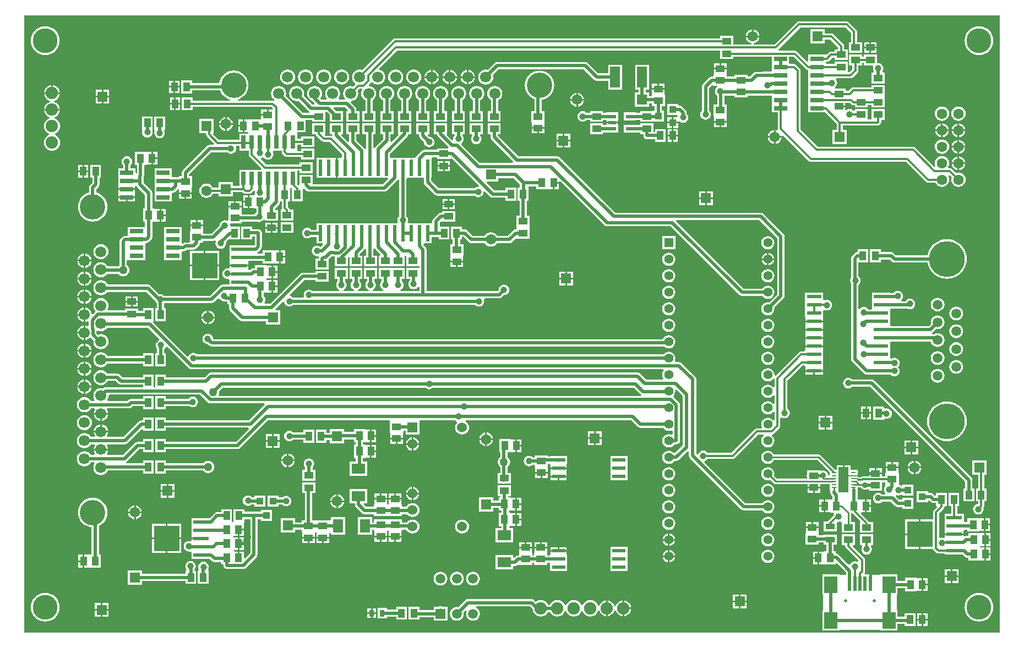
<source format=gtl>
G04*
G04 #@! TF.GenerationSoftware,Altium Limited,Altium Designer,18.0.12 (696)*
G04*
G04 Layer_Physical_Order=1*
G04 Layer_Color=794757*
%FSLAX44Y44*%
%MOMM*%
G71*
G01*
G75*
%ADD12C,0.5000*%
%ADD13C,0.2000*%
%ADD15C,0.3000*%
%ADD33R,2.3622X0.6096*%
%ADD62R,1.0500X1.4000*%
%ADD63R,2.0320X0.6604*%
%ADD64R,1.4500X1.1000*%
%ADD65R,1.1000X1.4500*%
%ADD66R,1.4000X1.0500*%
%ADD67R,0.6604X2.0320*%
%ADD68R,2.2000X0.6000*%
%ADD69R,1.1176X1.1176*%
%ADD70R,2.0000X0.6000*%
%ADD71R,0.8000X1.0000*%
%ADD72R,1.1176X1.1176*%
%ADD73R,4.0000X4.0000*%
%ADD74R,0.6000X2.5000*%
%ADD75R,1.2500X0.6000*%
%ADD76R,0.8000X0.2500*%
%ADD77R,1.6000X4.0000*%
%ADD78R,1.5000X3.2004*%
%ADD79R,2.0000X2.5000*%
%ADD80R,0.5000X2.3000*%
%ADD81R,2.1000X1.6000*%
%ADD82R,1.6000X2.1000*%
%ADD83R,1.4500X0.9500*%
%ADD84C,0.2540*%
%ADD85C,0.5080*%
%ADD86C,0.3048*%
%ADD87C,0.4238*%
%ADD88R,1.6000X1.6000*%
%ADD89C,1.9000*%
%ADD90C,1.5000*%
%ADD91R,1.5000X1.5000*%
%ADD92C,5.5000*%
%ADD93R,1.5240X1.5240*%
%ADD94C,1.5240*%
%ADD95C,3.9000*%
%ADD96C,1.7000*%
%ADD97C,1.6000*%
%ADD98C,0.5000*%
%ADD99R,1.6000X1.6000*%
%ADD100C,1.4000*%
%ADD101R,1.4000X1.4000*%
%ADD102C,3.8000*%
%ADD103C,0.9000*%
%ADD104C,1.0000*%
%ADD105C,1.2700*%
G36*
X1710000Y210000D02*
X210000D01*
Y1160000D01*
X1710000D01*
Y210000D01*
D02*
G37*
%LPC*%
G36*
X1331270Y1137964D02*
Y1128770D01*
X1340464D01*
X1340269Y1130251D01*
X1339207Y1132815D01*
X1337517Y1135017D01*
X1335316Y1136707D01*
X1332751Y1137769D01*
X1331270Y1137964D01*
D02*
G37*
G36*
X1328730Y1137964D02*
X1327249Y1137769D01*
X1324684Y1136707D01*
X1322483Y1135017D01*
X1320793Y1132815D01*
X1319731Y1130251D01*
X1319536Y1128770D01*
X1328730D01*
Y1137964D01*
D02*
G37*
G36*
X1520540Y1118290D02*
X1512270D01*
Y1111770D01*
X1520540D01*
Y1118290D01*
D02*
G37*
G36*
X1509730D02*
X1501460D01*
Y1111770D01*
X1509730D01*
Y1118290D01*
D02*
G37*
G36*
X1520540Y1109230D02*
X1512270D01*
Y1102710D01*
X1520540D01*
Y1109230D01*
D02*
G37*
G36*
X1509730D02*
X1501460D01*
Y1102710D01*
X1509730D01*
Y1109230D01*
D02*
G37*
G36*
X1475000Y1150588D02*
X1401270D01*
X1399514Y1150239D01*
X1398026Y1149244D01*
X1363869Y1115088D01*
X1331795D01*
X1331664Y1117088D01*
X1332751Y1117231D01*
X1335316Y1118293D01*
X1337517Y1119983D01*
X1339207Y1122185D01*
X1340269Y1124749D01*
X1340464Y1126230D01*
X1330000D01*
X1319536D01*
X1319731Y1124749D01*
X1320793Y1122185D01*
X1322483Y1119983D01*
X1324684Y1118293D01*
X1327249Y1117231D01*
X1328336Y1117088D01*
X1328205Y1115088D01*
X1300000D01*
Y1128250D01*
X1280000D01*
Y1124588D01*
X780600D01*
X778844Y1124239D01*
X777356Y1123244D01*
X729814Y1075702D01*
X728602Y1076204D01*
X725600Y1076599D01*
X722598Y1076204D01*
X719800Y1075045D01*
X717398Y1073202D01*
X715555Y1070800D01*
X714396Y1068002D01*
X714001Y1065000D01*
X714396Y1061998D01*
X715555Y1059200D01*
X717398Y1056798D01*
X718548Y1055916D01*
X718777Y1053316D01*
X715822Y1050361D01*
X714752Y1050804D01*
X711750Y1051199D01*
X708748Y1050804D01*
X705950Y1049645D01*
X703548Y1047802D01*
X701705Y1045400D01*
X700546Y1042602D01*
X700151Y1039600D01*
X700546Y1036598D01*
X701705Y1033800D01*
X703016Y1032092D01*
X702115Y1030092D01*
X693685D01*
X692784Y1032092D01*
X694095Y1033800D01*
X695254Y1036598D01*
X695649Y1039600D01*
X695254Y1042602D01*
X694095Y1045400D01*
X692252Y1047802D01*
X689850Y1049645D01*
X687052Y1050804D01*
X684050Y1051199D01*
X681048Y1050804D01*
X678250Y1049645D01*
X675848Y1047802D01*
X674005Y1045400D01*
X672846Y1042602D01*
X672451Y1039600D01*
X672846Y1036598D01*
X674005Y1033800D01*
X675316Y1032092D01*
X674415Y1030092D01*
X666635D01*
X664889Y1031837D01*
X666395Y1033800D01*
X667554Y1036598D01*
X667949Y1039600D01*
X667554Y1042602D01*
X666395Y1045400D01*
X664552Y1047802D01*
X662150Y1049645D01*
X659352Y1050804D01*
X656350Y1051199D01*
X653348Y1050804D01*
X650550Y1049645D01*
X648148Y1047802D01*
X646305Y1045400D01*
X645146Y1042602D01*
X644751Y1039600D01*
X645146Y1036598D01*
X646305Y1033800D01*
X648148Y1031398D01*
X650550Y1029555D01*
X652003Y1028953D01*
X652185Y1028681D01*
X656292Y1024574D01*
X655527Y1022726D01*
X653255D01*
X639716Y1036265D01*
X639854Y1036598D01*
X640249Y1039600D01*
X639854Y1042602D01*
X638695Y1045400D01*
X636852Y1047802D01*
X634450Y1049645D01*
X631652Y1050804D01*
X628650Y1051199D01*
X625648Y1050804D01*
X622850Y1049645D01*
X620448Y1047802D01*
X618605Y1045400D01*
X617446Y1042602D01*
X617051Y1039600D01*
X617446Y1036598D01*
X618605Y1033800D01*
X620448Y1031398D01*
X622850Y1029555D01*
X625648Y1028396D01*
X628650Y1028001D01*
X631652Y1028396D01*
X631702Y1028417D01*
X646967Y1013153D01*
X648531Y1012108D01*
X648521Y1011114D01*
X648198Y1010108D01*
X638373D01*
X612075Y1036406D01*
X612154Y1036598D01*
X612549Y1039600D01*
X612154Y1042602D01*
X610995Y1045400D01*
X609152Y1047802D01*
X606750Y1049645D01*
X603952Y1050804D01*
X600950Y1051199D01*
X597948Y1050804D01*
X595150Y1049645D01*
X592748Y1047802D01*
X590905Y1045400D01*
X589746Y1042602D01*
X589351Y1039600D01*
X589746Y1036598D01*
X590905Y1033800D01*
X592748Y1031398D01*
X594128Y1030339D01*
X594639Y1029947D01*
X593756Y1028239D01*
X593110Y1028367D01*
X592000Y1028588D01*
X538182D01*
X537886Y1030588D01*
X540602Y1031412D01*
X544511Y1033501D01*
X547937Y1036313D01*
X550749Y1039739D01*
X552838Y1043648D01*
X554124Y1047889D01*
X554559Y1052300D01*
X554124Y1056711D01*
X552838Y1060952D01*
X550749Y1064861D01*
X547937Y1068287D01*
X544511Y1071099D01*
X540602Y1073188D01*
X536361Y1074474D01*
X531950Y1074909D01*
X527539Y1074474D01*
X523298Y1073188D01*
X519389Y1071099D01*
X515963Y1068287D01*
X513152Y1064861D01*
X511062Y1060952D01*
X509776Y1056711D01*
X509667Y1055608D01*
X467750D01*
Y1060000D01*
X451250D01*
Y1040000D01*
X467750D01*
Y1044392D01*
X510836D01*
X511062Y1043648D01*
X513152Y1039739D01*
X515963Y1036313D01*
X519389Y1033501D01*
X523298Y1031412D01*
X526014Y1030588D01*
X525718Y1028588D01*
X468750D01*
Y1034000D01*
X452250D01*
Y1014000D01*
X468750D01*
Y1019412D01*
X590099D01*
X592471Y1017040D01*
X591643Y1015040D01*
X585270D01*
Y1007000D01*
X584000D01*
Y1005730D01*
X574210D01*
Y1001956D01*
X573500Y1000250D01*
X572744Y1000250D01*
X556850D01*
X556500Y1000250D01*
X554691Y999790D01*
X554500Y999790D01*
X548270D01*
Y990000D01*
Y980210D01*
X553537D01*
X554650Y979021D01*
X554345Y978273D01*
X553298Y978040D01*
X553202D01*
Y978040D01*
X540598D01*
Y968468D01*
X509021D01*
X500489Y977000D01*
X501000Y979000D01*
X501000D01*
Y1001000D01*
X479000D01*
Y979000D01*
X489412D01*
Y977000D01*
X489761Y975244D01*
X490756Y973756D01*
X501904Y962608D01*
X501075Y960608D01*
X495000D01*
X492854Y960181D01*
X491035Y958965D01*
X453535Y921465D01*
X452319Y919646D01*
X451892Y917500D01*
Y912500D01*
X447250D01*
Y910808D01*
X438213D01*
X436540Y911598D01*
X436540Y913502D01*
Y924202D01*
X410220D01*
Y913502D01*
X410220Y911598D01*
X410220Y909598D01*
Y898898D01*
X410220D01*
Y898802D01*
X410220D01*
Y888102D01*
X410220Y886198D01*
X410220Y884198D01*
Y873498D01*
X436540D01*
X436540Y885199D01*
X437296Y886532D01*
X438158Y887023D01*
X439646Y887319D01*
X441465Y888535D01*
X445710Y892779D01*
X447710Y891951D01*
Y887270D01*
X457500D01*
X467290D01*
X467290Y893691D01*
X467750Y895500D01*
X467750Y895850D01*
Y912500D01*
X463108D01*
Y915177D01*
X497323Y949392D01*
X521719D01*
X521794Y949294D01*
X523465Y948012D01*
X525412Y947206D01*
X527500Y946931D01*
X529588Y947206D01*
X531535Y948012D01*
X533206Y949294D01*
X534488Y950965D01*
X535294Y952912D01*
X535569Y955000D01*
X535294Y957088D01*
X535210Y957292D01*
X536546Y959292D01*
X540598D01*
Y951720D01*
X553202D01*
X553202Y951720D01*
X555012Y951261D01*
Y945900D01*
X555361Y944144D01*
X556356Y942656D01*
X574851Y924160D01*
X574023Y922160D01*
X565998Y922160D01*
X563998Y922160D01*
X553298D01*
Y922160D01*
X553202D01*
Y922160D01*
X540598D01*
Y897288D01*
X531000D01*
Y903700D01*
X509000D01*
Y894588D01*
X500006D01*
X499608Y895547D01*
X497845Y897845D01*
X495547Y899609D01*
X492872Y900717D01*
X490000Y901095D01*
X487128Y900717D01*
X484453Y899609D01*
X482155Y897845D01*
X480392Y895547D01*
X479283Y892872D01*
X478905Y890000D01*
X479283Y887128D01*
X480392Y884453D01*
X482155Y882155D01*
X484453Y880391D01*
X487128Y879283D01*
X490000Y878905D01*
X492872Y879283D01*
X495547Y880391D01*
X497845Y882155D01*
X499608Y884453D01*
X500006Y885412D01*
X509000D01*
Y881700D01*
X531000D01*
Y888112D01*
X545400D01*
X546756Y886756D01*
X548244Y885761D01*
X550000Y885412D01*
X556000D01*
X557756Y885761D01*
X559244Y886756D01*
X562844Y890356D01*
X562883Y890413D01*
X564706Y889588D01*
X564431Y887500D01*
X564706Y885412D01*
X564773Y885250D01*
X564000Y883250D01*
X562191Y882790D01*
X562000Y882790D01*
X555770D01*
Y873000D01*
Y863210D01*
X562191Y863210D01*
X564000Y862750D01*
X564349Y862750D01*
X566892D01*
Y856932D01*
X565294Y855706D01*
X564012Y854035D01*
X563835Y853608D01*
X544250D01*
Y856151D01*
X544250Y856500D01*
X543790Y858309D01*
X543790Y858500D01*
Y864730D01*
X534000D01*
X524210D01*
X524210Y858309D01*
X523750Y856500D01*
X523750Y856151D01*
Y844636D01*
X521750Y843709D01*
X520338Y844294D01*
X518250Y844569D01*
X516162Y844294D01*
X514216Y843488D01*
X512544Y842206D01*
X511262Y840535D01*
X510456Y838588D01*
X510181Y836500D01*
X510197Y836378D01*
X497927Y824108D01*
X485250D01*
Y826650D01*
X485250Y827000D01*
X484790Y828809D01*
X484790Y829000D01*
Y835230D01*
X465210D01*
X465210Y828809D01*
X464750Y827000D01*
X464750Y826650D01*
Y810608D01*
X457500D01*
X455354Y810181D01*
X453535Y808965D01*
X451540Y809799D01*
X451540Y810602D01*
Y819398D01*
X451540Y821302D01*
X451540Y823302D01*
Y834002D01*
X425220D01*
Y823302D01*
X425220Y821398D01*
X425220Y819398D01*
Y810602D01*
X425220Y808698D01*
X425220Y806698D01*
Y797902D01*
X425220Y795998D01*
X425220Y793998D01*
Y783298D01*
X451540D01*
Y793998D01*
X451540Y795902D01*
X453213Y796692D01*
X454800D01*
X456946Y797119D01*
X458765Y798335D01*
X459823Y799392D01*
X470000D01*
X472146Y799819D01*
X473965Y801035D01*
X478965Y806035D01*
X480181Y807854D01*
X480608Y810000D01*
X485250D01*
Y812892D01*
X500250D01*
X502396Y813319D01*
X503262Y813898D01*
X504799Y812519D01*
X504206Y811088D01*
X503931Y809000D01*
X504206Y806912D01*
X505012Y804966D01*
X506294Y803294D01*
X507966Y802012D01*
X509912Y801206D01*
X512000Y800931D01*
X514088Y801206D01*
X516035Y802012D01*
X517706Y803294D01*
X518988Y804966D01*
X519794Y806912D01*
X520069Y809000D01*
X519820Y810890D01*
X523088Y814157D01*
X524750Y815000D01*
Y815000D01*
X524750Y815000D01*
X541250D01*
Y835000D01*
X527635D01*
X526319Y836500D01*
X526187Y837500D01*
X527651Y839500D01*
X544250D01*
Y842392D01*
X568000D01*
X568312Y842454D01*
X568912Y842206D01*
X571000Y841931D01*
X573088Y842206D01*
X575034Y843012D01*
X576706Y844294D01*
X577988Y845965D01*
X578000Y845995D01*
X580000Y845597D01*
Y843750D01*
X600000D01*
Y860250D01*
X595608D01*
Y862677D01*
X601665Y868735D01*
X602881Y870554D01*
X603308Y872700D01*
Y874000D01*
X605912D01*
Y863500D01*
X606061Y862750D01*
X604703Y860750D01*
X604000D01*
Y844250D01*
X624000D01*
Y860750D01*
X618439D01*
X618239Y861756D01*
X617244Y863244D01*
X615088Y865400D01*
Y874000D01*
X618750D01*
Y894000D01*
X618750D01*
X618772Y894102D01*
X620468Y894483D01*
X621250Y893685D01*
Y874000D01*
X637750D01*
Y892078D01*
X637750Y892116D01*
X637750Y892116D01*
X637750Y892341D01*
X639601Y894090D01*
X640237Y894070D01*
X644091Y890217D01*
X645910Y889001D01*
X648056Y888574D01*
X763182D01*
X765328Y889001D01*
X767147Y890217D01*
X783215Y906285D01*
X784353Y907988D01*
X784501Y908010D01*
X786354Y907024D01*
X786389Y850778D01*
X786294Y850706D01*
X785012Y849035D01*
X784206Y847088D01*
X783931Y845000D01*
X784206Y842912D01*
X784584Y842000D01*
X783368Y840006D01*
X783358Y840000D01*
X773250D01*
Y840000D01*
X772550D01*
Y840000D01*
X761850D01*
X760550Y840000D01*
X758550Y840000D01*
X749150D01*
X747850Y840000D01*
X745850Y840000D01*
X736450D01*
X735150Y840000D01*
X733150Y840000D01*
X722450D01*
Y840000D01*
X721750D01*
Y840000D01*
X709750D01*
Y840000D01*
X709050D01*
Y840000D01*
X697050D01*
X697050Y840000D01*
X696350D01*
Y840000D01*
X695050Y840000D01*
X685650D01*
X684350Y840000D01*
Y840000D01*
X683650D01*
Y840000D01*
X672950D01*
X671650Y840000D01*
X669650Y840000D01*
X658950D01*
Y830108D01*
X651164D01*
X650706Y830706D01*
X649035Y831988D01*
X647088Y832794D01*
X645000Y833069D01*
X642912Y832794D01*
X640965Y831988D01*
X639294Y830706D01*
X638012Y829035D01*
X637206Y827088D01*
X636931Y825000D01*
X637206Y822912D01*
X638012Y820965D01*
X639294Y819294D01*
X640965Y818012D01*
X642912Y817206D01*
X645000Y816931D01*
X647088Y817206D01*
X649035Y818012D01*
X650182Y818892D01*
X658950D01*
Y809000D01*
X668241D01*
X669070Y807000D01*
X665462Y803393D01*
X664035Y804488D01*
X662088Y805294D01*
X660000Y805569D01*
X657912Y805294D01*
X655965Y804488D01*
X654294Y803206D01*
X653012Y801535D01*
X652206Y799588D01*
X651931Y797500D01*
X652206Y795412D01*
X653012Y793465D01*
X654294Y791794D01*
X655965Y790512D01*
X657912Y789706D01*
X660000Y789431D01*
X661761Y789663D01*
X662483Y788935D01*
X663002Y787919D01*
X662819Y787646D01*
X662392Y785500D01*
X658000D01*
Y769000D01*
X678000D01*
Y784569D01*
X682823Y789392D01*
X684310D01*
X684419Y789319D01*
X686565Y788892D01*
X687500D01*
Y773750D01*
X707500D01*
Y787712D01*
X708000Y788046D01*
X710000Y786977D01*
Y773750D01*
X730000D01*
Y790250D01*
X725608D01*
Y792677D01*
X732415Y799485D01*
X733542Y801171D01*
X733688Y801191D01*
X735542Y800022D01*
Y790250D01*
X732500D01*
Y773750D01*
X752500D01*
Y790250D01*
X746758D01*
Y800422D01*
X748612Y801591D01*
X748758Y801571D01*
X749885Y799885D01*
X757519Y792250D01*
X756691Y790250D01*
X755000D01*
Y773750D01*
X773000D01*
X775000Y773750D01*
X777000Y773750D01*
X795000D01*
Y790250D01*
X795120Y790479D01*
X795595D01*
X797500Y788528D01*
Y773750D01*
X817242D01*
Y771250D01*
X797500D01*
Y754750D01*
X802892D01*
Y752281D01*
X802794Y752206D01*
X801512Y750535D01*
X800706Y748588D01*
X800431Y746500D01*
X800706Y744412D01*
X801512Y742466D01*
X802794Y740794D01*
X804465Y739512D01*
X806412Y738706D01*
X808500Y738431D01*
X810588Y738706D01*
X812534Y739512D01*
X814206Y740794D01*
X815242Y742145D01*
X816488Y741976D01*
X817242Y741607D01*
Y735608D01*
X788456D01*
X788058Y737608D01*
X789035Y738012D01*
X790706Y739294D01*
X791988Y740965D01*
X792794Y742912D01*
X793069Y745000D01*
X792794Y747088D01*
X791988Y749035D01*
X790706Y750706D01*
X790608Y750781D01*
Y754750D01*
X795000D01*
Y771250D01*
X777000D01*
X775000Y771250D01*
X773000Y771250D01*
X755000D01*
Y754750D01*
X759392D01*
Y750781D01*
X759294Y750706D01*
X758012Y749035D01*
X757206Y747088D01*
X756931Y745000D01*
X757206Y742912D01*
X758012Y740965D01*
X759294Y739294D01*
X760965Y738012D01*
X761942Y737608D01*
X761544Y735608D01*
X745956D01*
X745558Y737608D01*
X746535Y738012D01*
X748206Y739294D01*
X749488Y740965D01*
X750294Y742912D01*
X750569Y745000D01*
X750294Y747088D01*
X749488Y749035D01*
X748206Y750706D01*
X748108Y750781D01*
Y754750D01*
X752500D01*
Y771250D01*
X732500D01*
Y754750D01*
X736892D01*
Y750781D01*
X736794Y750706D01*
X735512Y749035D01*
X734706Y747088D01*
X734431Y745000D01*
X734706Y742912D01*
X735512Y740965D01*
X736794Y739294D01*
X738465Y738012D01*
X739442Y737608D01*
X739044Y735608D01*
X723456D01*
X723058Y737608D01*
X724035Y738012D01*
X725706Y739294D01*
X726988Y740965D01*
X727794Y742912D01*
X728069Y745000D01*
X727794Y747088D01*
X726988Y749035D01*
X725706Y750706D01*
X725608Y750781D01*
Y754750D01*
X730000D01*
Y771250D01*
X710000D01*
Y754750D01*
X714392D01*
Y750781D01*
X714294Y750706D01*
X713012Y749035D01*
X712206Y747088D01*
X711931Y745000D01*
X712206Y742912D01*
X713012Y740965D01*
X714294Y739294D01*
X715965Y738012D01*
X716942Y737608D01*
X716544Y735608D01*
X700956D01*
X700558Y737608D01*
X701535Y738012D01*
X703206Y739294D01*
X704488Y740965D01*
X705294Y742912D01*
X705569Y745000D01*
X705294Y747088D01*
X704488Y749035D01*
X703206Y750706D01*
X703108Y750781D01*
Y754750D01*
X707500D01*
Y771250D01*
X687500D01*
Y754750D01*
X691892D01*
Y750781D01*
X691794Y750706D01*
X690512Y749035D01*
X689706Y747088D01*
X689431Y745000D01*
X689706Y742912D01*
X690512Y740965D01*
X691794Y739294D01*
X693465Y738012D01*
X694442Y737608D01*
X694044Y735608D01*
X653281D01*
X653206Y735706D01*
X651535Y736988D01*
X649588Y737794D01*
X647500Y738069D01*
X645412Y737794D01*
X643465Y736988D01*
X641794Y735706D01*
X640512Y734035D01*
X639706Y732088D01*
X639431Y730000D01*
X639706Y727912D01*
X639815Y727649D01*
X638479Y725648D01*
X623250D01*
X623206Y725706D01*
X621535Y726988D01*
X619588Y727794D01*
X618725Y727908D01*
X618008Y730019D01*
X640590Y752601D01*
X658000D01*
Y750000D01*
X678000D01*
Y766500D01*
X658000D01*
Y763898D01*
X638250D01*
X636088Y763469D01*
X634256Y762244D01*
X634256Y762244D01*
X587910Y715899D01*
X580039D01*
X579053Y717898D01*
X579488Y718465D01*
X580294Y720412D01*
X580569Y722500D01*
X580294Y724588D01*
X579488Y726535D01*
X578206Y728206D01*
X578108Y728281D01*
Y732986D01*
X581051D01*
X581401Y732986D01*
X583210Y733446D01*
X583401Y733446D01*
X589631D01*
Y743236D01*
Y753026D01*
X583210Y753026D01*
X582510Y753204D01*
Y755268D01*
X583210Y755446D01*
X583401Y755446D01*
X589631D01*
Y765236D01*
Y775026D01*
X583210Y775026D01*
X581401Y775486D01*
X581051Y775486D01*
X564401D01*
Y770844D01*
X562736D01*
X560590Y770417D01*
X558771Y769202D01*
X557427Y767858D01*
X555370Y767932D01*
X554351Y769212D01*
Y773530D01*
X540000D01*
X525649D01*
Y771815D01*
X523649Y770418D01*
X522500Y770569D01*
X520412Y770294D01*
X518465Y769488D01*
X516794Y768206D01*
X515512Y766535D01*
X514706Y764588D01*
X514431Y762500D01*
X514706Y760412D01*
X515512Y758465D01*
X516794Y756794D01*
X518465Y755512D01*
X520412Y754706D01*
X522500Y754431D01*
X523189Y754522D01*
X525189Y752919D01*
Y745608D01*
X515000D01*
X512854Y745181D01*
X511035Y743965D01*
X495427Y728358D01*
X424781D01*
X424706Y728456D01*
X423035Y729738D01*
X421088Y730544D01*
X419000Y730819D01*
X417331Y730599D01*
X403965Y743965D01*
X402146Y745181D01*
X400000Y745608D01*
X397500D01*
X397500Y745608D01*
X338156D01*
X337745Y746600D01*
X335902Y749002D01*
X333500Y750845D01*
X330702Y752004D01*
X327700Y752399D01*
X324698Y752004D01*
X321900Y750845D01*
X319498Y749002D01*
X317655Y746600D01*
X316496Y743802D01*
X316101Y740800D01*
X316496Y737798D01*
X317655Y735000D01*
X319498Y732598D01*
X321900Y730755D01*
X324698Y729596D01*
X327700Y729201D01*
X330702Y729596D01*
X333500Y730755D01*
X335902Y732598D01*
X337279Y734392D01*
X397500D01*
X397500Y734392D01*
X397677D01*
X411175Y720894D01*
X411206Y720662D01*
X412012Y718716D01*
X413294Y717044D01*
X413392Y716969D01*
Y709428D01*
X411250D01*
Y689428D01*
X427750D01*
Y709428D01*
X424608D01*
Y716969D01*
X424706Y717044D01*
X424781Y717142D01*
X497750D01*
X499896Y717569D01*
X501715Y718785D01*
X507569Y724638D01*
X509928Y724169D01*
X510012Y723966D01*
X511294Y722294D01*
X512966Y721012D01*
X514912Y720206D01*
X517000Y719931D01*
X517574Y720006D01*
X517854Y719819D01*
X520000Y719392D01*
X522250D01*
Y715000D01*
X524892D01*
Y709500D01*
X525319Y707354D01*
X526535Y705535D01*
X541035Y691035D01*
X542854Y689819D01*
X545000Y689392D01*
X581500D01*
Y684000D01*
X603500D01*
Y706000D01*
X596817D01*
X595988Y708000D01*
X607481Y719492D01*
X609592Y718775D01*
X609706Y717912D01*
X610512Y715965D01*
X611794Y714294D01*
X613465Y713012D01*
X615412Y712206D01*
X617500Y711931D01*
X619588Y712206D01*
X621535Y713012D01*
X623206Y714294D01*
X623250Y714352D01*
X903251D01*
X903294Y714294D01*
X904966Y713012D01*
X906912Y712206D01*
X909000Y711931D01*
X911088Y712206D01*
X913035Y713012D01*
X914706Y714294D01*
X915988Y715965D01*
X916794Y717912D01*
X917069Y720000D01*
X916794Y722088D01*
X916668Y722392D01*
X918005Y724392D01*
X940000D01*
X942146Y724819D01*
X943965Y726035D01*
X947378Y729447D01*
X947500Y729431D01*
X949588Y729706D01*
X951535Y730512D01*
X953206Y731794D01*
X954488Y733465D01*
X955294Y735412D01*
X955569Y737500D01*
X955294Y739588D01*
X954488Y741535D01*
X953206Y743206D01*
X951535Y744488D01*
X949588Y745294D01*
X947500Y745569D01*
X945412Y745294D01*
X943465Y744488D01*
X941794Y743206D01*
X940512Y741535D01*
X939706Y739588D01*
X939431Y737500D01*
X939447Y737378D01*
X937677Y735608D01*
X828458D01*
Y799650D01*
X828031Y801796D01*
X826815Y803615D01*
X823407Y807024D01*
X823399Y807290D01*
X824949Y809000D01*
X836050D01*
Y818892D01*
X847250D01*
Y815000D01*
X863750D01*
Y835000D01*
X848608D01*
Y840677D01*
X850860Y842929D01*
X852500Y842250D01*
Y842250D01*
X872500D01*
Y858750D01*
X852500D01*
Y856108D01*
X850500D01*
X848354Y855681D01*
X846535Y854465D01*
X839035Y846965D01*
X837819Y845146D01*
X837392Y843000D01*
Y841444D01*
X836050Y840000D01*
X825350D01*
X824050Y840000D01*
X822050Y840000D01*
X811350D01*
Y840000D01*
X810650D01*
Y840000D01*
X800642D01*
X800632Y840006D01*
X799417Y842000D01*
X799794Y842912D01*
X800069Y845000D01*
X799794Y847088D01*
X798988Y849035D01*
X797706Y850706D01*
X797604Y850784D01*
X797568Y908448D01*
X799567Y910000D01*
X799950Y910000D01*
X809350D01*
X810650Y910000D01*
X812650Y910000D01*
X823350D01*
X824352Y908415D01*
Y903000D01*
X824351Y903000D01*
X824781Y900838D01*
X826006Y899006D01*
X841006Y884006D01*
X841006Y884006D01*
X842838Y882781D01*
X845000Y882351D01*
X845000Y882352D01*
X902251D01*
X902294Y882294D01*
X903966Y881012D01*
X905912Y880206D01*
X908000Y879931D01*
X910088Y880206D01*
X912035Y881012D01*
X913706Y882294D01*
X914988Y883966D01*
X915794Y885912D01*
X916069Y888000D01*
X916043Y888198D01*
X917937Y889132D01*
X926035Y881035D01*
X927854Y879819D01*
X930000Y879392D01*
X949750D01*
Y875000D01*
X966250D01*
Y895000D01*
X949750D01*
Y890608D01*
X932323D01*
X920778Y902152D01*
X921544Y904000D01*
X938500D01*
Y909392D01*
X962677D01*
X971892Y900177D01*
Y895000D01*
X968750D01*
Y875000D01*
X971392D01*
Y851500D01*
X966750D01*
Y835500D01*
X966750Y834000D01*
X966750Y831399D01*
X966000Y830648D01*
X963838Y830219D01*
X962006Y828994D01*
X962006Y828994D01*
X953660Y820648D01*
X937031D01*
X935345Y822845D01*
X933047Y824609D01*
X930372Y825717D01*
X927500Y826095D01*
X924628Y825717D01*
X921953Y824609D01*
X919655Y822845D01*
X917969Y820648D01*
X899840D01*
X891494Y828994D01*
X889662Y830219D01*
X887500Y830649D01*
X887500Y830648D01*
X882750D01*
Y835000D01*
X866250D01*
Y815000D01*
X868851D01*
Y807500D01*
X864750D01*
Y790850D01*
X864750Y790500D01*
X865210Y788691D01*
X865210Y788500D01*
Y782270D01*
X884790D01*
X884790Y788691D01*
X885250Y790500D01*
X885250Y790849D01*
Y807500D01*
X880148D01*
Y815000D01*
X882750D01*
Y819352D01*
X885160D01*
X893506Y811006D01*
X893506Y811006D01*
X895338Y809781D01*
X897500Y809352D01*
X917969D01*
X919655Y807155D01*
X921953Y805391D01*
X924628Y804283D01*
X927500Y803905D01*
X930372Y804283D01*
X933047Y805391D01*
X935345Y807155D01*
X937031Y809352D01*
X956000D01*
X956000Y809351D01*
X958162Y809781D01*
X959994Y811006D01*
X965858Y816870D01*
X966750Y816500D01*
Y816500D01*
X987250D01*
Y832500D01*
X987250Y834000D01*
X987250Y835500D01*
Y851500D01*
X982608D01*
Y875000D01*
X985250D01*
Y895000D01*
X985250D01*
X985510Y896892D01*
X997500D01*
Y892250D01*
X1014138D01*
X1014500Y892250D01*
X1014500Y892250D01*
X1015960Y892710D01*
X1015960Y892710D01*
X1022730D01*
Y902500D01*
X1024000D01*
Y903770D01*
X1032040D01*
Y904416D01*
X1033888Y905182D01*
X1102035Y837035D01*
X1103854Y835819D01*
X1106000Y835392D01*
X1204121D01*
X1309679Y729835D01*
X1311498Y728619D01*
X1313644Y728192D01*
X1345098D01*
X1346268Y726668D01*
X1348357Y725065D01*
X1350789Y724057D01*
X1353400Y723714D01*
X1356010Y724057D01*
X1358443Y725065D01*
X1360532Y726668D01*
X1362135Y728757D01*
X1363143Y731189D01*
X1363486Y733800D01*
X1363143Y736411D01*
X1362135Y738843D01*
X1360532Y740932D01*
X1358443Y742535D01*
X1356010Y743543D01*
X1353400Y743886D01*
X1350789Y743543D01*
X1348357Y742535D01*
X1346268Y740932D01*
X1345098Y739408D01*
X1315967D01*
X1212351Y843024D01*
X1213116Y844872D01*
X1340184D01*
X1367872Y817183D01*
Y730803D01*
X1355305Y718235D01*
X1353400Y718486D01*
X1350789Y718143D01*
X1348357Y717135D01*
X1346268Y715532D01*
X1344665Y713443D01*
X1343657Y711011D01*
X1343314Y708400D01*
X1343657Y705789D01*
X1344665Y703357D01*
X1346268Y701268D01*
X1348357Y699665D01*
X1350789Y698657D01*
X1353400Y698314D01*
X1356010Y698657D01*
X1358443Y699665D01*
X1360532Y701268D01*
X1362135Y703357D01*
X1363143Y705789D01*
X1363486Y708400D01*
X1363235Y710305D01*
X1377445Y724515D01*
X1378661Y726334D01*
X1379088Y728480D01*
Y819506D01*
X1378661Y821652D01*
X1377445Y823471D01*
X1346472Y854445D01*
X1344653Y855660D01*
X1342507Y856087D01*
X1118844D01*
X1033465Y941465D01*
X1031646Y942681D01*
X1029500Y943108D01*
X969823D01*
X938108Y974823D01*
Y977250D01*
X942500D01*
Y993750D01*
X922500D01*
Y977250D01*
X926892D01*
Y972500D01*
X927319Y970354D01*
X928535Y968535D01*
X961962Y935108D01*
X961133Y933108D01*
X910302D01*
X882147Y961263D01*
X882492Y963746D01*
X883206Y964294D01*
X884488Y965965D01*
X885294Y967912D01*
X885569Y970000D01*
X885294Y972088D01*
X884488Y974035D01*
X883555Y975250D01*
X884068Y976778D01*
X884448Y977250D01*
X887500D01*
Y993750D01*
X867500D01*
Y977250D01*
X870552D01*
X870932Y976778D01*
X871445Y975250D01*
X870512Y974035D01*
X869706Y972088D01*
X869431Y970000D01*
X869609Y968650D01*
X867714Y967716D01*
X859467Y975964D01*
X860000Y977250D01*
X860000D01*
Y993750D01*
X840000D01*
Y977250D01*
X844442D01*
X844819Y975354D01*
X846035Y973535D01*
X862319Y957250D01*
X861491Y955250D01*
X845000D01*
Y953108D01*
X825000D01*
X822854Y952681D01*
X821035Y951465D01*
X813385Y943815D01*
X812211Y942059D01*
X811273Y941423D01*
X810612Y941000D01*
X809350Y941000D01*
X799950D01*
X798650Y941000D01*
X796650Y941000D01*
X787250D01*
X785950Y941000D01*
X783950Y941000D01*
X773250D01*
X772158Y942548D01*
Y946727D01*
X798965Y973535D01*
X800181Y975354D01*
X800558Y977250D01*
X805000D01*
Y993750D01*
X785000D01*
Y977250D01*
X785000D01*
X785533Y975964D01*
X774669Y965100D01*
X772826Y966085D01*
X773108Y967500D01*
Y977250D01*
X777500D01*
Y993750D01*
X757500D01*
Y977250D01*
X761892D01*
Y969823D01*
X749885Y957815D01*
X748758Y956129D01*
X748612Y956109D01*
X746758Y957278D01*
Y977250D01*
X750000D01*
Y993750D01*
X730000D01*
Y977250D01*
X735542D01*
Y954978D01*
X733688Y953809D01*
X733542Y953829D01*
X732415Y955515D01*
X720608Y967323D01*
Y977250D01*
X725000D01*
Y993750D01*
X705000D01*
Y977250D01*
X709392D01*
Y966367D01*
X707392Y965538D01*
X697528Y975402D01*
X698294Y977250D01*
X700000D01*
Y993750D01*
X680000D01*
Y977250D01*
X683465D01*
X683893Y975597D01*
X682356Y974338D01*
X681100Y974588D01*
X672886D01*
X672391Y975250D01*
X672500Y977250D01*
X672500D01*
Y993750D01*
X652500D01*
Y977250D01*
X657962D01*
X658261Y975744D01*
X659256Y974256D01*
X666756Y966756D01*
X668244Y965761D01*
X670000Y965412D01*
X679200D01*
X698462Y946150D01*
Y942412D01*
X697050Y941000D01*
X695241Y940540D01*
X691620D01*
Y925500D01*
Y910460D01*
X695241D01*
X697050Y910000D01*
X697699Y910000D01*
X709050D01*
Y910000D01*
X709750D01*
Y910000D01*
X721750D01*
Y910000D01*
X722450D01*
Y910000D01*
X733150D01*
X734450Y910000D01*
X736450Y910000D01*
X745850D01*
X747150Y910000D01*
X749150Y910000D01*
X758550D01*
X759850Y910000D01*
X761850Y910000D01*
X768456D01*
X769222Y908152D01*
X760859Y899790D01*
X653000D01*
Y914750D01*
X633000D01*
X633000Y899808D01*
Y899784D01*
Y899784D01*
X633000Y899317D01*
X631000Y898489D01*
X629402Y900087D01*
Y920912D01*
X633000D01*
Y917250D01*
X653000D01*
Y933750D01*
X633000D01*
Y930088D01*
X581900D01*
X573862Y938127D01*
X574578Y940239D01*
X574607Y940242D01*
X576553Y941049D01*
X579132Y940507D01*
X579294Y940294D01*
X580965Y939012D01*
X582912Y938206D01*
X585000Y937931D01*
X587088Y938206D01*
X589035Y939012D01*
X590706Y940294D01*
X591988Y941965D01*
X592794Y943912D01*
X593069Y946000D01*
X592794Y948088D01*
X592118Y949720D01*
X592553Y950810D01*
X593216Y951720D01*
X602098D01*
X604002Y951720D01*
X605812Y951261D01*
Y949600D01*
X606161Y947844D01*
X607156Y946356D01*
X610256Y943256D01*
X611744Y942261D01*
X613500Y941912D01*
X636000D01*
Y938250D01*
X656000D01*
Y954750D01*
X636000D01*
Y951088D01*
X631140D01*
X629402Y951720D01*
Y960912D01*
X636000D01*
Y957250D01*
X656000D01*
Y973750D01*
X636000D01*
Y970088D01*
X629402D01*
Y978000D01*
X629402Y978040D01*
X629498Y980000D01*
X642750D01*
Y998892D01*
X652500D01*
Y996250D01*
X672500D01*
Y1011510D01*
X675059D01*
X680000Y1006569D01*
Y996250D01*
X700000D01*
Y1012750D01*
X689680D01*
X685402Y1017029D01*
X686167Y1018876D01*
X703193D01*
X707472Y1014598D01*
X706706Y1012750D01*
X705000D01*
Y996250D01*
X725000D01*
Y1012750D01*
X720608D01*
Y1015000D01*
X720181Y1017146D01*
X718965Y1018965D01*
X711877Y1026054D01*
X712641Y1028118D01*
X714752Y1028396D01*
X717550Y1029555D01*
X719952Y1031398D01*
X721795Y1033800D01*
X722954Y1036598D01*
X723349Y1039600D01*
X722954Y1042602D01*
X722394Y1043955D01*
X725512Y1047074D01*
X728466D01*
X729270Y1045074D01*
X728246Y1042602D01*
X727851Y1039600D01*
X728246Y1036598D01*
X729405Y1033800D01*
X731248Y1031398D01*
X733650Y1029555D01*
X734392Y1029248D01*
Y1012750D01*
X730000D01*
Y996250D01*
X750000D01*
Y1012750D01*
X745608D01*
Y1029830D01*
X747652Y1031398D01*
X749495Y1033800D01*
X750654Y1036598D01*
X751049Y1039600D01*
X750654Y1042602D01*
X749495Y1045400D01*
X747652Y1047802D01*
X745250Y1049645D01*
X742452Y1050804D01*
X740357Y1051080D01*
X739601Y1053153D01*
X741978Y1055530D01*
X742710Y1056625D01*
X744272Y1056963D01*
X744995Y1056932D01*
X745098Y1056798D01*
X747500Y1054955D01*
X750298Y1053796D01*
X753300Y1053401D01*
X756302Y1053796D01*
X759100Y1054955D01*
X761502Y1056798D01*
X763345Y1059200D01*
X764504Y1061998D01*
X764899Y1065000D01*
X764504Y1068002D01*
X763345Y1070800D01*
X761502Y1073202D01*
X759100Y1075045D01*
X756302Y1076204D01*
X756017Y1076242D01*
X755374Y1078135D01*
X783150Y1105912D01*
X1280000D01*
Y1092750D01*
X1300000D01*
Y1096412D01*
X1359840D01*
Y1086798D01*
X1359840D01*
Y1086702D01*
X1359840D01*
Y1076002D01*
X1359840Y1074098D01*
X1358167Y1073308D01*
X1345000D01*
X1343994Y1073108D01*
X1335500D01*
X1333354Y1072681D01*
X1331535Y1071465D01*
X1325677Y1065608D01*
X1322250D01*
Y1068500D01*
X1301750D01*
Y1065608D01*
X1290250D01*
Y1068150D01*
X1290250Y1068500D01*
X1289790Y1070309D01*
X1289790Y1070500D01*
Y1076730D01*
X1280000D01*
X1270210D01*
X1270210Y1070309D01*
X1269750Y1068500D01*
X1269750Y1068151D01*
Y1065608D01*
X1267205D01*
X1267000Y1065648D01*
X1264838Y1065219D01*
X1263006Y1063994D01*
X1253506Y1054494D01*
X1252281Y1052662D01*
X1251851Y1050500D01*
X1251852Y1050500D01*
Y1013250D01*
X1251794Y1013206D01*
X1250512Y1011535D01*
X1249706Y1009588D01*
X1249431Y1007500D01*
X1249706Y1005412D01*
X1250512Y1003465D01*
X1251794Y1001794D01*
X1253465Y1000512D01*
X1255412Y999706D01*
X1257500Y999431D01*
X1259588Y999706D01*
X1261535Y1000512D01*
X1263206Y1001794D01*
X1264488Y1003465D01*
X1265294Y1005412D01*
X1265569Y1007500D01*
X1265294Y1009588D01*
X1264488Y1011535D01*
X1263206Y1013206D01*
X1263148Y1013250D01*
Y1048160D01*
X1267750Y1052762D01*
X1269750Y1051933D01*
Y1051500D01*
X1274651D01*
X1275330Y1049500D01*
X1274294Y1048706D01*
X1273012Y1047035D01*
X1272206Y1045088D01*
X1271931Y1043000D01*
X1272206Y1040912D01*
X1273012Y1038966D01*
X1274294Y1037294D01*
X1275392Y1036452D01*
Y1022500D01*
X1269750D01*
Y1005850D01*
X1269750Y1005500D01*
X1270210Y1003691D01*
X1270210Y1003500D01*
Y997270D01*
X1280000D01*
X1289790D01*
X1289790Y1003691D01*
X1290250Y1005500D01*
X1290250Y1005850D01*
Y1022500D01*
X1286608D01*
Y1036692D01*
X1301750D01*
Y1033500D01*
X1322250D01*
Y1036692D01*
X1358167D01*
X1359840Y1035902D01*
X1359840Y1033998D01*
Y1023298D01*
X1359840D01*
Y1023202D01*
X1359840D01*
Y1010598D01*
X1368412D01*
Y985500D01*
X1368575Y984678D01*
X1366897Y983209D01*
X1366752Y983269D01*
X1365270Y983464D01*
Y974270D01*
X1374464D01*
X1374396Y974787D01*
X1376290Y975722D01*
X1416256Y935756D01*
X1417744Y934761D01*
X1419500Y934412D01*
X1566284D01*
X1596915Y903780D01*
X1598404Y902785D01*
X1600160Y902436D01*
X1611068D01*
X1611465Y901477D01*
X1613228Y899179D01*
X1615526Y897416D01*
X1618202Y896307D01*
X1621074Y895929D01*
X1623945Y896307D01*
X1626621Y897416D01*
X1628919Y899179D01*
X1630682Y901477D01*
X1631791Y904153D01*
X1632169Y907024D01*
X1631791Y909896D01*
X1630892Y912064D01*
X1631437Y913610D01*
X1631908Y914259D01*
X1632631Y914379D01*
X1636154Y910855D01*
X1635757Y909896D01*
X1635379Y907024D01*
X1635757Y904153D01*
X1636865Y901477D01*
X1638629Y899179D01*
X1640926Y897416D01*
X1643602Y896307D01*
X1646474Y895929D01*
X1649345Y896307D01*
X1652021Y897416D01*
X1654319Y899179D01*
X1656082Y901477D01*
X1657191Y904153D01*
X1657569Y907024D01*
X1657191Y909896D01*
X1656082Y912572D01*
X1654319Y914870D01*
X1652021Y916633D01*
X1649345Y917741D01*
X1646474Y918119D01*
X1643602Y917741D01*
X1642643Y917344D01*
X1636652Y923334D01*
X1635164Y924329D01*
X1633408Y924678D01*
X1631256D01*
X1630372Y926472D01*
X1630682Y926877D01*
X1631791Y929553D01*
X1632169Y932424D01*
X1631791Y935296D01*
X1630682Y937972D01*
X1628919Y940269D01*
X1626621Y942033D01*
X1623945Y943141D01*
X1621074Y943519D01*
X1618202Y943141D01*
X1615526Y942033D01*
X1613228Y940269D01*
X1611465Y937972D01*
X1610357Y935296D01*
X1609979Y932424D01*
X1610357Y929553D01*
X1610925Y928183D01*
X1609229Y927050D01*
X1580034Y956244D01*
X1578546Y957239D01*
X1576790Y957588D01*
X1430401D01*
X1403588Y984400D01*
Y1075000D01*
X1403239Y1076756D01*
X1402244Y1078244D01*
X1396844Y1083644D01*
X1395356Y1084639D01*
X1393600Y1084988D01*
X1386619D01*
X1386160Y1086798D01*
X1386160Y1086798D01*
X1386160D01*
X1386160Y1086798D01*
Y1096412D01*
X1393100D01*
X1412356Y1077156D01*
X1413844Y1076161D01*
X1415371Y1075857D01*
X1415720Y1074002D01*
X1415720Y1074002D01*
X1415720Y1074002D01*
Y1061398D01*
X1415720D01*
Y1061302D01*
X1415720D01*
Y1050602D01*
X1415720Y1048698D01*
X1415720Y1046698D01*
Y1035998D01*
X1415720D01*
Y1035902D01*
X1415720D01*
Y1023298D01*
X1415720D01*
Y1023202D01*
X1415720D01*
Y1010598D01*
X1441913D01*
X1459412Y993100D01*
Y984000D01*
X1453000D01*
Y962000D01*
X1475000D01*
Y984000D01*
X1468588D01*
Y990412D01*
X1522000D01*
X1523756Y990761D01*
X1525244Y991756D01*
X1526244Y992756D01*
X1527239Y994244D01*
X1527588Y996000D01*
Y999150D01*
X1533000D01*
Y1015650D01*
X1513000D01*
Y999588D01*
X1507000D01*
Y1015650D01*
X1487000D01*
Y1013801D01*
X1485000Y1013122D01*
X1484706Y1013506D01*
X1483035Y1014788D01*
X1481088Y1015594D01*
X1479000Y1015869D01*
X1476912Y1015594D01*
X1474966Y1014788D01*
X1474540Y1014462D01*
X1472540Y1015448D01*
Y1018830D01*
X1463000D01*
Y1021370D01*
X1472540D01*
Y1025012D01*
X1479500D01*
X1481356Y1023156D01*
X1482844Y1022161D01*
X1484600Y1021812D01*
X1487000D01*
Y1018150D01*
X1507000D01*
Y1021812D01*
X1513000D01*
Y1018150D01*
X1533000D01*
Y1034650D01*
X1533000D01*
Y1036250D01*
X1533000D01*
Y1052750D01*
X1513000D01*
Y1049088D01*
X1485000D01*
X1483244Y1048739D01*
X1481756Y1047744D01*
X1477699Y1043688D01*
X1473000D01*
Y1047350D01*
X1456986D01*
X1456960Y1047395D01*
X1456475Y1049350D01*
X1457706Y1050294D01*
X1458988Y1051965D01*
X1459794Y1053912D01*
X1460069Y1056000D01*
X1459794Y1058088D01*
X1458988Y1060034D01*
X1458161Y1061112D01*
X1458919Y1062997D01*
X1459027Y1063112D01*
X1480700D01*
X1482456Y1063461D01*
X1483944Y1064456D01*
X1491244Y1071756D01*
X1492239Y1073244D01*
X1492588Y1075000D01*
Y1083250D01*
X1498000D01*
Y1086912D01*
X1501000D01*
Y1083250D01*
X1514364D01*
X1515583Y1081250D01*
X1515206Y1080338D01*
X1514931Y1078250D01*
X1515206Y1076162D01*
X1516012Y1074215D01*
X1516369Y1073750D01*
X1515383Y1071750D01*
X1513000D01*
Y1055250D01*
X1533000D01*
Y1071750D01*
X1530617D01*
X1529631Y1073750D01*
X1529988Y1074215D01*
X1530794Y1076162D01*
X1531069Y1078250D01*
X1530794Y1080338D01*
X1529988Y1082284D01*
X1528706Y1083956D01*
X1527034Y1085238D01*
X1525088Y1086044D01*
X1523000Y1086319D01*
X1522504Y1086254D01*
X1521000Y1087572D01*
Y1099750D01*
X1501000D01*
Y1096088D01*
X1498000D01*
Y1099750D01*
X1478000D01*
Y1083250D01*
X1483412D01*
Y1076900D01*
X1478799Y1072288D01*
X1476000D01*
Y1088750D01*
X1456000D01*
Y1085088D01*
X1443112D01*
X1442112Y1086736D01*
X1442921Y1088512D01*
X1444100D01*
X1445856Y1088861D01*
X1447344Y1089856D01*
X1452401Y1094912D01*
X1456000D01*
Y1091250D01*
X1476000D01*
Y1107750D01*
X1470588D01*
Y1112304D01*
X1470239Y1114060D01*
X1469244Y1115548D01*
X1454048Y1130744D01*
X1452560Y1131739D01*
X1450804Y1132088D01*
X1441000D01*
Y1138500D01*
X1419000D01*
Y1116500D01*
X1441000D01*
Y1122912D01*
X1448904D01*
X1461412Y1110404D01*
Y1107750D01*
X1456000D01*
Y1104088D01*
X1450500D01*
X1448744Y1103739D01*
X1447256Y1102744D01*
X1444003Y1099492D01*
X1442040Y1099402D01*
Y1099402D01*
X1415720D01*
Y1089597D01*
X1413720Y1088769D01*
X1398244Y1104244D01*
X1396756Y1105239D01*
X1395000Y1105588D01*
X1370119D01*
X1369651Y1106294D01*
X1369347Y1107588D01*
X1403170Y1141412D01*
X1473100D01*
X1481412Y1133100D01*
Y1118750D01*
X1478000D01*
Y1102250D01*
X1498000D01*
Y1118750D01*
X1490588D01*
Y1135000D01*
X1490239Y1136756D01*
X1489244Y1138244D01*
X1478244Y1149244D01*
X1476756Y1150239D01*
X1475000Y1150588D01*
D02*
G37*
G36*
X1678000Y1143107D02*
X1673687Y1142682D01*
X1669540Y1141424D01*
X1665718Y1139381D01*
X1662368Y1136632D01*
X1659619Y1133282D01*
X1657576Y1129460D01*
X1656318Y1125313D01*
X1655894Y1121000D01*
X1656318Y1116687D01*
X1657576Y1112540D01*
X1659619Y1108718D01*
X1662368Y1105368D01*
X1665718Y1102619D01*
X1669540Y1100576D01*
X1673687Y1099318D01*
X1678000Y1098894D01*
X1682313Y1099318D01*
X1686460Y1100576D01*
X1690282Y1102619D01*
X1693632Y1105368D01*
X1696381Y1108718D01*
X1698424Y1112540D01*
X1699682Y1116687D01*
X1700106Y1121000D01*
X1699682Y1125313D01*
X1698424Y1129460D01*
X1696381Y1133282D01*
X1693632Y1136632D01*
X1690282Y1139381D01*
X1686460Y1141424D01*
X1682313Y1142682D01*
X1678000Y1143107D01*
D02*
G37*
G36*
X242000D02*
X237687Y1142682D01*
X233540Y1141424D01*
X229718Y1139381D01*
X226368Y1136632D01*
X223619Y1133282D01*
X221576Y1129460D01*
X220318Y1125313D01*
X219894Y1121000D01*
X220318Y1116687D01*
X221576Y1112540D01*
X223619Y1108718D01*
X226368Y1105368D01*
X229718Y1102619D01*
X233540Y1100576D01*
X237687Y1099318D01*
X242000Y1098894D01*
X246313Y1099318D01*
X250460Y1100576D01*
X254282Y1102619D01*
X257632Y1105368D01*
X260381Y1108718D01*
X262424Y1112540D01*
X263682Y1116687D01*
X264106Y1121000D01*
X263682Y1125313D01*
X262424Y1129460D01*
X260381Y1133282D01*
X257632Y1136632D01*
X254282Y1139381D01*
X250460Y1141424D01*
X246313Y1142682D01*
X242000Y1143107D01*
D02*
G37*
G36*
X1289790Y1086040D02*
X1281270D01*
Y1079270D01*
X1289790D01*
Y1086040D01*
D02*
G37*
G36*
X1278730D02*
X1270210D01*
Y1079270D01*
X1278730D01*
Y1086040D01*
D02*
G37*
G36*
X893070Y1075968D02*
Y1066270D01*
X902768D01*
X902556Y1067882D01*
X901443Y1070568D01*
X899674Y1072874D01*
X897368Y1074643D01*
X894682Y1075756D01*
X893070Y1075968D01*
D02*
G37*
G36*
X865370D02*
Y1066270D01*
X875068D01*
X874856Y1067882D01*
X873743Y1070568D01*
X871974Y1072874D01*
X869668Y1074643D01*
X866982Y1075756D01*
X865370Y1075968D01*
D02*
G37*
G36*
X837670D02*
Y1066270D01*
X847368D01*
X847156Y1067882D01*
X846043Y1070568D01*
X844274Y1072874D01*
X841968Y1074643D01*
X839282Y1075756D01*
X837670Y1075968D01*
D02*
G37*
G36*
X862830D02*
X861218Y1075756D01*
X858532Y1074643D01*
X856226Y1072874D01*
X854457Y1070568D01*
X853344Y1067882D01*
X853132Y1066270D01*
X862830D01*
Y1075968D01*
D02*
G37*
G36*
X835130D02*
X833518Y1075756D01*
X830832Y1074643D01*
X828526Y1072874D01*
X826757Y1070568D01*
X825644Y1067882D01*
X825432Y1066270D01*
X835130D01*
Y1075968D01*
D02*
G37*
G36*
X890530Y1075968D02*
X888918Y1075756D01*
X886232Y1074643D01*
X883926Y1072874D01*
X882157Y1070568D01*
X881044Y1067882D01*
X880832Y1066270D01*
X890530D01*
Y1075968D01*
D02*
G37*
G36*
X902768Y1063730D02*
X893070D01*
Y1054032D01*
X894682Y1054244D01*
X897368Y1055357D01*
X899674Y1057126D01*
X901443Y1059432D01*
X902556Y1062118D01*
X902768Y1063730D01*
D02*
G37*
G36*
X875068D02*
X865370D01*
Y1054032D01*
X866982Y1054244D01*
X869668Y1055357D01*
X871974Y1057126D01*
X873743Y1059432D01*
X874856Y1062118D01*
X875068Y1063730D01*
D02*
G37*
G36*
X847368D02*
X837670D01*
Y1054032D01*
X839282Y1054244D01*
X841968Y1055357D01*
X844274Y1057126D01*
X846043Y1059432D01*
X847156Y1062118D01*
X847368Y1063730D01*
D02*
G37*
G36*
X862830D02*
X853132D01*
X853344Y1062118D01*
X854457Y1059432D01*
X856226Y1057126D01*
X858532Y1055357D01*
X861218Y1054244D01*
X862830Y1054032D01*
Y1063730D01*
D02*
G37*
G36*
X835130D02*
X825432D01*
X825644Y1062118D01*
X826757Y1059432D01*
X828526Y1057126D01*
X830832Y1055357D01*
X833518Y1054244D01*
X835130Y1054032D01*
Y1063730D01*
D02*
G37*
G36*
X890530D02*
X880832D01*
X881044Y1062118D01*
X882157Y1059432D01*
X883926Y1057126D01*
X886232Y1055357D01*
X888918Y1054244D01*
X890530Y1054032D01*
Y1063730D01*
D02*
G37*
G36*
X808700Y1076599D02*
X805698Y1076204D01*
X802900Y1075045D01*
X800498Y1073202D01*
X798655Y1070800D01*
X797496Y1068002D01*
X797101Y1065000D01*
X797496Y1061998D01*
X798655Y1059200D01*
X800498Y1056798D01*
X802900Y1054955D01*
X805698Y1053796D01*
X808700Y1053401D01*
X811702Y1053796D01*
X814500Y1054955D01*
X816902Y1056798D01*
X818745Y1059200D01*
X819904Y1061998D01*
X820299Y1065000D01*
X819904Y1068002D01*
X818745Y1070800D01*
X816902Y1073202D01*
X814500Y1075045D01*
X811702Y1076204D01*
X808700Y1076599D01*
D02*
G37*
G36*
X781000D02*
X777998Y1076204D01*
X775200Y1075045D01*
X772798Y1073202D01*
X770955Y1070800D01*
X769796Y1068002D01*
X769401Y1065000D01*
X769796Y1061998D01*
X770955Y1059200D01*
X772798Y1056798D01*
X775200Y1054955D01*
X777998Y1053796D01*
X781000Y1053401D01*
X784002Y1053796D01*
X786800Y1054955D01*
X789202Y1056798D01*
X791045Y1059200D01*
X792204Y1061998D01*
X792599Y1065000D01*
X792204Y1068002D01*
X791045Y1070800D01*
X789202Y1073202D01*
X786800Y1075045D01*
X784002Y1076204D01*
X781000Y1076599D01*
D02*
G37*
G36*
X697900D02*
X694898Y1076204D01*
X692100Y1075045D01*
X689698Y1073202D01*
X687855Y1070800D01*
X686696Y1068002D01*
X686301Y1065000D01*
X686696Y1061998D01*
X687855Y1059200D01*
X689698Y1056798D01*
X692100Y1054955D01*
X694898Y1053796D01*
X697900Y1053401D01*
X700902Y1053796D01*
X703700Y1054955D01*
X706102Y1056798D01*
X707945Y1059200D01*
X709104Y1061998D01*
X709499Y1065000D01*
X709104Y1068002D01*
X707945Y1070800D01*
X706102Y1073202D01*
X703700Y1075045D01*
X700902Y1076204D01*
X697900Y1076599D01*
D02*
G37*
G36*
X670200D02*
X667198Y1076204D01*
X664400Y1075045D01*
X661998Y1073202D01*
X660155Y1070800D01*
X658996Y1068002D01*
X658601Y1065000D01*
X658996Y1061998D01*
X660155Y1059200D01*
X661998Y1056798D01*
X664400Y1054955D01*
X667198Y1053796D01*
X670200Y1053401D01*
X673202Y1053796D01*
X676000Y1054955D01*
X678402Y1056798D01*
X680245Y1059200D01*
X681404Y1061998D01*
X681799Y1065000D01*
X681404Y1068002D01*
X680245Y1070800D01*
X678402Y1073202D01*
X676000Y1075045D01*
X673202Y1076204D01*
X670200Y1076599D01*
D02*
G37*
G36*
X642500D02*
X639498Y1076204D01*
X636700Y1075045D01*
X634298Y1073202D01*
X632455Y1070800D01*
X631296Y1068002D01*
X630901Y1065000D01*
X631296Y1061998D01*
X632455Y1059200D01*
X634298Y1056798D01*
X636700Y1054955D01*
X639498Y1053796D01*
X642500Y1053401D01*
X645502Y1053796D01*
X648300Y1054955D01*
X650702Y1056798D01*
X652545Y1059200D01*
X653704Y1061998D01*
X654099Y1065000D01*
X653704Y1068002D01*
X652545Y1070800D01*
X650702Y1073202D01*
X648300Y1075045D01*
X645502Y1076204D01*
X642500Y1076599D01*
D02*
G37*
G36*
X614800D02*
X611798Y1076204D01*
X609000Y1075045D01*
X606598Y1073202D01*
X604755Y1070800D01*
X603596Y1068002D01*
X603201Y1065000D01*
X603596Y1061998D01*
X604755Y1059200D01*
X606598Y1056798D01*
X609000Y1054955D01*
X611798Y1053796D01*
X614800Y1053401D01*
X617802Y1053796D01*
X620600Y1054955D01*
X623002Y1056798D01*
X624845Y1059200D01*
X626004Y1061998D01*
X626399Y1065000D01*
X626004Y1068002D01*
X624845Y1070800D01*
X623002Y1073202D01*
X620600Y1075045D01*
X617802Y1076204D01*
X614800Y1076599D01*
D02*
G37*
G36*
X448290Y1059540D02*
X441770D01*
Y1051270D01*
X448290D01*
Y1059540D01*
D02*
G37*
G36*
X439230D02*
X432710D01*
Y1051270D01*
X439230D01*
Y1059540D01*
D02*
G37*
G36*
X1194790Y1054540D02*
X1186270D01*
Y1047770D01*
X1194790D01*
Y1054540D01*
D02*
G37*
G36*
X1183730D02*
X1175210D01*
Y1047770D01*
X1183730D01*
Y1054540D01*
D02*
G37*
G36*
X1072500Y1088108D02*
X936800D01*
X934654Y1087681D01*
X932835Y1086465D01*
X922552Y1076183D01*
X922502Y1076204D01*
X919500Y1076599D01*
X916498Y1076204D01*
X913700Y1075045D01*
X911298Y1073202D01*
X909455Y1070800D01*
X908296Y1068002D01*
X907901Y1065000D01*
X908296Y1061998D01*
X909455Y1059200D01*
X911298Y1056798D01*
X913700Y1054955D01*
X916498Y1053796D01*
X919500Y1053401D01*
X922502Y1053796D01*
X925300Y1054955D01*
X927702Y1056798D01*
X929545Y1059200D01*
X930704Y1061998D01*
X931099Y1065000D01*
X930704Y1068002D01*
X930566Y1068335D01*
X939123Y1076892D01*
X1002084D01*
X1002182Y1074892D01*
X1000612Y1074738D01*
X997940Y1074474D01*
X993698Y1073188D01*
X989790Y1071099D01*
X986364Y1068287D01*
X983552Y1064861D01*
X981462Y1060952D01*
X980176Y1056711D01*
X979742Y1052300D01*
X980176Y1047889D01*
X981462Y1043648D01*
X983552Y1039739D01*
X986364Y1036313D01*
X989790Y1033501D01*
X993698Y1031412D01*
X994392Y1031202D01*
Y1013000D01*
X989750D01*
Y996349D01*
X989750Y996000D01*
X990210Y994191D01*
X990210Y994000D01*
Y987770D01*
X1000000D01*
X1009790D01*
X1009790Y994191D01*
X1010250Y996000D01*
X1010250Y996349D01*
Y1013000D01*
X1005608D01*
Y1030012D01*
X1006761Y1030126D01*
X1011002Y1031412D01*
X1014911Y1033501D01*
X1018337Y1036313D01*
X1021149Y1039739D01*
X1023238Y1043648D01*
X1024525Y1047889D01*
X1024959Y1052300D01*
X1024525Y1056711D01*
X1023238Y1060952D01*
X1021149Y1064861D01*
X1018337Y1068287D01*
X1014911Y1071099D01*
X1011002Y1073188D01*
X1006761Y1074474D01*
X1004089Y1074738D01*
X1002519Y1074892D01*
X1002617Y1076892D01*
X1070177D01*
X1086035Y1061035D01*
X1087854Y1059819D01*
X1090000Y1059392D01*
X1108100D01*
Y1045998D01*
X1129100D01*
Y1084002D01*
X1108100D01*
Y1070608D01*
X1092323D01*
X1076465Y1086465D01*
X1074646Y1087681D01*
X1072500Y1088108D01*
D02*
G37*
G36*
X253770Y1052377D02*
Y1041670D01*
X264477D01*
X264230Y1043543D01*
X263017Y1046472D01*
X261087Y1048987D01*
X258572Y1050917D01*
X255643Y1052130D01*
X253770Y1052377D01*
D02*
G37*
G36*
X251230Y1052377D02*
X249357Y1052130D01*
X246428Y1050917D01*
X243913Y1048987D01*
X241983Y1046472D01*
X240770Y1043543D01*
X240523Y1041670D01*
X251230D01*
Y1052377D01*
D02*
G37*
G36*
X448290Y1048730D02*
X441770D01*
Y1040460D01*
X448290D01*
Y1048730D01*
D02*
G37*
G36*
X439230D02*
X432710D01*
Y1040460D01*
X439230D01*
Y1048730D01*
D02*
G37*
G36*
X340540Y1045540D02*
X331270D01*
Y1036270D01*
X340540D01*
Y1045540D01*
D02*
G37*
G36*
X328730D02*
X319460D01*
Y1036270D01*
X328730D01*
Y1045540D01*
D02*
G37*
G36*
X1061270Y1040464D02*
Y1031270D01*
X1070464D01*
X1070269Y1032751D01*
X1069207Y1035315D01*
X1067517Y1037517D01*
X1065315Y1039207D01*
X1062751Y1040269D01*
X1061270Y1040464D01*
D02*
G37*
G36*
X1058730D02*
X1057249Y1040269D01*
X1054685Y1039207D01*
X1052483Y1037517D01*
X1050793Y1035315D01*
X1049731Y1032751D01*
X1049536Y1031270D01*
X1058730D01*
Y1040464D01*
D02*
G37*
G36*
X449290Y1033540D02*
X442770D01*
Y1025270D01*
X449290D01*
Y1033540D01*
D02*
G37*
G36*
X440230D02*
X433710D01*
Y1025270D01*
X440230D01*
Y1033540D01*
D02*
G37*
G36*
X340540Y1033730D02*
X331270D01*
Y1024460D01*
X340540D01*
Y1033730D01*
D02*
G37*
G36*
X328730D02*
X319460D01*
Y1024460D01*
X328730D01*
Y1033730D01*
D02*
G37*
G36*
X1070464Y1028730D02*
X1061270D01*
Y1019536D01*
X1062751Y1019731D01*
X1065315Y1020793D01*
X1067517Y1022483D01*
X1069207Y1024685D01*
X1070269Y1027249D01*
X1070464Y1028730D01*
D02*
G37*
G36*
X1058730D02*
X1049536D01*
X1049731Y1027249D01*
X1050793Y1024685D01*
X1052483Y1022483D01*
X1054685Y1020793D01*
X1057249Y1019731D01*
X1058730Y1019536D01*
Y1028730D01*
D02*
G37*
G36*
X264477Y1039130D02*
X252500D01*
X240523D01*
X240770Y1037257D01*
X241983Y1034328D01*
X243913Y1031813D01*
X246428Y1029883D01*
X248920Y1028851D01*
X249147Y1027700D01*
X248920Y1026549D01*
X246428Y1025517D01*
X243913Y1023587D01*
X241983Y1021072D01*
X240770Y1018143D01*
X240523Y1016270D01*
X252500D01*
X264477D01*
X264230Y1018143D01*
X263017Y1021072D01*
X261087Y1023587D01*
X258572Y1025517D01*
X256080Y1026549D01*
X255853Y1027700D01*
X256080Y1028851D01*
X258572Y1029883D01*
X261087Y1031813D01*
X263017Y1034328D01*
X264230Y1037257D01*
X264477Y1039130D01*
D02*
G37*
G36*
X449290Y1022730D02*
X442770D01*
Y1014460D01*
X449290D01*
Y1022730D01*
D02*
G37*
G36*
X440230D02*
X433710D01*
Y1014460D01*
X440230D01*
Y1022730D01*
D02*
G37*
G36*
X1170500Y1084002D02*
X1149500D01*
Y1045998D01*
X1154392D01*
Y1041000D01*
X1149000D01*
Y1019000D01*
X1171000D01*
Y1024392D01*
X1174750D01*
Y1020000D01*
X1179392D01*
Y1013588D01*
X1176412D01*
Y1012750D01*
X1157500D01*
Y1010108D01*
X1150250D01*
Y1010500D01*
X1131750D01*
Y998500D01*
X1150250D01*
Y998892D01*
X1157500D01*
Y996250D01*
X1177500D01*
Y996412D01*
X1193588D01*
Y1013588D01*
X1190608D01*
Y1020000D01*
X1195250D01*
Y1036650D01*
X1195250Y1037000D01*
X1194790Y1038809D01*
X1194790Y1039000D01*
Y1045230D01*
X1175210D01*
X1175210Y1038809D01*
X1174750Y1037000D01*
X1173182Y1035608D01*
X1171000D01*
Y1041000D01*
X1165608D01*
Y1045998D01*
X1170500D01*
Y1084002D01*
D02*
G37*
G36*
X1100000Y1012750D02*
X1080000D01*
Y1010108D01*
X1074281D01*
X1074206Y1010206D01*
X1072534Y1011488D01*
X1070588Y1012294D01*
X1068500Y1012569D01*
X1066412Y1012294D01*
X1064465Y1011488D01*
X1062794Y1010206D01*
X1061512Y1008534D01*
X1060706Y1006588D01*
X1060431Y1004500D01*
X1060706Y1002412D01*
X1061512Y1000465D01*
X1062794Y998794D01*
X1064465Y997512D01*
X1066412Y996706D01*
X1068500Y996431D01*
X1070588Y996706D01*
X1072534Y997512D01*
X1074206Y998794D01*
X1074281Y998892D01*
X1080000D01*
Y996250D01*
X1100000D01*
Y998892D01*
X1104750D01*
Y998500D01*
X1105210D01*
Y996270D01*
X1122790D01*
Y998500D01*
X1123250D01*
Y1010500D01*
X1104750D01*
Y1010108D01*
X1100000D01*
Y1012750D01*
D02*
G37*
G36*
X582730Y1015040D02*
X574210D01*
Y1008270D01*
X582730D01*
Y1015040D01*
D02*
G37*
G36*
X1646474Y1019719D02*
X1643602Y1019341D01*
X1640926Y1018233D01*
X1638629Y1016469D01*
X1636865Y1014172D01*
X1635757Y1011496D01*
X1635379Y1008624D01*
X1635757Y1005753D01*
X1636865Y1003077D01*
X1638629Y1000779D01*
X1640926Y999016D01*
X1643602Y997907D01*
X1646474Y997529D01*
X1649345Y997907D01*
X1652021Y999016D01*
X1654319Y1000779D01*
X1656082Y1003077D01*
X1657191Y1005753D01*
X1657569Y1008624D01*
X1657191Y1011496D01*
X1656082Y1014172D01*
X1654319Y1016469D01*
X1652021Y1018233D01*
X1649345Y1019341D01*
X1646474Y1019719D01*
D02*
G37*
G36*
X1621074D02*
X1618202Y1019341D01*
X1615526Y1018233D01*
X1613228Y1016469D01*
X1611465Y1014172D01*
X1610357Y1011496D01*
X1609979Y1008624D01*
X1610357Y1005753D01*
X1611465Y1003077D01*
X1613228Y1000779D01*
X1615526Y999016D01*
X1618202Y997907D01*
X1621074Y997529D01*
X1623945Y997907D01*
X1626621Y999016D01*
X1628919Y1000779D01*
X1630682Y1003077D01*
X1631791Y1005753D01*
X1632169Y1008624D01*
X1631791Y1011496D01*
X1630682Y1014172D01*
X1628919Y1016469D01*
X1626621Y1018233D01*
X1623945Y1019341D01*
X1621074Y1019719D01*
D02*
G37*
G36*
X933350Y1051199D02*
X930348Y1050804D01*
X927550Y1049645D01*
X925148Y1047802D01*
X923305Y1045400D01*
X922146Y1042602D01*
X921751Y1039600D01*
X922146Y1036598D01*
X923305Y1033800D01*
X925148Y1031398D01*
X927501Y1029592D01*
Y1012750D01*
X922500D01*
Y996250D01*
X942500D01*
Y1012750D01*
X938799D01*
Y1029409D01*
X939150Y1029555D01*
X941552Y1031398D01*
X943395Y1033800D01*
X944554Y1036598D01*
X944949Y1039600D01*
X944554Y1042602D01*
X943395Y1045400D01*
X941552Y1047802D01*
X939150Y1049645D01*
X936352Y1050804D01*
X933350Y1051199D01*
D02*
G37*
G36*
X905650D02*
X902648Y1050804D01*
X899850Y1049645D01*
X897448Y1047802D01*
X895605Y1045400D01*
X894446Y1042602D01*
X894051Y1039600D01*
X894446Y1036598D01*
X895605Y1033800D01*
X897448Y1031398D01*
X899842Y1029561D01*
Y1012750D01*
X895000D01*
Y996250D01*
X915000D01*
Y1012750D01*
X911058D01*
Y1029392D01*
X911450Y1029555D01*
X913852Y1031398D01*
X915695Y1033800D01*
X916854Y1036598D01*
X917249Y1039600D01*
X916854Y1042602D01*
X915695Y1045400D01*
X913852Y1047802D01*
X911450Y1049645D01*
X908652Y1050804D01*
X905650Y1051199D01*
D02*
G37*
G36*
X877950D02*
X874948Y1050804D01*
X872150Y1049645D01*
X869748Y1047802D01*
X867905Y1045400D01*
X866746Y1042602D01*
X866351Y1039600D01*
X866746Y1036598D01*
X867905Y1033800D01*
X869748Y1031398D01*
X872142Y1029561D01*
Y1012750D01*
X867500D01*
Y996250D01*
X887500D01*
Y1012750D01*
X883358D01*
Y1029392D01*
X883750Y1029555D01*
X886152Y1031398D01*
X887995Y1033800D01*
X889154Y1036598D01*
X889549Y1039600D01*
X889154Y1042602D01*
X887995Y1045400D01*
X886152Y1047802D01*
X883750Y1049645D01*
X880952Y1050804D01*
X877950Y1051199D01*
D02*
G37*
G36*
X850250D02*
X847248Y1050804D01*
X844450Y1049645D01*
X842048Y1047802D01*
X840205Y1045400D01*
X839046Y1042602D01*
X838651Y1039600D01*
X839046Y1036598D01*
X840205Y1033800D01*
X842048Y1031398D01*
X844392Y1029599D01*
Y1012750D01*
X840000D01*
Y996250D01*
X860000D01*
Y1012750D01*
X855608D01*
Y1029372D01*
X856050Y1029555D01*
X858452Y1031398D01*
X860295Y1033800D01*
X861454Y1036598D01*
X861849Y1039600D01*
X861454Y1042602D01*
X860295Y1045400D01*
X858452Y1047802D01*
X856050Y1049645D01*
X853252Y1050804D01*
X850250Y1051199D01*
D02*
G37*
G36*
X822550D02*
X819548Y1050804D01*
X816750Y1049645D01*
X814348Y1047802D01*
X812505Y1045400D01*
X811346Y1042602D01*
X810951Y1039600D01*
X811346Y1036598D01*
X812505Y1033800D01*
X814348Y1031398D01*
X816750Y1029555D01*
X816892Y1029496D01*
Y1012750D01*
X812500D01*
Y996250D01*
X832500D01*
Y1012750D01*
X828108D01*
Y1029455D01*
X828350Y1029555D01*
X830752Y1031398D01*
X832595Y1033800D01*
X833754Y1036598D01*
X834149Y1039600D01*
X833754Y1042602D01*
X832595Y1045400D01*
X830752Y1047802D01*
X828350Y1049645D01*
X825552Y1050804D01*
X822550Y1051199D01*
D02*
G37*
G36*
X794850D02*
X791848Y1050804D01*
X789050Y1049645D01*
X786648Y1047802D01*
X784805Y1045400D01*
X783646Y1042602D01*
X783251Y1039600D01*
X783646Y1036598D01*
X784805Y1033800D01*
X786648Y1031398D01*
X789050Y1029555D01*
X789392Y1029413D01*
Y1012750D01*
X785000D01*
Y996250D01*
X805000D01*
Y1012750D01*
X800608D01*
Y1029537D01*
X800650Y1029555D01*
X803052Y1031398D01*
X804895Y1033800D01*
X806054Y1036598D01*
X806449Y1039600D01*
X806054Y1042602D01*
X804895Y1045400D01*
X803052Y1047802D01*
X800650Y1049645D01*
X797852Y1050804D01*
X794850Y1051199D01*
D02*
G37*
G36*
X767150D02*
X764148Y1050804D01*
X761350Y1049645D01*
X758948Y1047802D01*
X757105Y1045400D01*
X755946Y1042602D01*
X755551Y1039600D01*
X755946Y1036598D01*
X757105Y1033800D01*
X758948Y1031398D01*
X761350Y1029555D01*
X761892Y1029330D01*
Y1012750D01*
X757500D01*
Y996250D01*
X777500D01*
Y1012750D01*
X773108D01*
Y1029676D01*
X775352Y1031398D01*
X777195Y1033800D01*
X778354Y1036598D01*
X778749Y1039600D01*
X778354Y1042602D01*
X777195Y1045400D01*
X775352Y1047802D01*
X772950Y1049645D01*
X770152Y1050804D01*
X767150Y1051199D01*
D02*
G37*
G36*
X1205828Y1002968D02*
X1198970D01*
Y996110D01*
X1205828D01*
Y1002968D01*
D02*
G37*
G36*
X1215686Y1023748D02*
X1198510D01*
Y1006572D01*
X1213656D01*
X1214304Y1005952D01*
X1214899Y1004968D01*
X1214200Y1002968D01*
X1208368D01*
Y996110D01*
X1215226D01*
Y996704D01*
X1217226Y997383D01*
X1217294Y997294D01*
X1218966Y996012D01*
X1220912Y995206D01*
X1223000Y994931D01*
X1225088Y995206D01*
X1227035Y996012D01*
X1228706Y997294D01*
X1229988Y998966D01*
X1230794Y1000912D01*
X1231069Y1003000D01*
X1230794Y1005088D01*
X1229988Y1007035D01*
X1228706Y1008706D01*
X1228608Y1008781D01*
Y1010000D01*
X1228181Y1012146D01*
X1226965Y1013965D01*
X1221805Y1019125D01*
X1219986Y1020341D01*
X1217840Y1020768D01*
X1215686D01*
Y1023748D01*
D02*
G37*
G36*
X521270Y1003164D02*
Y993970D01*
X530464D01*
X530269Y995452D01*
X529207Y998016D01*
X527517Y1000217D01*
X525316Y1001907D01*
X522752Y1002969D01*
X521270Y1003164D01*
D02*
G37*
G36*
X518730Y1003164D02*
X517248Y1002969D01*
X514684Y1001907D01*
X512483Y1000217D01*
X510793Y998016D01*
X509731Y995452D01*
X509536Y993970D01*
X518730D01*
Y1003164D01*
D02*
G37*
G36*
X545730Y999790D02*
X538960D01*
Y991270D01*
X545730D01*
Y999790D01*
D02*
G37*
G36*
X1177500Y993750D02*
X1157500D01*
Y991108D01*
X1150250D01*
Y991500D01*
X1131750D01*
Y979500D01*
X1150250D01*
Y979892D01*
X1157500D01*
Y977250D01*
X1161892D01*
Y975000D01*
X1162319Y972854D01*
X1163535Y971035D01*
X1165354Y969819D01*
X1167500Y969392D01*
X1179750D01*
Y965000D01*
X1196250D01*
Y985000D01*
X1179750D01*
Y980608D01*
X1177500D01*
Y993750D01*
D02*
G37*
G36*
X1289790Y994730D02*
X1281270D01*
Y987960D01*
X1289790D01*
Y994730D01*
D02*
G37*
G36*
X1278730D02*
X1270210D01*
Y987960D01*
X1278730D01*
Y994730D01*
D02*
G37*
G36*
X1215226Y993570D02*
X1208368D01*
Y986712D01*
X1215226D01*
Y993570D01*
D02*
G37*
G36*
X1205828D02*
X1198970D01*
Y986712D01*
X1205828D01*
Y993570D01*
D02*
G37*
G36*
X407250Y1004500D02*
X390750D01*
Y984500D01*
X390750D01*
X391376Y982500D01*
X391206Y982088D01*
X390931Y980000D01*
X391206Y977912D01*
X392012Y975965D01*
X393294Y974294D01*
X394966Y973012D01*
X396912Y972206D01*
X399000Y971931D01*
X401088Y972206D01*
X403035Y973012D01*
X404706Y974294D01*
X405988Y975965D01*
X406794Y977912D01*
X407069Y980000D01*
X406794Y982088D01*
X406624Y982500D01*
X407250Y984500D01*
X407250D01*
Y1004500D01*
D02*
G37*
G36*
X1647744Y993688D02*
Y984494D01*
X1656938D01*
X1656743Y985976D01*
X1655681Y988540D01*
X1653991Y990742D01*
X1651789Y992431D01*
X1649225Y993493D01*
X1647744Y993688D01*
D02*
G37*
G36*
X1622344D02*
Y984494D01*
X1631538D01*
X1631342Y985976D01*
X1630280Y988540D01*
X1628591Y990742D01*
X1626389Y992431D01*
X1623825Y993493D01*
X1622344Y993688D01*
D02*
G37*
G36*
X1645204D02*
X1643722Y993493D01*
X1641158Y992431D01*
X1638957Y990742D01*
X1637267Y988540D01*
X1636205Y985976D01*
X1636010Y984494D01*
X1645204D01*
Y993688D01*
D02*
G37*
G36*
X1619804D02*
X1618322Y993493D01*
X1615758Y992431D01*
X1613557Y990742D01*
X1611867Y988540D01*
X1610805Y985976D01*
X1610610Y984494D01*
X1619804D01*
Y993688D01*
D02*
G37*
G36*
X518730Y991430D02*
X509536D01*
X509731Y989949D01*
X510793Y987384D01*
X512483Y985183D01*
X514684Y983493D01*
X517248Y982431D01*
X518730Y982236D01*
Y991430D01*
D02*
G37*
G36*
X530464D02*
X521270D01*
Y982236D01*
X522752Y982431D01*
X525316Y983493D01*
X527517Y985183D01*
X529207Y987384D01*
X530269Y989949D01*
X530464Y991430D01*
D02*
G37*
G36*
X545730Y988730D02*
X538960D01*
Y980210D01*
X545730D01*
Y988730D01*
D02*
G37*
G36*
X1100000Y993750D02*
X1080000D01*
Y977250D01*
X1100000D01*
Y979892D01*
X1104750D01*
Y979500D01*
X1123250D01*
Y991500D01*
X1122790D01*
Y993730D01*
X1105210D01*
Y991500D01*
X1104750D01*
Y991108D01*
X1100000D01*
Y993750D01*
D02*
G37*
G36*
X1009790Y985230D02*
X1001270D01*
Y978460D01*
X1009790D01*
Y985230D01*
D02*
G37*
G36*
X998730D02*
X990210D01*
Y978460D01*
X998730D01*
Y985230D01*
D02*
G37*
G36*
X1214790Y984540D02*
X1208270D01*
Y976270D01*
X1214790D01*
Y984540D01*
D02*
G37*
G36*
X1205730D02*
X1199210D01*
Y976270D01*
X1205730D01*
Y984540D01*
D02*
G37*
G36*
X1362730Y983464D02*
X1361248Y983269D01*
X1358685Y982207D01*
X1356483Y980517D01*
X1354793Y978316D01*
X1353731Y975751D01*
X1353536Y974270D01*
X1362730D01*
Y983464D01*
D02*
G37*
G36*
X1656938Y981954D02*
X1647744D01*
Y972760D01*
X1649225Y972956D01*
X1651789Y974018D01*
X1653991Y975707D01*
X1655681Y977909D01*
X1656743Y980473D01*
X1656938Y981954D01*
D02*
G37*
G36*
X1631537D02*
X1622344D01*
Y972760D01*
X1623825Y972956D01*
X1626389Y974018D01*
X1628591Y975707D01*
X1630280Y977909D01*
X1631342Y980473D01*
X1631537Y981954D01*
D02*
G37*
G36*
X1645204D02*
X1636010D01*
X1636205Y980473D01*
X1637267Y977909D01*
X1638957Y975707D01*
X1641158Y974018D01*
X1643722Y972956D01*
X1645204Y972760D01*
Y981954D01*
D02*
G37*
G36*
X1619804D02*
X1610610D01*
X1610805Y980473D01*
X1611867Y977909D01*
X1613557Y975707D01*
X1615758Y974018D01*
X1618322Y972956D01*
X1619804Y972760D01*
Y981954D01*
D02*
G37*
G36*
X426250Y1004500D02*
X409750D01*
Y984500D01*
X409864D01*
X410791Y982500D01*
X410206Y981088D01*
X409931Y979000D01*
X410206Y976912D01*
X411012Y974966D01*
X412294Y973294D01*
X413965Y972012D01*
X415912Y971206D01*
X418000Y970931D01*
X420088Y971206D01*
X422034Y972012D01*
X423706Y973294D01*
X424988Y974966D01*
X425794Y976912D01*
X426069Y979000D01*
X425794Y981088D01*
X425209Y982500D01*
X426136Y984500D01*
X426250D01*
Y1004500D01*
D02*
G37*
G36*
X1049540Y977540D02*
X1040270D01*
Y968270D01*
X1049540D01*
Y977540D01*
D02*
G37*
G36*
X1037730D02*
X1028460D01*
Y968270D01*
X1037730D01*
Y977540D01*
D02*
G37*
G36*
X1214790Y973730D02*
X1208270D01*
Y965460D01*
X1214790D01*
Y973730D01*
D02*
G37*
G36*
X1205730D02*
X1199210D01*
Y965460D01*
X1205730D01*
Y973730D01*
D02*
G37*
G36*
X1374464Y971730D02*
X1365270D01*
Y962536D01*
X1366752Y962731D01*
X1369315Y963793D01*
X1371517Y965483D01*
X1373207Y967684D01*
X1374269Y970248D01*
X1374464Y971730D01*
D02*
G37*
G36*
X1362730D02*
X1353536D01*
X1353731Y970248D01*
X1354793Y967684D01*
X1356483Y965483D01*
X1358685Y963793D01*
X1361248Y962731D01*
X1362730Y962536D01*
Y971730D01*
D02*
G37*
G36*
X915000Y993750D02*
X895000D01*
Y977250D01*
X898052D01*
X898432Y976778D01*
X898945Y975250D01*
X898012Y974035D01*
X897206Y972088D01*
X896931Y970000D01*
X897206Y967912D01*
X898012Y965965D01*
X899294Y964294D01*
X900965Y963012D01*
X902912Y962206D01*
X905000Y961931D01*
X907088Y962206D01*
X909035Y963012D01*
X910706Y964294D01*
X911988Y965965D01*
X912794Y967912D01*
X913069Y970000D01*
X912794Y972088D01*
X911988Y974035D01*
X911055Y975250D01*
X911568Y976778D01*
X911948Y977250D01*
X915000D01*
Y993750D01*
D02*
G37*
G36*
X1647744Y968288D02*
Y959094D01*
X1656938D01*
X1656743Y960576D01*
X1655681Y963140D01*
X1653991Y965341D01*
X1651789Y967031D01*
X1649225Y968093D01*
X1647744Y968288D01*
D02*
G37*
G36*
X1645204D02*
X1643722Y968093D01*
X1641158Y967031D01*
X1638957Y965341D01*
X1637267Y963140D01*
X1636205Y960576D01*
X1636010Y959094D01*
X1645204D01*
Y968288D01*
D02*
G37*
G36*
X832500Y993750D02*
X812500D01*
Y977250D01*
X816892D01*
Y975000D01*
X817319Y972854D01*
X818535Y971035D01*
X824447Y965122D01*
X824431Y965000D01*
X824706Y962912D01*
X825512Y960965D01*
X826794Y959294D01*
X828465Y958012D01*
X830412Y957206D01*
X832500Y956931D01*
X834588Y957206D01*
X836535Y958012D01*
X838206Y959294D01*
X839488Y960965D01*
X840294Y962912D01*
X840569Y965000D01*
X840294Y967088D01*
X839488Y969035D01*
X838206Y970706D01*
X836535Y971988D01*
X834588Y972794D01*
X832500Y973069D01*
X832378Y973053D01*
X830028Y975402D01*
X830794Y977250D01*
X832500D01*
Y993750D01*
D02*
G37*
G36*
X1049540Y965730D02*
X1040270D01*
Y956460D01*
X1049540D01*
Y965730D01*
D02*
G37*
G36*
X1037730D02*
X1028460D01*
Y956460D01*
X1037730D01*
Y965730D01*
D02*
G37*
G36*
X264477Y1013730D02*
X252500D01*
X240523D01*
X240770Y1011857D01*
X241983Y1008928D01*
X243913Y1006413D01*
X246428Y1004483D01*
X248497Y1003626D01*
X248484Y1001467D01*
X246196Y1000519D01*
X243585Y998515D01*
X241581Y995904D01*
X240322Y992863D01*
X239892Y989600D01*
X240322Y986337D01*
X241581Y983296D01*
X243585Y980685D01*
X246196Y978681D01*
X247883Y977982D01*
Y975818D01*
X246196Y975119D01*
X243585Y973115D01*
X241581Y970504D01*
X240322Y967463D01*
X239892Y964200D01*
X240322Y960937D01*
X241581Y957896D01*
X243585Y955285D01*
X246196Y953281D01*
X249237Y952022D01*
X252500Y951592D01*
X255763Y952022D01*
X258804Y953281D01*
X261415Y955285D01*
X263419Y957896D01*
X264678Y960937D01*
X265108Y964200D01*
X264678Y967463D01*
X263419Y970504D01*
X261415Y973115D01*
X258804Y975119D01*
X257117Y975818D01*
Y977982D01*
X258804Y978681D01*
X261415Y980685D01*
X263419Y983296D01*
X264678Y986337D01*
X265108Y989600D01*
X264678Y992863D01*
X263419Y995904D01*
X261415Y998515D01*
X258804Y1000519D01*
X256516Y1001467D01*
X256503Y1003626D01*
X258572Y1004483D01*
X261087Y1006413D01*
X263017Y1008928D01*
X264230Y1011857D01*
X264477Y1013730D01*
D02*
G37*
G36*
X1656938Y956554D02*
X1647744D01*
Y947361D01*
X1649225Y947556D01*
X1651789Y948618D01*
X1653991Y950307D01*
X1655681Y952509D01*
X1656743Y955073D01*
X1656938Y956554D01*
D02*
G37*
G36*
X1645204D02*
X1636010D01*
X1636205Y955073D01*
X1637267Y952509D01*
X1638957Y950307D01*
X1641158Y948618D01*
X1643722Y947556D01*
X1645204Y947361D01*
Y956554D01*
D02*
G37*
G36*
X1621074Y968919D02*
X1618202Y968541D01*
X1615526Y967433D01*
X1613228Y965669D01*
X1611465Y963372D01*
X1610357Y960696D01*
X1609979Y957824D01*
X1610357Y954953D01*
X1611465Y952277D01*
X1613228Y949979D01*
X1615526Y948216D01*
X1618202Y947107D01*
X1621074Y946729D01*
X1623945Y947107D01*
X1626621Y948216D01*
X1628919Y949979D01*
X1630682Y952277D01*
X1631791Y954953D01*
X1632169Y957824D01*
X1631791Y960696D01*
X1630682Y963372D01*
X1628919Y965669D01*
X1626621Y967433D01*
X1623945Y968541D01*
X1621074Y968919D01*
D02*
G37*
G36*
X407770Y949790D02*
Y941270D01*
X414540D01*
Y949790D01*
X407770D01*
D02*
G37*
G36*
X1647744Y942888D02*
Y933694D01*
X1656938D01*
X1656743Y935176D01*
X1655681Y937740D01*
X1653991Y939941D01*
X1651789Y941631D01*
X1649225Y942693D01*
X1647744Y942888D01*
D02*
G37*
G36*
X1645204D02*
X1643722Y942693D01*
X1641158Y941631D01*
X1638957Y939941D01*
X1637267Y937740D01*
X1636205Y935176D01*
X1636010Y933694D01*
X1645204D01*
Y942888D01*
D02*
G37*
G36*
X414540Y938730D02*
X407770D01*
Y930210D01*
X414540D01*
Y938730D01*
D02*
G37*
G36*
X1656938Y931154D02*
X1647744D01*
Y921961D01*
X1649225Y922156D01*
X1651789Y923218D01*
X1653991Y924907D01*
X1655681Y927109D01*
X1656743Y929673D01*
X1656938Y931154D01*
D02*
G37*
G36*
X1645204D02*
X1636010D01*
X1636205Y929673D01*
X1637267Y927109D01*
X1638957Y924907D01*
X1641158Y923218D01*
X1643722Y922156D01*
X1645204Y921961D01*
Y931154D01*
D02*
G37*
G36*
X308290Y929540D02*
X301770D01*
Y921270D01*
X308290D01*
Y929540D01*
D02*
G37*
G36*
X299230D02*
X292710D01*
Y921270D01*
X299230D01*
Y929540D01*
D02*
G37*
G36*
X397000Y950250D02*
X396651Y950250D01*
X380000D01*
Y929750D01*
X382892D01*
Y917176D01*
X382660Y917003D01*
X380660Y918010D01*
Y924202D01*
X373108D01*
Y929219D01*
X373206Y929294D01*
X374488Y930965D01*
X375294Y932912D01*
X375569Y935000D01*
X375294Y937088D01*
X374488Y939035D01*
X373206Y940706D01*
X371535Y941988D01*
X369588Y942794D01*
X367500Y943069D01*
X365412Y942794D01*
X363465Y941988D01*
X361794Y940706D01*
X360512Y939035D01*
X359706Y937088D01*
X359431Y935000D01*
X359706Y932912D01*
X360512Y930965D01*
X361794Y929294D01*
X361892Y929219D01*
Y924202D01*
X354340D01*
Y913502D01*
X354340Y911598D01*
X354340Y909598D01*
Y900152D01*
X354340Y898898D01*
X354800Y897089D01*
Y893770D01*
X380200D01*
Y896569D01*
X381825Y897775D01*
X382420Y897703D01*
X383535Y896035D01*
X395392Y884177D01*
Y862750D01*
X392500D01*
Y842250D01*
X395392D01*
Y834002D01*
X369340D01*
Y821398D01*
X367667Y820608D01*
X365000D01*
X362854Y820181D01*
X361035Y818965D01*
X358035Y815965D01*
X356819Y814146D01*
X356392Y812000D01*
Y775482D01*
X355331Y774669D01*
X354518Y773608D01*
X338032D01*
X337745Y774299D01*
X335902Y776702D01*
X333500Y778545D01*
X330702Y779704D01*
X327700Y780099D01*
X324698Y779704D01*
X321900Y778545D01*
X319498Y776702D01*
X317655Y774299D01*
X316496Y771502D01*
X316101Y768500D01*
X316496Y765498D01*
X317655Y762700D01*
X319498Y760298D01*
X321900Y758455D01*
X324698Y757296D01*
X327700Y756901D01*
X330702Y757296D01*
X333500Y758455D01*
X335902Y760298D01*
X337509Y762392D01*
X354518D01*
X355331Y761331D01*
X357285Y759833D01*
X359559Y758891D01*
X362000Y758569D01*
X364441Y758891D01*
X366715Y759833D01*
X368669Y761331D01*
X370167Y763285D01*
X371109Y765559D01*
X371431Y768000D01*
X371109Y770441D01*
X370167Y772715D01*
X368669Y774669D01*
X367608Y775482D01*
Y782652D01*
X369340Y783298D01*
X369608Y783298D01*
X395660D01*
Y793998D01*
X395660Y795902D01*
X395660Y797902D01*
Y806698D01*
X395660Y808602D01*
X397333Y809392D01*
X397500D01*
X399646Y809819D01*
X401465Y811035D01*
X404965Y814535D01*
X406181Y816354D01*
X406608Y818500D01*
Y842250D01*
X409151D01*
X409500Y842250D01*
X411309Y842710D01*
X411500Y842710D01*
X417730D01*
Y852500D01*
Y862290D01*
X411309Y862290D01*
X409500Y862750D01*
X409151Y862750D01*
X406608D01*
Y886500D01*
X406181Y888646D01*
X404965Y890465D01*
X393108Y902323D01*
Y910496D01*
X393681Y911354D01*
X394108Y913500D01*
Y929750D01*
X396651D01*
X397000Y929750D01*
X398809Y930210D01*
X399000Y930210D01*
X405230D01*
Y940000D01*
Y949790D01*
X398809Y949790D01*
X397000Y950250D01*
D02*
G37*
G36*
X308290Y918730D02*
X301770D01*
Y910460D01*
X308290D01*
Y918730D01*
D02*
G37*
G36*
X299230D02*
X292710D01*
Y910460D01*
X299230D01*
Y918730D01*
D02*
G37*
G36*
X671650Y941000D02*
X669650Y941000D01*
X658950D01*
Y910000D01*
X669650D01*
X670950Y910000D01*
X672950Y910000D01*
X683000D01*
X683650Y910000D01*
X685459Y910460D01*
X689080D01*
Y925500D01*
Y940540D01*
X685459D01*
X683650Y941000D01*
X683000Y941000D01*
X672950D01*
X671650Y941000D01*
D02*
G37*
G36*
X1032040Y901230D02*
X1025270D01*
Y892710D01*
X1032040D01*
Y901230D01*
D02*
G37*
G36*
X380200Y891230D02*
X354800D01*
Y887642D01*
X354800Y886150D01*
X354800Y884658D01*
Y881070D01*
X380200D01*
Y884658D01*
X380200Y886150D01*
X380200Y887642D01*
Y891230D01*
D02*
G37*
G36*
X1268704Y889228D02*
X1259434D01*
Y879958D01*
X1268704D01*
Y889228D01*
D02*
G37*
G36*
X1256894D02*
X1247624D01*
Y879958D01*
X1256894D01*
Y889228D01*
D02*
G37*
G36*
X467290Y884730D02*
X458770D01*
Y877960D01*
X467290D01*
Y884730D01*
D02*
G37*
G36*
X456230D02*
X447710D01*
Y877960D01*
X456230D01*
Y884730D01*
D02*
G37*
G36*
X553230Y882790D02*
X546460D01*
Y874270D01*
X553230D01*
Y882790D01*
D02*
G37*
G36*
X380200Y878530D02*
X368770D01*
Y873958D01*
X380200D01*
Y878530D01*
D02*
G37*
G36*
X366230D02*
X354800D01*
Y873958D01*
X366230D01*
Y878530D01*
D02*
G37*
G36*
X872040Y877290D02*
X863770D01*
Y870770D01*
X872040D01*
Y877290D01*
D02*
G37*
G36*
X861230D02*
X852960D01*
Y870770D01*
X861230D01*
Y877290D01*
D02*
G37*
G36*
X1268704Y877418D02*
X1259434D01*
Y868148D01*
X1268704D01*
Y877418D01*
D02*
G37*
G36*
X1256894D02*
X1247624D01*
Y868148D01*
X1256894D01*
Y877418D01*
D02*
G37*
G36*
X543790Y874040D02*
X535270D01*
Y867270D01*
X543790D01*
Y874040D01*
D02*
G37*
G36*
X532730D02*
X524210D01*
Y867270D01*
X532730D01*
Y874040D01*
D02*
G37*
G36*
X553230Y871730D02*
X546460D01*
Y863210D01*
X553230D01*
Y871730D01*
D02*
G37*
G36*
X872040Y868230D02*
X863770D01*
Y861710D01*
X872040D01*
Y868230D01*
D02*
G37*
G36*
X861230D02*
X852960D01*
Y861710D01*
X861230D01*
Y868230D01*
D02*
G37*
G36*
X420270Y862290D02*
Y853770D01*
X427040D01*
Y862290D01*
X420270D01*
D02*
G37*
G36*
X427040Y851230D02*
X420270D01*
Y842710D01*
X427040D01*
Y851230D01*
D02*
G37*
G36*
X327750Y930000D02*
X311250D01*
Y910000D01*
X314392D01*
Y902323D01*
X311035Y898965D01*
X309819Y897146D01*
X309392Y895000D01*
Y887011D01*
X306348Y886088D01*
X302439Y883999D01*
X299013Y881187D01*
X296201Y877761D01*
X294112Y873852D01*
X292826Y869611D01*
X292391Y865200D01*
X292826Y860789D01*
X294112Y856548D01*
X296201Y852639D01*
X299013Y849213D01*
X302439Y846402D01*
X306348Y844312D01*
X310589Y843026D01*
X315000Y842591D01*
X319411Y843026D01*
X323652Y844312D01*
X327561Y846402D01*
X330987Y849213D01*
X333798Y852639D01*
X335888Y856548D01*
X337174Y860789D01*
X337609Y865200D01*
X337174Y869611D01*
X335888Y873852D01*
X333798Y877761D01*
X330987Y881187D01*
X327561Y883999D01*
X323652Y886088D01*
X320608Y887011D01*
Y892677D01*
X323965Y896035D01*
X325181Y897854D01*
X325608Y900000D01*
Y910000D01*
X327750D01*
Y930000D01*
D02*
G37*
G36*
X484790Y844540D02*
X476270D01*
Y837770D01*
X484790D01*
Y844540D01*
D02*
G37*
G36*
X473730D02*
X465210D01*
Y837770D01*
X473730D01*
Y844540D01*
D02*
G37*
G36*
X599540Y840790D02*
X591270D01*
Y834270D01*
X599540D01*
Y840790D01*
D02*
G37*
G36*
X588730D02*
X580460D01*
Y834270D01*
X588730D01*
Y840790D01*
D02*
G37*
G36*
X624000Y841750D02*
X604000D01*
Y825250D01*
X624000D01*
Y841750D01*
D02*
G37*
G36*
X599540Y831730D02*
X591270D01*
Y825210D01*
X599540D01*
Y831730D01*
D02*
G37*
G36*
X588730D02*
X580460D01*
Y825210D01*
X588730D01*
Y831730D01*
D02*
G37*
G36*
X560250Y835000D02*
X543750D01*
Y815000D01*
X560250D01*
Y819629D01*
X564293D01*
Y806559D01*
X563542Y805808D01*
X554811D01*
Y806248D01*
X525189D01*
Y795548D01*
X525189Y794152D01*
X525189Y792152D01*
Y782197D01*
X525189Y781452D01*
X525649Y779643D01*
Y776070D01*
X540000D01*
X554351D01*
Y779643D01*
X554630Y780738D01*
X555548Y781892D01*
X576401D01*
Y777986D01*
X593051D01*
X593401Y777986D01*
X595210Y778446D01*
X595401Y778446D01*
X601631D01*
Y788236D01*
Y798026D01*
X595210Y798026D01*
X593401Y798486D01*
X593051Y798486D01*
X576401D01*
Y793108D01*
X569293D01*
X568124Y794962D01*
X568143Y795108D01*
X569830Y796235D01*
X573866Y800271D01*
X575082Y802090D01*
X575509Y804236D01*
Y825236D01*
X575082Y827382D01*
X573866Y829202D01*
X572047Y830417D01*
X569901Y830844D01*
X560250D01*
Y835000D01*
D02*
G37*
G36*
X1211000Y820000D02*
X1191000D01*
Y800000D01*
X1211000D01*
Y820000D01*
D02*
G37*
G36*
X1353400Y820086D02*
X1350789Y819743D01*
X1348357Y818735D01*
X1346268Y817132D01*
X1344665Y815043D01*
X1343657Y812610D01*
X1343314Y810000D01*
X1343657Y807390D01*
X1344665Y804957D01*
X1346268Y802868D01*
X1348357Y801265D01*
X1350789Y800257D01*
X1353400Y799914D01*
X1356010Y800257D01*
X1358443Y801265D01*
X1360532Y802868D01*
X1362135Y804957D01*
X1363143Y807390D01*
X1363486Y810000D01*
X1363143Y812610D01*
X1362135Y815043D01*
X1360532Y817132D01*
X1358443Y818735D01*
X1356010Y819743D01*
X1353400Y820086D01*
D02*
G37*
G36*
X1628776Y815644D02*
X1623990Y815268D01*
X1619322Y814147D01*
X1614886Y812310D01*
X1610793Y809801D01*
X1607143Y806684D01*
X1604025Y803033D01*
X1601516Y798940D01*
X1599679Y794504D01*
X1598756Y790658D01*
X1550273D01*
X1546965Y793965D01*
X1545146Y795181D01*
X1543000Y795608D01*
X1526750D01*
Y800000D01*
X1510250D01*
Y780000D01*
X1526750D01*
Y784392D01*
X1540677D01*
X1543985Y781085D01*
X1545804Y779869D01*
X1547950Y779442D01*
X1598756D01*
X1599679Y775596D01*
X1601516Y771161D01*
X1604025Y767067D01*
X1607143Y763417D01*
X1610793Y760299D01*
X1614886Y757790D01*
X1619322Y755953D01*
X1623990Y754832D01*
X1628776Y754456D01*
X1633562Y754832D01*
X1638230Y755953D01*
X1642666Y757790D01*
X1646759Y760299D01*
X1650409Y763417D01*
X1653527Y767067D01*
X1656036Y771161D01*
X1657873Y775596D01*
X1658994Y780264D01*
X1659370Y785050D01*
X1658994Y789836D01*
X1657873Y794504D01*
X1656036Y798940D01*
X1653527Y803033D01*
X1650409Y806684D01*
X1646759Y809801D01*
X1642666Y812310D01*
X1638230Y814147D01*
X1633562Y815268D01*
X1628776Y815644D01*
D02*
G37*
G36*
X604171Y798026D02*
Y789506D01*
X610941D01*
Y798026D01*
X604171D01*
D02*
G37*
G36*
X1354670Y794055D02*
Y785870D01*
X1362855D01*
X1362695Y787091D01*
X1361733Y789411D01*
X1360204Y791404D01*
X1358211Y792933D01*
X1355891Y793894D01*
X1354670Y794055D01*
D02*
G37*
G36*
X1352130D02*
X1350910Y793894D01*
X1348589Y792933D01*
X1346596Y791404D01*
X1345067Y789411D01*
X1344106Y787091D01*
X1343945Y785870D01*
X1352130D01*
Y794055D01*
D02*
G37*
G36*
X327700Y807799D02*
X324698Y807404D01*
X321900Y806245D01*
X319498Y804402D01*
X317655Y802000D01*
X316496Y799202D01*
X316101Y796200D01*
X316496Y793198D01*
X317655Y790400D01*
X319498Y787998D01*
X321900Y786155D01*
X324698Y784996D01*
X327700Y784601D01*
X330702Y784996D01*
X333500Y786155D01*
X335902Y787998D01*
X337745Y790400D01*
X338904Y793198D01*
X339299Y796200D01*
X338904Y799202D01*
X337745Y802000D01*
X335902Y804402D01*
X333500Y806245D01*
X330702Y807404D01*
X327700Y807799D01*
D02*
G37*
G36*
X303570Y793318D02*
Y783620D01*
X313268D01*
X313056Y785232D01*
X311943Y787917D01*
X310174Y790224D01*
X307868Y791993D01*
X305182Y793106D01*
X303570Y793318D01*
D02*
G37*
G36*
X301030D02*
X299418Y793106D01*
X296732Y791993D01*
X294426Y790224D01*
X292657Y787917D01*
X291544Y785232D01*
X291332Y783620D01*
X301030D01*
Y793318D01*
D02*
G37*
G36*
X610941Y786966D02*
X604171D01*
Y778446D01*
X610941D01*
Y786966D01*
D02*
G37*
G36*
X509581Y797340D02*
X488311D01*
Y776070D01*
X509581D01*
Y797340D01*
D02*
G37*
G36*
X485771D02*
X464501D01*
Y776070D01*
X485771D01*
Y797340D01*
D02*
G37*
G36*
X1362855Y783330D02*
X1354670D01*
Y775145D01*
X1355891Y775306D01*
X1358211Y776267D01*
X1360204Y777796D01*
X1361733Y779789D01*
X1362695Y782110D01*
X1362855Y783330D01*
D02*
G37*
G36*
X1352130D02*
X1343945D01*
X1344106Y782110D01*
X1345067Y779789D01*
X1346596Y777796D01*
X1348589Y776267D01*
X1350910Y775306D01*
X1352130Y775145D01*
Y783330D01*
D02*
G37*
G36*
X1201000Y794686D02*
X1198390Y794343D01*
X1195957Y793335D01*
X1193868Y791732D01*
X1192265Y789643D01*
X1191257Y787210D01*
X1190914Y784600D01*
X1191257Y781990D01*
X1192265Y779557D01*
X1193868Y777468D01*
X1195957Y775865D01*
X1198390Y774857D01*
X1201000Y774514D01*
X1203611Y774857D01*
X1206043Y775865D01*
X1208132Y777468D01*
X1209735Y779557D01*
X1210743Y781990D01*
X1211086Y784600D01*
X1210743Y787210D01*
X1209735Y789643D01*
X1208132Y791732D01*
X1206043Y793335D01*
X1203611Y794343D01*
X1201000Y794686D01*
D02*
G37*
G36*
X884790Y779730D02*
X876270D01*
Y772960D01*
X884790D01*
Y779730D01*
D02*
G37*
G36*
X873730D02*
X865210D01*
Y772960D01*
X873730D01*
Y779730D01*
D02*
G37*
G36*
X313268Y781080D02*
X303570D01*
Y771382D01*
X305182Y771594D01*
X307868Y772707D01*
X310174Y774476D01*
X311943Y776782D01*
X313056Y779468D01*
X313268Y781080D01*
D02*
G37*
G36*
X301030D02*
X291332D01*
X291544Y779468D01*
X292657Y776782D01*
X294426Y774476D01*
X296732Y772707D01*
X299418Y771594D01*
X301030Y771382D01*
Y781080D01*
D02*
G37*
G36*
X592171Y775026D02*
Y766506D01*
X598941D01*
Y775026D01*
X592171D01*
D02*
G37*
G36*
X1053540Y765540D02*
X1044270D01*
Y756270D01*
X1053540D01*
Y765540D01*
D02*
G37*
G36*
X1041730D02*
X1032460D01*
Y756270D01*
X1041730D01*
Y765540D01*
D02*
G37*
G36*
X303570Y765618D02*
Y755920D01*
X313268D01*
X313056Y757532D01*
X311943Y760218D01*
X310174Y762524D01*
X307868Y764293D01*
X305182Y765406D01*
X303570Y765618D01*
D02*
G37*
G36*
X301030D02*
X299418Y765406D01*
X296732Y764293D01*
X294426Y762524D01*
X292657Y760218D01*
X291544Y757532D01*
X291332Y755920D01*
X301030D01*
Y765618D01*
D02*
G37*
G36*
X598941Y763966D02*
X592171D01*
Y755446D01*
X598941D01*
Y763966D01*
D02*
G37*
G36*
X509581Y773530D02*
X488311D01*
Y752260D01*
X509581D01*
Y773530D01*
D02*
G37*
G36*
X485771D02*
X464501D01*
Y752260D01*
X485771D01*
Y773530D01*
D02*
G37*
G36*
X1353400Y769286D02*
X1350789Y768943D01*
X1348357Y767935D01*
X1346268Y766332D01*
X1344665Y764243D01*
X1343657Y761811D01*
X1343314Y759200D01*
X1343657Y756590D01*
X1344665Y754157D01*
X1346268Y752068D01*
X1348357Y750465D01*
X1350789Y749457D01*
X1353400Y749114D01*
X1356010Y749457D01*
X1358443Y750465D01*
X1360532Y752068D01*
X1362135Y754157D01*
X1363143Y756590D01*
X1363486Y759200D01*
X1363143Y761811D01*
X1362135Y764243D01*
X1360532Y766332D01*
X1358443Y767935D01*
X1356010Y768943D01*
X1353400Y769286D01*
D02*
G37*
G36*
X1201000D02*
X1198390Y768943D01*
X1195957Y767935D01*
X1193868Y766332D01*
X1192265Y764243D01*
X1191257Y761811D01*
X1190914Y759200D01*
X1191257Y756590D01*
X1192265Y754157D01*
X1193868Y752068D01*
X1195957Y750465D01*
X1198390Y749457D01*
X1201000Y749114D01*
X1203611Y749457D01*
X1206043Y750465D01*
X1208132Y752068D01*
X1209735Y754157D01*
X1210743Y756590D01*
X1211086Y759200D01*
X1210743Y761811D01*
X1209735Y764243D01*
X1208132Y766332D01*
X1206043Y767935D01*
X1203611Y768943D01*
X1201000Y769286D01*
D02*
G37*
G36*
X592171Y753026D02*
Y744506D01*
X598941D01*
Y753026D01*
X592171D01*
D02*
G37*
G36*
X1053540Y753730D02*
X1044270D01*
Y744460D01*
X1053540D01*
Y753730D01*
D02*
G37*
G36*
X1041730D02*
X1032460D01*
Y744460D01*
X1041730D01*
Y753730D01*
D02*
G37*
G36*
X313268Y753380D02*
X303570D01*
Y743682D01*
X305182Y743894D01*
X307868Y745006D01*
X310174Y746776D01*
X311943Y749082D01*
X313056Y751768D01*
X313268Y753380D01*
D02*
G37*
G36*
X301030D02*
X291332D01*
X291544Y751768D01*
X292657Y749082D01*
X294426Y746776D01*
X296732Y745006D01*
X299418Y743894D01*
X301030Y743682D01*
Y753380D01*
D02*
G37*
G36*
X598941Y741966D02*
X592171D01*
Y733446D01*
X598941D01*
Y741966D01*
D02*
G37*
G36*
X303570Y737918D02*
Y728220D01*
X313268D01*
X313056Y729832D01*
X311943Y732517D01*
X310174Y734824D01*
X307868Y736593D01*
X305182Y737706D01*
X303570Y737918D01*
D02*
G37*
G36*
X301030D02*
X299418Y737706D01*
X296732Y736593D01*
X294426Y734824D01*
X292657Y732517D01*
X291544Y729832D01*
X291332Y728220D01*
X301030D01*
Y737918D01*
D02*
G37*
G36*
X1201000Y743886D02*
X1198390Y743543D01*
X1195957Y742535D01*
X1193868Y740932D01*
X1192265Y738843D01*
X1191257Y736411D01*
X1190914Y733800D01*
X1191257Y731189D01*
X1192265Y728757D01*
X1193868Y726668D01*
X1195957Y725065D01*
X1198390Y724057D01*
X1201000Y723714D01*
X1203611Y724057D01*
X1206043Y725065D01*
X1208132Y726668D01*
X1209735Y728757D01*
X1210743Y731189D01*
X1211086Y733800D01*
X1210743Y736411D01*
X1209735Y738843D01*
X1208132Y740932D01*
X1206043Y742535D01*
X1203611Y743543D01*
X1201000Y743886D01*
D02*
G37*
G36*
X384540Y727290D02*
X376270D01*
Y720770D01*
X384540D01*
Y727290D01*
D02*
G37*
G36*
X373730D02*
X365460D01*
Y720770D01*
X373730D01*
Y727290D01*
D02*
G37*
G36*
X313268Y725680D02*
X303570D01*
Y715982D01*
X305182Y716194D01*
X307868Y717307D01*
X310174Y719076D01*
X311943Y721382D01*
X313056Y724068D01*
X313268Y725680D01*
D02*
G37*
G36*
X301030D02*
X291332D01*
X291544Y724068D01*
X292657Y721382D01*
X294426Y719076D01*
X296732Y717307D01*
X299418Y716194D01*
X301030Y715982D01*
Y725680D01*
D02*
G37*
G36*
X384540Y718230D02*
X376270D01*
Y711710D01*
X384540D01*
Y718230D01*
D02*
G37*
G36*
X373730D02*
X365460D01*
Y711710D01*
X373730D01*
Y718230D01*
D02*
G37*
G36*
X1507750Y800000D02*
X1491250D01*
Y795608D01*
X1491000D01*
X1488854Y795181D01*
X1487035Y793965D01*
X1483035Y789965D01*
X1481819Y788146D01*
X1481392Y786000D01*
Y756530D01*
X1481012Y756034D01*
X1480206Y754088D01*
X1479931Y752000D01*
X1480206Y749912D01*
X1481012Y747965D01*
X1481392Y747470D01*
Y631000D01*
X1481819Y628854D01*
X1483035Y627035D01*
X1501185Y608885D01*
X1503004Y607669D01*
X1505150Y607242D01*
X1513500D01*
Y606850D01*
X1541500D01*
X1541500Y606850D01*
X1543255Y606258D01*
X1543965Y605712D01*
X1545912Y604906D01*
X1548000Y604631D01*
X1550088Y604906D01*
X1552034Y605712D01*
X1553706Y606994D01*
X1554988Y608666D01*
X1555794Y610612D01*
X1556069Y612700D01*
X1555794Y614788D01*
X1554988Y616735D01*
X1553706Y618406D01*
Y619294D01*
X1554988Y620965D01*
X1555794Y622912D01*
X1556069Y625000D01*
X1555794Y627088D01*
X1554988Y629035D01*
X1553706Y630706D01*
X1552034Y631988D01*
X1550088Y632794D01*
X1548000Y633069D01*
X1545912Y632794D01*
X1543965Y631988D01*
X1543475Y631611D01*
X1543145Y631601D01*
X1541500Y633046D01*
Y644250D01*
X1541500D01*
Y644950D01*
X1541500D01*
Y655650D01*
X1541500Y656950D01*
X1543048Y658042D01*
X1604232D01*
X1604322Y657359D01*
X1605380Y654805D01*
X1607063Y652611D01*
X1609257Y650928D01*
X1611811Y649870D01*
X1614552Y649509D01*
X1617293Y649870D01*
X1619847Y650928D01*
X1622041Y652611D01*
X1623724Y654805D01*
X1624782Y657359D01*
X1625143Y660100D01*
X1624782Y662841D01*
X1623724Y665395D01*
X1622041Y667589D01*
X1619847Y669272D01*
X1617293Y670330D01*
X1614552Y670691D01*
X1611811Y670330D01*
X1609257Y669272D01*
X1609238Y669258D01*
X1606830D01*
X1605661Y671112D01*
X1605681Y671258D01*
X1607367Y672385D01*
X1612201Y677219D01*
X1614552Y676909D01*
X1617293Y677270D01*
X1619847Y678328D01*
X1622041Y680011D01*
X1623724Y682205D01*
X1624782Y684759D01*
X1625143Y687500D01*
X1624782Y690241D01*
X1623724Y692795D01*
X1622041Y694989D01*
X1619847Y696672D01*
X1617293Y697730D01*
X1614552Y698091D01*
X1611811Y697730D01*
X1609257Y696672D01*
X1607063Y694989D01*
X1605380Y692795D01*
X1604322Y690241D01*
X1603961Y687500D01*
X1604271Y685149D01*
X1601079Y681958D01*
X1543048D01*
X1541500Y683050D01*
X1541500Y684350D01*
Y693750D01*
X1541500Y695050D01*
X1541500Y697050D01*
Y706450D01*
X1541500Y707750D01*
X1543048Y708842D01*
X1568375D01*
X1569912Y708206D01*
X1572000Y707931D01*
X1574088Y708206D01*
X1576035Y709012D01*
X1577706Y710294D01*
X1578988Y711965D01*
X1579794Y713912D01*
X1580069Y716000D01*
X1579794Y718088D01*
X1578988Y720034D01*
X1577706Y721706D01*
X1576035Y722988D01*
X1574088Y723794D01*
X1572000Y724069D01*
X1569912Y723794D01*
X1567966Y722988D01*
X1566294Y721706D01*
X1565030Y720058D01*
X1559076D01*
X1558397Y722058D01*
X1558706Y722294D01*
X1559988Y723966D01*
X1560794Y725912D01*
X1561069Y728000D01*
X1560794Y730088D01*
X1559988Y732035D01*
X1558706Y733706D01*
X1557034Y734988D01*
X1555088Y735794D01*
X1553000Y736069D01*
X1550912Y735794D01*
X1548965Y734988D01*
X1547294Y733706D01*
X1546567Y732758D01*
X1541500D01*
Y733150D01*
X1513500D01*
Y721150D01*
X1513500D01*
Y720450D01*
X1513500D01*
Y709750D01*
X1513500Y708450D01*
X1511952Y707358D01*
X1507740D01*
X1506706Y708706D01*
X1505034Y709988D01*
X1503088Y710794D01*
X1501000Y711069D01*
X1498912Y710794D01*
X1496965Y709988D01*
X1495294Y708706D01*
X1494608Y707811D01*
X1492608Y708490D01*
Y745452D01*
X1493706Y746294D01*
X1494988Y747965D01*
X1495794Y749912D01*
X1496069Y752000D01*
X1495794Y754088D01*
X1494988Y756034D01*
X1493706Y757706D01*
X1492608Y758548D01*
Y780000D01*
X1507750D01*
Y800000D01*
D02*
G37*
G36*
X1438500Y733150D02*
X1410500D01*
Y722450D01*
X1410500Y721150D01*
X1410500Y719150D01*
Y708450D01*
X1410500D01*
Y707750D01*
X1410500D01*
Y696400D01*
X1410500Y695750D01*
X1410960Y693941D01*
Y690320D01*
X1438040D01*
Y693941D01*
X1438500Y695750D01*
X1438500Y696399D01*
Y705616D01*
X1439008Y706100D01*
X1440500Y706791D01*
X1441912Y706206D01*
X1444000Y705931D01*
X1446088Y706206D01*
X1448035Y707012D01*
X1449706Y708294D01*
X1450988Y709966D01*
X1451794Y711912D01*
X1452069Y714000D01*
X1451794Y716088D01*
X1450988Y718035D01*
X1449706Y719706D01*
X1448035Y720988D01*
X1446088Y721794D01*
X1444000Y722069D01*
X1441912Y721794D01*
X1440500Y721209D01*
X1439008Y721900D01*
X1438500Y722384D01*
Y722450D01*
Y733150D01*
D02*
G37*
G36*
X1614552Y725491D02*
X1611811Y725130D01*
X1609257Y724072D01*
X1607063Y722389D01*
X1605380Y720195D01*
X1604322Y717641D01*
X1603961Y714900D01*
X1604322Y712159D01*
X1605380Y709605D01*
X1607063Y707411D01*
X1609257Y705728D01*
X1611811Y704670D01*
X1614552Y704309D01*
X1617293Y704670D01*
X1619847Y705728D01*
X1622041Y707411D01*
X1623724Y709605D01*
X1624782Y712159D01*
X1625143Y714900D01*
X1624782Y717641D01*
X1623724Y720195D01*
X1622041Y722389D01*
X1619847Y724072D01*
X1617293Y725130D01*
X1614552Y725491D01*
D02*
G37*
G36*
X301030Y710218D02*
X299418Y710006D01*
X296732Y708893D01*
X294426Y707124D01*
X292657Y704818D01*
X291544Y702132D01*
X291332Y700520D01*
X301030D01*
Y710218D01*
D02*
G37*
G36*
X327700Y724699D02*
X324698Y724304D01*
X321900Y723145D01*
X319498Y721302D01*
X317655Y718900D01*
X316496Y716102D01*
X316101Y713100D01*
X316496Y710098D01*
X317655Y707300D01*
X318747Y705877D01*
X319364Y704617D01*
X318620Y703051D01*
X315379Y699809D01*
X313267Y700526D01*
X313056Y702132D01*
X311943Y704818D01*
X310174Y707124D01*
X307868Y708893D01*
X305182Y710006D01*
X303570Y710218D01*
Y699250D01*
Y688282D01*
X305182Y688494D01*
X307092Y689285D01*
X309092Y688218D01*
Y682582D01*
X307092Y681515D01*
X305182Y682306D01*
X303570Y682518D01*
Y671550D01*
Y660582D01*
X305182Y660794D01*
X307868Y661907D01*
X309729Y663335D01*
X310200Y663672D01*
X312455Y663364D01*
X316336Y659484D01*
X316101Y657700D01*
X316496Y654698D01*
X317655Y651900D01*
X319498Y649498D01*
X321900Y647655D01*
X324698Y646496D01*
X327700Y646101D01*
X330702Y646496D01*
X333500Y647655D01*
X335902Y649498D01*
X337745Y651900D01*
X338904Y654698D01*
X339299Y657700D01*
X338904Y660702D01*
X337745Y663500D01*
X335902Y665902D01*
X333500Y667745D01*
X330702Y668904D01*
X327700Y669299D01*
X324698Y668904D01*
X323339Y668341D01*
X320908Y670773D01*
Y673734D01*
X322908Y674937D01*
X324698Y674196D01*
X327700Y673801D01*
X330702Y674196D01*
X333500Y675355D01*
X335902Y677198D01*
X337586Y679392D01*
X400177D01*
X417428Y662142D01*
X416876Y659865D01*
X415965Y659488D01*
X414294Y658206D01*
X413012Y656535D01*
X412206Y654588D01*
X411931Y652500D01*
X412206Y650412D01*
X413012Y648465D01*
X413852Y647372D01*
Y640000D01*
X411250D01*
Y620000D01*
X427750D01*
Y640000D01*
X425149D01*
Y646367D01*
X425706Y646794D01*
X426988Y648465D01*
X427365Y649376D01*
X429642Y649928D01*
X462835Y616735D01*
X464654Y615519D01*
X466800Y615092D01*
X1192237D01*
X1193223Y613092D01*
X1192265Y611843D01*
X1191257Y609411D01*
X1190914Y606800D01*
X1191257Y604189D01*
X1192265Y601757D01*
X1192805Y601054D01*
X1191818Y599054D01*
X1166507D01*
X1157095Y608465D01*
X1155276Y609681D01*
X1153130Y610108D01*
X497058D01*
X494912Y609681D01*
X493093Y608465D01*
X487235Y602608D01*
X427750D01*
Y607000D01*
X411250D01*
Y587649D01*
X408750D01*
Y607000D01*
X392250D01*
Y602608D01*
X361323D01*
X356965Y606965D01*
X355146Y608181D01*
X353000Y608608D01*
X337355D01*
X335902Y610502D01*
X333500Y612345D01*
X330702Y613504D01*
X327700Y613899D01*
X324698Y613504D01*
X321900Y612345D01*
X319498Y610502D01*
X317655Y608100D01*
X316496Y605302D01*
X316101Y602300D01*
X316496Y599298D01*
X317655Y596500D01*
X319498Y594098D01*
X321900Y592255D01*
X324698Y591096D01*
X327700Y590701D01*
X330702Y591096D01*
X333500Y592255D01*
X335902Y594098D01*
X337745Y596500D01*
X338115Y597392D01*
X350677D01*
X355035Y593035D01*
X356854Y591819D01*
X359000Y591392D01*
X392250D01*
Y587649D01*
X334660D01*
X334660Y587649D01*
X332498Y587219D01*
X330666Y585994D01*
X330666Y585994D01*
X330502Y585830D01*
X327700Y586199D01*
X324698Y585804D01*
X321900Y584645D01*
X319498Y582802D01*
X317655Y580400D01*
X316496Y577602D01*
X316101Y574600D01*
X316496Y571598D01*
X317655Y568800D01*
X317994Y568358D01*
X317008Y566358D01*
X312425D01*
X312345Y566549D01*
X310502Y568952D01*
X308100Y570795D01*
X305302Y571954D01*
X302300Y572349D01*
X299298Y571954D01*
X296500Y570795D01*
X294098Y568952D01*
X292255Y566549D01*
X291096Y563752D01*
X290701Y560750D01*
X291096Y557748D01*
X292255Y554950D01*
X294098Y552548D01*
X296500Y550705D01*
X299298Y549546D01*
X302300Y549151D01*
X305302Y549546D01*
X308100Y550705D01*
X310502Y552548D01*
X312345Y554950D01*
X312425Y555142D01*
X317588D01*
X318574Y553142D01*
X318057Y552467D01*
X316944Y549782D01*
X316732Y548170D01*
X327700D01*
X338668D01*
X338456Y549782D01*
X337343Y552467D01*
X336826Y553142D01*
X337812Y555142D01*
X370750D01*
X372896Y555569D01*
X374715Y556785D01*
X376323Y558392D01*
X392250D01*
Y554000D01*
X408750D01*
Y574000D01*
X392250D01*
Y569608D01*
X374000D01*
X371854Y569181D01*
X370035Y567965D01*
X368427Y566358D01*
X338392D01*
X337406Y568358D01*
X337745Y568800D01*
X338904Y571598D01*
X339299Y574600D01*
X339267Y574848D01*
X340585Y576352D01*
X479740D01*
X491546Y564546D01*
X491546Y564546D01*
X493378Y563321D01*
X495540Y562892D01*
X578549D01*
X579377Y560891D01*
X555093Y536608D01*
X427750D01*
Y541000D01*
X411250D01*
Y521000D01*
X427750D01*
Y525392D01*
X554473D01*
X555238Y523545D01*
X535301Y503608D01*
X427750D01*
Y508000D01*
X411250D01*
Y488000D01*
X427750D01*
Y492392D01*
X537624D01*
X539770Y492819D01*
X541589Y494035D01*
X584447Y536892D01*
X771990D01*
X772250Y535000D01*
X772250Y534892D01*
Y518349D01*
X772250Y518000D01*
X772710Y516191D01*
X772710Y516000D01*
Y509770D01*
X782500D01*
X792290D01*
X792290Y516191D01*
X792750Y518000D01*
X792750Y518349D01*
Y520892D01*
X796380D01*
Y514980D01*
X817620D01*
Y534892D01*
X817620Y536220D01*
X819342Y536892D01*
X871719D01*
X871794Y536794D01*
X873465Y535512D01*
X874713Y534995D01*
X875065Y534293D01*
X875304Y533215D01*
X875268Y532708D01*
X873923Y530956D01*
X872853Y528372D01*
X872488Y525600D01*
X872853Y522828D01*
X873923Y520244D01*
X875626Y518026D01*
X877844Y516323D01*
X880428Y515253D01*
X883200Y514888D01*
X885972Y515253D01*
X888556Y516323D01*
X890774Y518026D01*
X892477Y520244D01*
X893547Y522828D01*
X893912Y525600D01*
X893547Y528372D01*
X892477Y530956D01*
X890774Y533174D01*
X888556Y534877D01*
X888518Y534892D01*
X888916Y536892D01*
X1143177D01*
X1153435Y526635D01*
X1155254Y525419D01*
X1157400Y524992D01*
X1192698D01*
X1193868Y523468D01*
X1195957Y521865D01*
X1198390Y520857D01*
X1201000Y520514D01*
X1203611Y520857D01*
X1204892Y521388D01*
X1206891Y520100D01*
Y515700D01*
X1204892Y514412D01*
X1203611Y514943D01*
X1201000Y515286D01*
X1198390Y514943D01*
X1195957Y513935D01*
X1193868Y512332D01*
X1192265Y510243D01*
X1191257Y507811D01*
X1190914Y505200D01*
X1191257Y502589D01*
X1192265Y500157D01*
X1193868Y498068D01*
X1195957Y496465D01*
X1198390Y495457D01*
X1201000Y495114D01*
X1203611Y495457D01*
X1206043Y496465D01*
X1208132Y498068D01*
X1209270Y499552D01*
X1212540D01*
X1214702Y499981D01*
X1216534Y501206D01*
X1217759Y503038D01*
X1218188Y505200D01*
Y560780D01*
X1218189Y560780D01*
X1217759Y562942D01*
X1216534Y564774D01*
X1216534Y564774D01*
X1209774Y571534D01*
X1208748Y572220D01*
X1208469Y573149D01*
X1208368Y574416D01*
X1208416Y574602D01*
X1208451Y574683D01*
X1209735Y576357D01*
X1210743Y578789D01*
X1211086Y581400D01*
X1210867Y583066D01*
X1212761Y584001D01*
X1222512Y574250D01*
Y498000D01*
X1210925Y486413D01*
X1208420Y486557D01*
X1208132Y486932D01*
X1206043Y488535D01*
X1203611Y489543D01*
X1201000Y489886D01*
X1198390Y489543D01*
X1195957Y488535D01*
X1193868Y486932D01*
X1192265Y484843D01*
X1191257Y482411D01*
X1190914Y479800D01*
X1191257Y477189D01*
X1192265Y474757D01*
X1193868Y472668D01*
X1195957Y471065D01*
X1198390Y470057D01*
X1201000Y469714D01*
X1203611Y470057D01*
X1206043Y471065D01*
X1208132Y472668D01*
X1209270Y474151D01*
X1212300D01*
X1212300Y474151D01*
X1214462Y474581D01*
X1216294Y475806D01*
X1230044Y489556D01*
X1231892Y488791D01*
Y482500D01*
X1232319Y480354D01*
X1233535Y478535D01*
X1312435Y399635D01*
X1314254Y398419D01*
X1316400Y397992D01*
X1345098D01*
X1346268Y396468D01*
X1348357Y394865D01*
X1350789Y393857D01*
X1353400Y393514D01*
X1356010Y393857D01*
X1358443Y394865D01*
X1360532Y396468D01*
X1362135Y398557D01*
X1363143Y400989D01*
X1363486Y403600D01*
X1363143Y406211D01*
X1362135Y408643D01*
X1360532Y410732D01*
X1358443Y412335D01*
X1356010Y413343D01*
X1353400Y413686D01*
X1350789Y413343D01*
X1348357Y412335D01*
X1346268Y410732D01*
X1345098Y409208D01*
X1318723D01*
X1255782Y472148D01*
X1255943Y473229D01*
X1256417Y474342D01*
X1258035Y475012D01*
X1259706Y476294D01*
X1260563Y477412D01*
X1299000D01*
X1300756Y477761D01*
X1302244Y478756D01*
X1338401Y514912D01*
X1346345D01*
X1347023Y512912D01*
X1346268Y512332D01*
X1344665Y510243D01*
X1343657Y507811D01*
X1343314Y505200D01*
X1343657Y502589D01*
X1344665Y500157D01*
X1346268Y498068D01*
X1348357Y496465D01*
X1350789Y495457D01*
X1353400Y495114D01*
X1356010Y495457D01*
X1358443Y496465D01*
X1360532Y498068D01*
X1362135Y500157D01*
X1363143Y502589D01*
X1363486Y505200D01*
X1363143Y507811D01*
X1362135Y510243D01*
X1360532Y512332D01*
X1359680Y512986D01*
X1359676Y513020D01*
X1360259Y515063D01*
X1361256Y515261D01*
X1362744Y516256D01*
X1371244Y524756D01*
X1372239Y526244D01*
X1372588Y528000D01*
Y540315D01*
X1374588Y541302D01*
X1374966Y541012D01*
X1376912Y540206D01*
X1379000Y539931D01*
X1381088Y540206D01*
X1383035Y541012D01*
X1384706Y542294D01*
X1385988Y543965D01*
X1386794Y545912D01*
X1387069Y548000D01*
X1386794Y550088D01*
X1385988Y552034D01*
X1384706Y553706D01*
X1383588Y554563D01*
Y598100D01*
X1406900Y621412D01*
X1409086D01*
X1410500Y619998D01*
Y619550D01*
X1410960Y617741D01*
Y614120D01*
X1438040D01*
Y617741D01*
X1438500Y619550D01*
X1438500Y620199D01*
Y631550D01*
X1438500D01*
Y632250D01*
X1438500D01*
Y643600D01*
X1438500Y644250D01*
X1438040Y646059D01*
Y649680D01*
X1410960D01*
Y646059D01*
X1410500Y644250D01*
X1408919Y642588D01*
X1404500D01*
X1402744Y642239D01*
X1401256Y641244D01*
X1365305Y605294D01*
X1363411Y606228D01*
X1363486Y606800D01*
X1363143Y609411D01*
X1362135Y611843D01*
X1360532Y613932D01*
X1358443Y615535D01*
X1356010Y616543D01*
X1353400Y616886D01*
X1350789Y616543D01*
X1348357Y615535D01*
X1346268Y613932D01*
X1344665Y611843D01*
X1343657Y609411D01*
X1343314Y606800D01*
X1343657Y604189D01*
X1344665Y601757D01*
X1346268Y599668D01*
X1348357Y598065D01*
X1350789Y597057D01*
X1353400Y596714D01*
X1356010Y597057D01*
X1358443Y598065D01*
X1360532Y599668D01*
X1361412Y600815D01*
X1363412Y600136D01*
Y588064D01*
X1361412Y587385D01*
X1360532Y588532D01*
X1358443Y590135D01*
X1356010Y591143D01*
X1353400Y591486D01*
X1350789Y591143D01*
X1348357Y590135D01*
X1346268Y588532D01*
X1344665Y586443D01*
X1343657Y584011D01*
X1343314Y581400D01*
X1343657Y578789D01*
X1344665Y576357D01*
X1346268Y574268D01*
X1348357Y572665D01*
X1350789Y571657D01*
X1353400Y571314D01*
X1356010Y571657D01*
X1358443Y572665D01*
X1360532Y574268D01*
X1361412Y575415D01*
X1363412Y574736D01*
Y562664D01*
X1361412Y561986D01*
X1360532Y563132D01*
X1358443Y564735D01*
X1356010Y565743D01*
X1353400Y566086D01*
X1350789Y565743D01*
X1348357Y564735D01*
X1346268Y563132D01*
X1344665Y561043D01*
X1343657Y558610D01*
X1343314Y556000D01*
X1343657Y553390D01*
X1344665Y550957D01*
X1346268Y548868D01*
X1348357Y547265D01*
X1350789Y546257D01*
X1353400Y545914D01*
X1356010Y546257D01*
X1358443Y547265D01*
X1360532Y548868D01*
X1361412Y550014D01*
X1363412Y549336D01*
Y537264D01*
X1361412Y536586D01*
X1360532Y537732D01*
X1358443Y539335D01*
X1356010Y540343D01*
X1353400Y540686D01*
X1350789Y540343D01*
X1348357Y539335D01*
X1346268Y537732D01*
X1344665Y535643D01*
X1343657Y533210D01*
X1343314Y530600D01*
X1343657Y527990D01*
X1344445Y526088D01*
X1343521Y524088D01*
X1336500D01*
X1334744Y523739D01*
X1333256Y522744D01*
X1297099Y486588D01*
X1260563D01*
X1259706Y487706D01*
X1258035Y488988D01*
X1256088Y489794D01*
X1254000Y490069D01*
X1251912Y489794D01*
X1249966Y488988D01*
X1248294Y487706D01*
X1247012Y486035D01*
X1246413Y484589D01*
X1244494Y484062D01*
X1243108Y485313D01*
Y600000D01*
X1242681Y602146D01*
X1241465Y603965D01*
X1220765Y624665D01*
X1218946Y625881D01*
X1216800Y626308D01*
X1211499D01*
X1210212Y628308D01*
X1210743Y629590D01*
X1211086Y632200D01*
X1210743Y634810D01*
X1209735Y637243D01*
X1208132Y639332D01*
X1206043Y640935D01*
X1203611Y641943D01*
X1201000Y642286D01*
X1198390Y641943D01*
X1195957Y640935D01*
X1193868Y639332D01*
X1192928Y638108D01*
X475781D01*
X475706Y638206D01*
X474035Y639488D01*
X472088Y640294D01*
X470000Y640569D01*
X467912Y640294D01*
X465965Y639488D01*
X464294Y638206D01*
X463012Y636535D01*
X462635Y635624D01*
X460358Y635072D01*
X408002Y687429D01*
X408750Y689429D01*
X408750D01*
Y709428D01*
X392250D01*
Y705036D01*
X385000D01*
Y708750D01*
X365000D01*
Y705708D01*
X338766D01*
X337914Y707708D01*
X338904Y710098D01*
X339299Y713100D01*
X338904Y716102D01*
X337745Y718900D01*
X335902Y721302D01*
X333500Y723145D01*
X330702Y724304D01*
X327700Y724699D01*
D02*
G37*
G36*
X1201000Y718486D02*
X1198390Y718143D01*
X1195957Y717135D01*
X1193868Y715532D01*
X1192265Y713443D01*
X1191257Y711011D01*
X1190914Y708400D01*
X1191257Y705789D01*
X1192265Y703357D01*
X1193868Y701268D01*
X1195957Y699665D01*
X1198390Y698657D01*
X1201000Y698314D01*
X1203611Y698657D01*
X1206043Y699665D01*
X1208132Y701268D01*
X1209735Y703357D01*
X1210743Y705789D01*
X1211086Y708400D01*
X1210743Y711011D01*
X1209735Y713443D01*
X1208132Y715532D01*
X1206043Y717135D01*
X1203611Y718143D01*
X1201000Y718486D01*
D02*
G37*
G36*
X493770Y705464D02*
Y696270D01*
X502964D01*
X502769Y697751D01*
X501707Y700315D01*
X500017Y702517D01*
X497816Y704207D01*
X495252Y705269D01*
X493770Y705464D01*
D02*
G37*
G36*
X491230D02*
X489748Y705269D01*
X487184Y704207D01*
X484983Y702517D01*
X483293Y700315D01*
X482231Y697751D01*
X482036Y696270D01*
X491230D01*
Y705464D01*
D02*
G37*
G36*
X1643000Y711791D02*
X1640259Y711430D01*
X1637705Y710372D01*
X1635511Y708689D01*
X1633828Y706495D01*
X1632770Y703941D01*
X1632409Y701200D01*
X1632770Y698459D01*
X1633828Y695905D01*
X1635511Y693711D01*
X1637705Y692028D01*
X1640259Y690970D01*
X1643000Y690609D01*
X1645741Y690970D01*
X1648295Y692028D01*
X1650489Y693711D01*
X1652172Y695905D01*
X1653230Y698459D01*
X1653591Y701200D01*
X1653230Y703941D01*
X1652172Y706495D01*
X1650489Y708689D01*
X1648295Y710372D01*
X1645741Y711430D01*
X1643000Y711791D01*
D02*
G37*
G36*
X301030Y697980D02*
X291332D01*
X291544Y696368D01*
X292657Y693682D01*
X294426Y691376D01*
X296732Y689606D01*
X299418Y688494D01*
X301030Y688282D01*
Y697980D01*
D02*
G37*
G36*
X502964Y693730D02*
X493770D01*
Y684536D01*
X495252Y684731D01*
X497816Y685793D01*
X500017Y687483D01*
X501707Y689685D01*
X502769Y692249D01*
X502964Y693730D01*
D02*
G37*
G36*
X491230D02*
X482036D01*
X482231Y692249D01*
X483293Y689685D01*
X484983Y687483D01*
X487184Y685793D01*
X489748Y684731D01*
X491230Y684536D01*
Y693730D01*
D02*
G37*
G36*
X1438040Y687780D02*
X1410960D01*
Y683890D01*
X1410960Y683510D01*
Y681890D01*
X1410960Y681510D01*
Y677620D01*
X1438040D01*
Y681510D01*
X1438040Y681890D01*
Y683510D01*
X1438040Y683890D01*
Y687780D01*
D02*
G37*
G36*
X1353400Y693086D02*
X1350789Y692743D01*
X1348357Y691735D01*
X1346268Y690132D01*
X1344665Y688043D01*
X1343657Y685611D01*
X1343314Y683000D01*
X1343657Y680389D01*
X1344665Y677957D01*
X1346268Y675868D01*
X1348357Y674265D01*
X1350789Y673257D01*
X1353400Y672914D01*
X1356010Y673257D01*
X1358443Y674265D01*
X1360532Y675868D01*
X1362135Y677957D01*
X1363143Y680389D01*
X1363486Y683000D01*
X1363143Y685611D01*
X1362135Y688043D01*
X1360532Y690132D01*
X1358443Y691735D01*
X1356010Y692743D01*
X1353400Y693086D01*
D02*
G37*
G36*
X1201000D02*
X1198390Y692743D01*
X1195957Y691735D01*
X1193868Y690132D01*
X1192265Y688043D01*
X1191257Y685611D01*
X1190914Y683000D01*
X1191257Y680389D01*
X1192265Y677957D01*
X1193868Y675868D01*
X1195957Y674265D01*
X1198390Y673257D01*
X1201000Y672914D01*
X1203611Y673257D01*
X1206043Y674265D01*
X1208132Y675868D01*
X1209735Y677957D01*
X1210743Y680389D01*
X1211086Y683000D01*
X1210743Y685611D01*
X1209735Y688043D01*
X1208132Y690132D01*
X1206043Y691735D01*
X1203611Y692743D01*
X1201000Y693086D01*
D02*
G37*
G36*
X301030Y682518D02*
X299418Y682306D01*
X296732Y681193D01*
X294426Y679424D01*
X292657Y677117D01*
X291544Y674432D01*
X291332Y672820D01*
X301030D01*
Y682518D01*
D02*
G37*
G36*
X1438040Y675080D02*
X1410960D01*
Y671190D01*
X1410960Y670810D01*
Y669190D01*
X1410960Y668810D01*
Y664920D01*
X1438040D01*
Y668810D01*
X1438040Y669190D01*
Y670810D01*
X1438040Y671190D01*
Y675080D01*
D02*
G37*
G36*
X1643000Y684391D02*
X1640259Y684030D01*
X1637705Y682972D01*
X1635511Y681289D01*
X1633828Y679095D01*
X1632770Y676541D01*
X1632409Y673800D01*
X1632770Y671059D01*
X1633828Y668505D01*
X1635511Y666311D01*
X1637705Y664628D01*
X1640259Y663570D01*
X1643000Y663209D01*
X1645741Y663570D01*
X1648295Y664628D01*
X1650489Y666311D01*
X1652172Y668505D01*
X1653230Y671059D01*
X1653591Y673800D01*
X1653230Y676541D01*
X1652172Y679095D01*
X1650489Y681289D01*
X1648295Y682972D01*
X1645741Y684030D01*
X1643000Y684391D01*
D02*
G37*
G36*
X301030Y670280D02*
X291332D01*
X291544Y668668D01*
X292657Y665982D01*
X294426Y663676D01*
X296732Y661907D01*
X299418Y660794D01*
X301030Y660582D01*
Y670280D01*
D02*
G37*
G36*
X1438040Y662380D02*
X1410960D01*
Y658490D01*
X1410960Y658110D01*
Y656490D01*
X1410960Y656110D01*
Y652220D01*
X1438040D01*
Y656110D01*
X1438040Y656490D01*
Y658110D01*
X1438040Y658490D01*
Y662380D01*
D02*
G37*
G36*
X1353400Y667686D02*
X1350789Y667343D01*
X1348357Y666335D01*
X1346268Y664732D01*
X1344665Y662643D01*
X1343657Y660210D01*
X1343314Y657600D01*
X1343657Y654989D01*
X1344665Y652557D01*
X1346268Y650468D01*
X1348357Y648865D01*
X1350789Y647857D01*
X1353400Y647514D01*
X1356010Y647857D01*
X1358443Y648865D01*
X1360532Y650468D01*
X1362135Y652557D01*
X1363143Y654989D01*
X1363486Y657600D01*
X1363143Y660210D01*
X1362135Y662643D01*
X1360532Y664732D01*
X1358443Y666335D01*
X1356010Y667343D01*
X1353400Y667686D01*
D02*
G37*
G36*
X492000Y670069D02*
X489912Y669794D01*
X487966Y668988D01*
X486294Y667706D01*
X485012Y666034D01*
X484206Y664088D01*
X483931Y662000D01*
X484206Y659912D01*
X485012Y657965D01*
X486294Y656294D01*
X487966Y655012D01*
X489912Y654206D01*
X492000Y653931D01*
X492122Y653947D01*
X494035Y652035D01*
X495854Y650819D01*
X498000Y650392D01*
X1193967D01*
X1195957Y648865D01*
X1198390Y647857D01*
X1201000Y647514D01*
X1203611Y647857D01*
X1206043Y648865D01*
X1208132Y650468D01*
X1209735Y652557D01*
X1210743Y654989D01*
X1211086Y657600D01*
X1210743Y660210D01*
X1209735Y662643D01*
X1208132Y664732D01*
X1206043Y666335D01*
X1203611Y667343D01*
X1201000Y667686D01*
X1198390Y667343D01*
X1195957Y666335D01*
X1193868Y664732D01*
X1192265Y662643D01*
X1191836Y661608D01*
X502031D01*
X500069Y662000D01*
X499794Y664088D01*
X498988Y666034D01*
X497706Y667706D01*
X496035Y668988D01*
X494088Y669794D01*
X492000Y670069D01*
D02*
G37*
G36*
X303570Y654818D02*
Y645120D01*
X313268D01*
X313056Y646732D01*
X311943Y649417D01*
X310174Y651724D01*
X307868Y653493D01*
X305182Y654606D01*
X303570Y654818D01*
D02*
G37*
G36*
X301030D02*
X299418Y654606D01*
X296732Y653493D01*
X294426Y651724D01*
X292657Y649417D01*
X291544Y646732D01*
X291332Y645120D01*
X301030D01*
Y654818D01*
D02*
G37*
G36*
X1643000Y656991D02*
X1640259Y656630D01*
X1637705Y655572D01*
X1635511Y653889D01*
X1633828Y651695D01*
X1632770Y649141D01*
X1632409Y646400D01*
X1632770Y643659D01*
X1633828Y641105D01*
X1635511Y638911D01*
X1637705Y637228D01*
X1640259Y636170D01*
X1643000Y635809D01*
X1645741Y636170D01*
X1648295Y637228D01*
X1650489Y638911D01*
X1652172Y641105D01*
X1653230Y643659D01*
X1653591Y646400D01*
X1653230Y649141D01*
X1652172Y651695D01*
X1650489Y653889D01*
X1648295Y655572D01*
X1645741Y656630D01*
X1643000Y656991D01*
D02*
G37*
G36*
X301030Y642580D02*
X291332D01*
X291544Y640968D01*
X292657Y638282D01*
X294426Y635976D01*
X296732Y634207D01*
X299418Y633094D01*
X301030Y632882D01*
Y642580D01*
D02*
G37*
G36*
X313268D02*
X303570D01*
Y632882D01*
X305182Y633094D01*
X307868Y634207D01*
X310174Y635976D01*
X311943Y638282D01*
X313056Y640968D01*
X313268Y642580D01*
D02*
G37*
G36*
X1353400Y642286D02*
X1350789Y641943D01*
X1348357Y640935D01*
X1346268Y639332D01*
X1344665Y637243D01*
X1343657Y634810D01*
X1343314Y632200D01*
X1343657Y629590D01*
X1344665Y627157D01*
X1346268Y625068D01*
X1348357Y623465D01*
X1350789Y622457D01*
X1353400Y622114D01*
X1356010Y622457D01*
X1358443Y623465D01*
X1360532Y625068D01*
X1362135Y627157D01*
X1363143Y629590D01*
X1363486Y632200D01*
X1363143Y634810D01*
X1362135Y637243D01*
X1360532Y639332D01*
X1358443Y640935D01*
X1356010Y641943D01*
X1353400Y642286D01*
D02*
G37*
G36*
X1614552Y643291D02*
X1611811Y642930D01*
X1609257Y641872D01*
X1607063Y640189D01*
X1605380Y637995D01*
X1604322Y635441D01*
X1603961Y632700D01*
X1604322Y629959D01*
X1605380Y627405D01*
X1607063Y625211D01*
X1609257Y623528D01*
X1611811Y622470D01*
X1614552Y622109D01*
X1617293Y622470D01*
X1619847Y623528D01*
X1622041Y625211D01*
X1623724Y627405D01*
X1624782Y629959D01*
X1625143Y632700D01*
X1624782Y635441D01*
X1623724Y637995D01*
X1622041Y640189D01*
X1619847Y641872D01*
X1617293Y642930D01*
X1614552Y643291D01*
D02*
G37*
G36*
X327700Y641599D02*
X324698Y641204D01*
X321900Y640045D01*
X319498Y638202D01*
X317655Y635799D01*
X316496Y633002D01*
X316101Y630000D01*
X316496Y626998D01*
X317655Y624200D01*
X319498Y621798D01*
X321900Y619955D01*
X324698Y618796D01*
X327700Y618401D01*
X330702Y618796D01*
X333500Y619955D01*
X335902Y621798D01*
X337745Y624200D01*
X337825Y624392D01*
X392250D01*
Y620000D01*
X408750D01*
Y640000D01*
X392250D01*
Y635608D01*
X337825D01*
X337745Y635799D01*
X335902Y638202D01*
X333500Y640045D01*
X330702Y641204D01*
X327700Y641599D01*
D02*
G37*
G36*
X303570Y627118D02*
Y617420D01*
X313268D01*
X313056Y619032D01*
X311943Y621717D01*
X310174Y624024D01*
X307868Y625793D01*
X305182Y626906D01*
X303570Y627118D01*
D02*
G37*
G36*
X301030D02*
X299418Y626906D01*
X296732Y625793D01*
X294426Y624024D01*
X292657Y621717D01*
X291544Y619032D01*
X291332Y617420D01*
X301030D01*
Y627118D01*
D02*
G37*
G36*
X1643000Y629591D02*
X1640259Y629230D01*
X1637705Y628172D01*
X1635511Y626489D01*
X1633828Y624295D01*
X1632770Y621741D01*
X1632409Y619000D01*
X1632770Y616259D01*
X1633828Y613705D01*
X1635511Y611511D01*
X1637705Y609828D01*
X1640259Y608770D01*
X1643000Y608409D01*
X1645741Y608770D01*
X1648295Y609828D01*
X1650489Y611511D01*
X1652172Y613705D01*
X1653230Y616259D01*
X1653591Y619000D01*
X1653230Y621741D01*
X1652172Y624295D01*
X1650489Y626489D01*
X1648295Y628172D01*
X1645741Y629230D01*
X1643000Y629591D01*
D02*
G37*
G36*
X1438040Y611580D02*
X1425770D01*
Y607310D01*
X1438040D01*
Y611580D01*
D02*
G37*
G36*
X1423230D02*
X1410960D01*
Y607310D01*
X1423230D01*
Y611580D01*
D02*
G37*
G36*
X313268Y614880D02*
X303570D01*
Y605182D01*
X305182Y605394D01*
X307868Y606507D01*
X310174Y608276D01*
X311943Y610582D01*
X313056Y613268D01*
X313268Y614880D01*
D02*
G37*
G36*
X301030D02*
X291332D01*
X291544Y613268D01*
X292657Y610582D01*
X294426Y608276D01*
X296732Y606507D01*
X299418Y605394D01*
X301030Y605182D01*
Y614880D01*
D02*
G37*
G36*
X1614552Y615891D02*
X1611811Y615530D01*
X1609257Y614472D01*
X1607063Y612789D01*
X1605380Y610595D01*
X1604322Y608041D01*
X1603961Y605300D01*
X1604322Y602559D01*
X1605380Y600005D01*
X1607063Y597811D01*
X1609257Y596128D01*
X1611811Y595070D01*
X1614552Y594709D01*
X1617293Y595070D01*
X1619847Y596128D01*
X1622041Y597811D01*
X1623724Y600005D01*
X1624782Y602559D01*
X1625143Y605300D01*
X1624782Y608041D01*
X1623724Y610595D01*
X1622041Y612789D01*
X1619847Y614472D01*
X1617293Y615530D01*
X1614552Y615891D01*
D02*
G37*
G36*
X303570Y599418D02*
Y589720D01*
X313268D01*
X313056Y591332D01*
X311943Y594017D01*
X310174Y596324D01*
X307868Y598093D01*
X305182Y599206D01*
X303570Y599418D01*
D02*
G37*
G36*
X301030D02*
X299418Y599206D01*
X296732Y598093D01*
X294426Y596324D01*
X292657Y594017D01*
X291544Y591332D01*
X291332Y589720D01*
X301030D01*
Y599418D01*
D02*
G37*
G36*
X313268Y587180D02*
X303570D01*
Y577482D01*
X305182Y577694D01*
X307868Y578806D01*
X310174Y580576D01*
X311943Y582882D01*
X313056Y585568D01*
X313268Y587180D01*
D02*
G37*
G36*
X301030D02*
X291332D01*
X291544Y585568D01*
X292657Y582882D01*
X294426Y580576D01*
X296732Y578806D01*
X299418Y577694D01*
X301030Y577482D01*
Y587180D01*
D02*
G37*
G36*
X427750Y574000D02*
X411250D01*
Y554000D01*
X427750D01*
Y558392D01*
X464470D01*
X464966Y558012D01*
X466912Y557206D01*
X469000Y556931D01*
X471088Y557206D01*
X473035Y558012D01*
X474706Y559294D01*
X475988Y560965D01*
X476794Y562912D01*
X477069Y565000D01*
X476794Y567088D01*
X475988Y569035D01*
X474706Y570706D01*
X473035Y571988D01*
X471088Y572794D01*
X469000Y573069D01*
X466912Y572794D01*
X464966Y571988D01*
X463294Y570706D01*
X462452Y569608D01*
X427750D01*
Y574000D01*
D02*
G37*
G36*
X1512290Y557540D02*
X1505770D01*
Y549270D01*
X1512290D01*
Y557540D01*
D02*
G37*
G36*
X1503230D02*
X1496710D01*
Y549270D01*
X1503230D01*
Y557540D01*
D02*
G37*
G36*
X1531750Y558000D02*
X1515250D01*
Y538000D01*
X1531750D01*
Y538000D01*
X1533750Y539273D01*
X1533912Y539206D01*
X1536000Y538931D01*
X1538088Y539206D01*
X1540034Y540012D01*
X1541706Y541294D01*
X1542988Y542966D01*
X1543794Y544912D01*
X1544069Y547000D01*
X1543794Y549088D01*
X1542988Y551035D01*
X1541706Y552706D01*
X1540034Y553988D01*
X1538088Y554794D01*
X1536000Y555069D01*
X1533912Y554794D01*
X1533750Y554727D01*
X1531750Y556063D01*
Y558000D01*
D02*
G37*
G36*
X1512290Y546730D02*
X1505770D01*
Y538460D01*
X1512290D01*
Y546730D01*
D02*
G37*
G36*
X1503230D02*
X1496710D01*
Y538460D01*
X1503230D01*
Y546730D01*
D02*
G37*
G36*
X338668Y545630D02*
X328970D01*
Y535932D01*
X330582Y536144D01*
X333268Y537257D01*
X335574Y539026D01*
X337343Y541332D01*
X338456Y544018D01*
X338668Y545630D01*
D02*
G37*
G36*
X326430D02*
X316732D01*
X316944Y544018D01*
X318057Y541332D01*
X319826Y539026D01*
X322132Y537257D01*
X324818Y536144D01*
X326430Y535932D01*
Y545630D01*
D02*
G37*
G36*
X1452540Y543540D02*
X1443270D01*
Y534270D01*
X1452540D01*
Y543540D01*
D02*
G37*
G36*
X1440730D02*
X1431460D01*
Y534270D01*
X1440730D01*
Y543540D01*
D02*
G37*
G36*
X1452540Y531730D02*
X1443270D01*
Y522460D01*
X1452540D01*
Y531730D01*
D02*
G37*
G36*
X1440730D02*
X1431460D01*
Y522460D01*
X1440730D01*
Y531730D01*
D02*
G37*
G36*
X302300Y544649D02*
X299298Y544254D01*
X296500Y543095D01*
X294098Y541252D01*
X292255Y538849D01*
X291096Y536052D01*
X290701Y533050D01*
X291096Y530048D01*
X292255Y527250D01*
X294098Y524848D01*
X296500Y523005D01*
X299298Y521846D01*
X302300Y521451D01*
X305302Y521846D01*
X308100Y523005D01*
X310502Y524848D01*
X312345Y527250D01*
X313504Y530048D01*
X313899Y533050D01*
X313504Y536052D01*
X312345Y538849D01*
X310502Y541252D01*
X308100Y543095D01*
X305302Y544254D01*
X302300Y544649D01*
D02*
G37*
G36*
X408750Y541000D02*
X392250D01*
Y536608D01*
X390000D01*
X387854Y536181D01*
X386035Y534965D01*
X362027Y510958D01*
X337812D01*
X336826Y512958D01*
X337343Y513632D01*
X338456Y516318D01*
X338668Y517930D01*
X327700D01*
X316732D01*
X316944Y516318D01*
X318057Y513632D01*
X318574Y512958D01*
X317588Y510958D01*
X312425D01*
X312345Y511149D01*
X310502Y513552D01*
X308100Y515395D01*
X305302Y516554D01*
X302300Y516949D01*
X299298Y516554D01*
X296500Y515395D01*
X294098Y513552D01*
X292255Y511149D01*
X291096Y508352D01*
X290701Y505350D01*
X291096Y502348D01*
X292255Y499550D01*
X294098Y497148D01*
X296500Y495305D01*
X299298Y494146D01*
X302300Y493751D01*
X305302Y494146D01*
X308100Y495305D01*
X310502Y497148D01*
X312345Y499550D01*
X312425Y499742D01*
X317588D01*
X318574Y497742D01*
X318057Y497067D01*
X316944Y494382D01*
X316732Y492770D01*
X327700D01*
X338668D01*
X338456Y494382D01*
X337343Y497067D01*
X336826Y497742D01*
X337812Y499742D01*
X364350D01*
X366496Y500169D01*
X368315Y501385D01*
X390402Y523472D01*
X392250Y522706D01*
Y521000D01*
X408750D01*
Y541000D01*
D02*
G37*
G36*
X328970Y530168D02*
Y520470D01*
X338668D01*
X338456Y522082D01*
X337343Y524767D01*
X335574Y527074D01*
X333268Y528843D01*
X330582Y529956D01*
X328970Y530168D01*
D02*
G37*
G36*
X326430D02*
X324818Y529956D01*
X322132Y528843D01*
X319826Y527074D01*
X318057Y524767D01*
X316944Y522082D01*
X316732Y520470D01*
X326430D01*
Y530168D01*
D02*
G37*
G36*
X733500Y523250D02*
X733151Y523250D01*
X716500D01*
Y518608D01*
X702000D01*
Y523000D01*
X680000D01*
Y517608D01*
X674750D01*
Y522000D01*
X658250D01*
Y502000D01*
X674750D01*
Y506392D01*
X680000D01*
Y501000D01*
X702000D01*
Y507392D01*
X716500D01*
Y502750D01*
X719392D01*
Y499250D01*
X716500D01*
Y478750D01*
X719392D01*
Y473000D01*
X710500D01*
Y451000D01*
X737500D01*
Y473000D01*
X730608D01*
Y478750D01*
X733150D01*
X733500Y478750D01*
X735309Y479210D01*
X735500Y479210D01*
X741730D01*
Y489000D01*
Y498790D01*
X735309Y498790D01*
X733500Y499250D01*
X733150Y499250D01*
X730608D01*
Y502750D01*
X733150D01*
X733500Y502750D01*
X735309Y503210D01*
X735500Y503210D01*
X741730D01*
Y513000D01*
Y522790D01*
X735309Y522790D01*
X733500Y523250D01*
D02*
G37*
G36*
X655750Y522000D02*
X639250D01*
Y518148D01*
X623250D01*
X623206Y518206D01*
X621535Y519488D01*
X619588Y520294D01*
X617500Y520569D01*
X615412Y520294D01*
X613465Y519488D01*
X611794Y518206D01*
X610512Y516535D01*
X609706Y514588D01*
X609431Y512500D01*
X609706Y510412D01*
X610512Y508465D01*
X611794Y506794D01*
X613465Y505512D01*
X615412Y504706D01*
X617500Y504431D01*
X619588Y504706D01*
X621535Y505512D01*
X623206Y506794D01*
X623250Y506852D01*
X639250D01*
Y502000D01*
X655750D01*
Y522000D01*
D02*
G37*
G36*
X744270Y522790D02*
Y514270D01*
X751040D01*
Y522790D01*
X744270D01*
D02*
G37*
G36*
X1097540Y519540D02*
X1088270D01*
Y510270D01*
X1097540D01*
Y519540D01*
D02*
G37*
G36*
X1085730D02*
X1076460D01*
Y510270D01*
X1085730D01*
Y519540D01*
D02*
G37*
G36*
X921270Y517964D02*
Y508770D01*
X930464D01*
X930269Y510252D01*
X929207Y512816D01*
X927517Y515017D01*
X925315Y516707D01*
X922751Y517769D01*
X921270Y517964D01*
D02*
G37*
G36*
X918730Y517964D02*
X917249Y517769D01*
X914685Y516707D01*
X912483Y515017D01*
X910793Y512816D01*
X909731Y510252D01*
X909536Y508770D01*
X918730D01*
Y517964D01*
D02*
G37*
G36*
X602540Y515540D02*
X593270D01*
Y506270D01*
X602540D01*
Y515540D01*
D02*
G37*
G36*
X590730D02*
X581460D01*
Y506270D01*
X590730D01*
Y515540D01*
D02*
G37*
G36*
X1628776Y565744D02*
X1623990Y565368D01*
X1619322Y564247D01*
X1614886Y562410D01*
X1610793Y559901D01*
X1607143Y556783D01*
X1604025Y553133D01*
X1601516Y549039D01*
X1599679Y544604D01*
X1598558Y539936D01*
X1598182Y535150D01*
X1598558Y530364D01*
X1599679Y525696D01*
X1601516Y521260D01*
X1604025Y517167D01*
X1607143Y513517D01*
X1610793Y510399D01*
X1614886Y507890D01*
X1619322Y506053D01*
X1623990Y504932D01*
X1628776Y504556D01*
X1633562Y504932D01*
X1638230Y506053D01*
X1642666Y507890D01*
X1646759Y510399D01*
X1650409Y513517D01*
X1653527Y517167D01*
X1656036Y521260D01*
X1657873Y525696D01*
X1658994Y530364D01*
X1659370Y535150D01*
X1658994Y539936D01*
X1657873Y544604D01*
X1656036Y549039D01*
X1653527Y553133D01*
X1650409Y556783D01*
X1646759Y559901D01*
X1642666Y562410D01*
X1638230Y564247D01*
X1633562Y565368D01*
X1628776Y565744D01*
D02*
G37*
G36*
X408750Y508000D02*
X392250D01*
Y503608D01*
X384159D01*
X383954Y503648D01*
X381792Y503219D01*
X379960Y501994D01*
X361264Y483298D01*
X337843D01*
X336857Y485298D01*
X337343Y485932D01*
X338456Y488618D01*
X338668Y490230D01*
X327700D01*
X316732D01*
X316944Y488618D01*
X318057Y485932D01*
X318543Y485298D01*
X317557Y483298D01*
X312408D01*
X312345Y483450D01*
X310502Y485852D01*
X308100Y487695D01*
X305302Y488854D01*
X302300Y489249D01*
X299298Y488854D01*
X296500Y487695D01*
X294098Y485852D01*
X292255Y483450D01*
X291096Y480652D01*
X290701Y477650D01*
X291096Y474648D01*
X292255Y471850D01*
X294098Y469448D01*
X296500Y467605D01*
X299298Y466446D01*
X302300Y466051D01*
X305302Y466446D01*
X308100Y467605D01*
X310502Y469448D01*
X312345Y471850D01*
X312408Y472001D01*
X317237D01*
X318121Y470208D01*
X317655Y469599D01*
X316496Y466802D01*
X316101Y463800D01*
X316496Y460798D01*
X317655Y458000D01*
X319498Y455598D01*
X321900Y453755D01*
X324698Y452596D01*
X327700Y452201D01*
X330702Y452596D01*
X333500Y453755D01*
X335902Y455598D01*
X337745Y458000D01*
X338322Y459392D01*
X392250D01*
Y455000D01*
X408750D01*
Y475000D01*
X392250D01*
Y470608D01*
X366362D01*
X366050Y471561D01*
X366030Y472608D01*
X367598Y473656D01*
X386334Y492392D01*
X392250D01*
Y488000D01*
X408750D01*
Y508000D01*
D02*
G37*
G36*
X751040Y511730D02*
X744270D01*
Y503210D01*
X751040D01*
Y511730D01*
D02*
G37*
G36*
X808270Y510280D02*
Y501470D01*
X817081D01*
X816898Y502852D01*
X815875Y505324D01*
X814246Y507446D01*
X812124Y509075D01*
X809652Y510098D01*
X808270Y510280D01*
D02*
G37*
G36*
X805730D02*
X804348Y510098D01*
X801876Y509075D01*
X799754Y507446D01*
X798125Y505324D01*
X797102Y502852D01*
X796919Y501470D01*
X805730D01*
Y510280D01*
D02*
G37*
G36*
X792290Y507230D02*
X783770D01*
Y500460D01*
X792290D01*
Y507230D01*
D02*
G37*
G36*
X781230D02*
X772710D01*
Y500460D01*
X781230D01*
Y507230D01*
D02*
G37*
G36*
X967770Y507290D02*
Y498770D01*
X974540D01*
Y507290D01*
X967770D01*
D02*
G37*
G36*
X1097540Y507730D02*
X1088270D01*
Y498460D01*
X1097540D01*
Y507730D01*
D02*
G37*
G36*
X1085730D02*
X1076460D01*
Y498460D01*
X1085730D01*
Y507730D01*
D02*
G37*
G36*
X930464Y506230D02*
X921270D01*
Y497036D01*
X922751Y497231D01*
X925315Y498293D01*
X927517Y499983D01*
X929207Y502184D01*
X930269Y504748D01*
X930464Y506230D01*
D02*
G37*
G36*
X918730D02*
X909536D01*
X909731Y504748D01*
X910793Y502184D01*
X912483Y499983D01*
X914685Y498293D01*
X917249Y497231D01*
X918730Y497036D01*
Y506230D01*
D02*
G37*
G36*
X1584540Y505540D02*
X1575270D01*
Y496270D01*
X1584540D01*
Y505540D01*
D02*
G37*
G36*
X1572730D02*
X1563460D01*
Y496270D01*
X1572730D01*
Y505540D01*
D02*
G37*
G36*
X602540Y503730D02*
X593270D01*
Y494460D01*
X602540D01*
Y503730D01*
D02*
G37*
G36*
X590730D02*
X581460D01*
Y494460D01*
X590730D01*
Y503730D01*
D02*
G37*
G36*
X744270Y498790D02*
Y490270D01*
X751040D01*
Y498790D01*
X744270D01*
D02*
G37*
G36*
X817081Y498930D02*
X808270D01*
Y490120D01*
X809652Y490302D01*
X812124Y491325D01*
X814246Y492954D01*
X815875Y495076D01*
X816898Y497548D01*
X817081Y498930D01*
D02*
G37*
G36*
X805730D02*
X796919D01*
X797102Y497548D01*
X798125Y495076D01*
X799754Y492954D01*
X801876Y491325D01*
X804348Y490302D01*
X805730Y490120D01*
Y498930D01*
D02*
G37*
G36*
X974540Y496230D02*
X967770D01*
Y487710D01*
X974540D01*
Y496230D01*
D02*
G37*
G36*
X957000Y507750D02*
X956650Y507750D01*
X940000D01*
Y487250D01*
X941892D01*
Y479982D01*
X940832Y479169D01*
X939333Y477215D01*
X938391Y474941D01*
X938069Y472500D01*
X938391Y470059D01*
X939333Y467785D01*
X940832Y465831D01*
X941892Y465018D01*
Y455750D01*
X938000D01*
Y439250D01*
X945202D01*
X947000Y438892D01*
X948798Y439250D01*
X958000D01*
Y455750D01*
X953108D01*
Y465018D01*
X954168Y465831D01*
X955667Y467785D01*
X956609Y470059D01*
X956931Y472500D01*
X956609Y474941D01*
X955667Y477215D01*
X954168Y479169D01*
X953108Y479982D01*
Y487250D01*
X956650D01*
X957000Y487250D01*
X958809Y487710D01*
X959000Y487710D01*
X965230D01*
Y497500D01*
Y507290D01*
X958809Y507290D01*
X957000Y507750D01*
D02*
G37*
G36*
X1584540Y493730D02*
X1575270D01*
Y484460D01*
X1584540D01*
Y493730D01*
D02*
G37*
G36*
X1572730D02*
X1563460D01*
Y484460D01*
X1572730D01*
Y493730D01*
D02*
G37*
G36*
X1015250Y482500D02*
X994750D01*
Y479608D01*
X991781D01*
X991706Y479706D01*
X990034Y480988D01*
X988088Y481794D01*
X986000Y482069D01*
X983912Y481794D01*
X981965Y480988D01*
X980294Y479706D01*
X979012Y478035D01*
X978206Y476088D01*
X977931Y474000D01*
X978206Y471912D01*
X979012Y469966D01*
X980294Y468294D01*
X981965Y467012D01*
X983912Y466206D01*
X986000Y465931D01*
X988088Y466206D01*
X990034Y467012D01*
X991706Y468294D01*
X991781Y468392D01*
X994750D01*
Y465849D01*
X994750Y465500D01*
X995210Y463691D01*
X995210Y463500D01*
Y457270D01*
X1005000D01*
X1014790D01*
X1014790Y463691D01*
X1015250Y465500D01*
X1015250Y465849D01*
Y469942D01*
X1017879D01*
X1018700Y468763D01*
X1018960Y467741D01*
Y464120D01*
X1044040D01*
Y467741D01*
X1044500Y469550D01*
X1044500Y470199D01*
Y481550D01*
X1018500D01*
Y481158D01*
X1015250D01*
Y482500D01*
D02*
G37*
G36*
X751040Y487730D02*
X744270D01*
Y479210D01*
X751040D01*
Y487730D01*
D02*
G37*
G36*
X616270Y485464D02*
Y476270D01*
X625464D01*
X625269Y477752D01*
X624207Y480316D01*
X622517Y482517D01*
X620315Y484207D01*
X617752Y485269D01*
X616270Y485464D01*
D02*
G37*
G36*
X613730D02*
X612248Y485269D01*
X609684Y484207D01*
X607483Y482517D01*
X605793Y480316D01*
X604731Y477752D01*
X604536Y476270D01*
X613730D01*
Y485464D01*
D02*
G37*
G36*
X1554290Y472290D02*
X1545770D01*
Y465520D01*
X1554290D01*
Y472290D01*
D02*
G37*
G36*
X1543230D02*
X1534710D01*
Y465520D01*
X1543230D01*
Y472290D01*
D02*
G37*
G36*
X1580270Y474464D02*
Y465270D01*
X1589464D01*
X1589269Y466752D01*
X1588207Y469315D01*
X1586517Y471517D01*
X1584315Y473207D01*
X1581752Y474269D01*
X1580270Y474464D01*
D02*
G37*
G36*
X1577730Y474464D02*
X1576248Y474269D01*
X1573685Y473207D01*
X1571483Y471517D01*
X1569793Y469315D01*
X1568731Y466752D01*
X1568536Y465270D01*
X1577730D01*
Y474464D01*
D02*
G37*
G36*
X625464Y473730D02*
X616270D01*
Y464536D01*
X617752Y464731D01*
X620315Y465793D01*
X622517Y467483D01*
X624207Y469685D01*
X625269Y472248D01*
X625464Y473730D01*
D02*
G37*
G36*
X613730D02*
X604536D01*
X604731Y472248D01*
X605793Y469685D01*
X607483Y467483D01*
X609684Y465793D01*
X612248Y464731D01*
X613730Y464536D01*
Y473730D01*
D02*
G37*
G36*
X1528790Y462790D02*
X1520270D01*
Y456020D01*
X1528790D01*
Y462790D01*
D02*
G37*
G36*
X1517730D02*
X1509210D01*
Y456020D01*
X1517730D01*
Y462790D01*
D02*
G37*
G36*
X427750Y475000D02*
X411250D01*
Y455000D01*
X427750D01*
Y459392D01*
X485018D01*
X485831Y458331D01*
X487785Y456833D01*
X490059Y455891D01*
X492500Y455569D01*
X494941Y455891D01*
X497215Y456833D01*
X499169Y458331D01*
X500667Y460285D01*
X501609Y462559D01*
X501931Y465000D01*
X501609Y467441D01*
X500667Y469715D01*
X499169Y471669D01*
X497215Y473167D01*
X494941Y474109D01*
X492500Y474431D01*
X490059Y474109D01*
X487785Y473167D01*
X485831Y471669D01*
X485018Y470608D01*
X427750D01*
Y475000D01*
D02*
G37*
G36*
X1577730Y462730D02*
X1568536D01*
X1568731Y461249D01*
X1569793Y458685D01*
X1571483Y456483D01*
X1573685Y454793D01*
X1576248Y453731D01*
X1577730Y453536D01*
Y462730D01*
D02*
G37*
G36*
X1589464D02*
X1580270D01*
Y453536D01*
X1581752Y453731D01*
X1584315Y454793D01*
X1586517Y456483D01*
X1588207Y458685D01*
X1589269Y461249D01*
X1589464Y462730D01*
D02*
G37*
G36*
X1353400Y489886D02*
X1350789Y489543D01*
X1348357Y488535D01*
X1346268Y486932D01*
X1344665Y484843D01*
X1343657Y482411D01*
X1343314Y479800D01*
X1343657Y477189D01*
X1344665Y474757D01*
X1346268Y472668D01*
X1348357Y471065D01*
X1350789Y470057D01*
X1353400Y469714D01*
X1356010Y470057D01*
X1358443Y471065D01*
X1360532Y472668D01*
X1362135Y474757D01*
X1362421Y475446D01*
X1429397D01*
X1448000Y456843D01*
Y452373D01*
X1446000Y452241D01*
X1445807Y453708D01*
X1445051Y455532D01*
X1443849Y457099D01*
X1442282Y458301D01*
X1440458Y459057D01*
X1438500Y459315D01*
X1436542Y459057D01*
X1436250Y458936D01*
X1434250Y459750D01*
Y459750D01*
X1413750D01*
Y453917D01*
X1413569Y453646D01*
X1413142Y451500D01*
X1413569Y449354D01*
X1413750Y449083D01*
Y446854D01*
X1367103D01*
X1362857Y451100D01*
X1363143Y451790D01*
X1363486Y454400D01*
X1363143Y457010D01*
X1362135Y459443D01*
X1360532Y461532D01*
X1358443Y463135D01*
X1356010Y464143D01*
X1353400Y464486D01*
X1350789Y464143D01*
X1348357Y463135D01*
X1346268Y461532D01*
X1344665Y459443D01*
X1343657Y457010D01*
X1343314Y454400D01*
X1343657Y451790D01*
X1344665Y449357D01*
X1346268Y447268D01*
X1348357Y445665D01*
X1350789Y444657D01*
X1353400Y444314D01*
X1356010Y444657D01*
X1356700Y444943D01*
X1362222Y439422D01*
X1363634Y438478D01*
X1365300Y438146D01*
X1414210D01*
Y434520D01*
X1424000D01*
X1433790D01*
Y438146D01*
X1448000D01*
Y429250D01*
X1448000D01*
X1449492Y427250D01*
X1449392Y426750D01*
Y425352D01*
X1449819Y423206D01*
X1451035Y421386D01*
X1452892Y419529D01*
Y415250D01*
X1450349D01*
X1450000Y415250D01*
X1448191Y414790D01*
X1448000Y414790D01*
X1441770D01*
Y405000D01*
Y395210D01*
X1448191Y395210D01*
X1450000Y394750D01*
X1450349Y394750D01*
X1454441D01*
X1455427Y392750D01*
X1455262Y392534D01*
X1454456Y390588D01*
X1454402Y390175D01*
X1445863Y381637D01*
X1445438Y381000D01*
X1439000D01*
Y365500D01*
X1459500D01*
Y378954D01*
X1461500Y380530D01*
X1462250Y380431D01*
X1463758Y380630D01*
X1464338Y380706D01*
X1465581Y380935D01*
X1465581Y380935D01*
D01*
X1467000Y379644D01*
X1467000Y378633D01*
Y363750D01*
X1487000D01*
Y380250D01*
X1481354D01*
Y393497D01*
X1481650Y393719D01*
X1483354Y394239D01*
X1495686Y381907D01*
X1495000Y380250D01*
X1495000D01*
Y363750D01*
X1515000D01*
Y380250D01*
X1509055D01*
X1509022Y380416D01*
X1508078Y381828D01*
X1496697Y393210D01*
X1497525Y395210D01*
X1502730D01*
Y405000D01*
Y414790D01*
X1496309Y414790D01*
X1494500Y415250D01*
X1494151Y415250D01*
X1491608D01*
Y429250D01*
X1492000D01*
Y433646D01*
X1496375D01*
X1496449Y433468D01*
X1497651Y431901D01*
X1499218Y430699D01*
X1501042Y429943D01*
X1503000Y429685D01*
X1504958Y429943D01*
X1506782Y430699D01*
X1508750Y429688D01*
Y428250D01*
X1529250D01*
Y441412D01*
X1534250D01*
Y437750D01*
X1534250D01*
X1534352Y435750D01*
X1534294Y435706D01*
X1533012Y434035D01*
X1532206Y432088D01*
X1531931Y430000D01*
X1532206Y427912D01*
X1533012Y425965D01*
X1534054Y424608D01*
X1533741Y423437D01*
X1533207Y422608D01*
X1528781D01*
X1528706Y422706D01*
X1527034Y423988D01*
X1525088Y424794D01*
X1523000Y425069D01*
X1520912Y424794D01*
X1518965Y423988D01*
X1517294Y422706D01*
X1516012Y421035D01*
X1515206Y419088D01*
X1514931Y417000D01*
X1515206Y414912D01*
X1516012Y412966D01*
X1517294Y411294D01*
X1518965Y410012D01*
X1520912Y409206D01*
X1523000Y408931D01*
X1525088Y409206D01*
X1527034Y410012D01*
X1528706Y411294D01*
X1528781Y411392D01*
X1542677D01*
X1549195Y404875D01*
X1551014Y403659D01*
X1553160Y403232D01*
X1560314D01*
Y400252D01*
X1577490D01*
Y417428D01*
X1560314D01*
Y414448D01*
X1555483D01*
X1549780Y420150D01*
X1550913Y421846D01*
X1552072Y421366D01*
X1554160Y421091D01*
X1556248Y421366D01*
X1558194Y422172D01*
X1558314Y422264D01*
X1560314Y421277D01*
Y420572D01*
X1577490D01*
Y437748D01*
X1560314D01*
Y437043D01*
X1558314Y436056D01*
X1558194Y436148D01*
X1556395Y436893D01*
X1554750Y437750D01*
X1554750Y438984D01*
Y454400D01*
X1554750Y454750D01*
X1554290Y456559D01*
X1554290Y456750D01*
Y462980D01*
X1534710D01*
X1534710Y456559D01*
X1534250Y454750D01*
X1534250Y454401D01*
Y450588D01*
X1528790D01*
Y453480D01*
X1509210D01*
Y450588D01*
X1499000D01*
X1497244Y450239D01*
X1496270Y449588D01*
X1493680D01*
X1493384Y449884D01*
X1492978Y450155D01*
X1492000Y451750D01*
Y460250D01*
X1480540D01*
Y467540D01*
X1471270D01*
Y445000D01*
X1468730D01*
Y467540D01*
X1459460D01*
Y460250D01*
X1456907D01*
X1434279Y482878D01*
X1432866Y483822D01*
X1431200Y484154D01*
X1362421D01*
X1362135Y484843D01*
X1360532Y486932D01*
X1358443Y488535D01*
X1356010Y489543D01*
X1353400Y489886D01*
D02*
G37*
G36*
X1044040Y461580D02*
X1018960D01*
Y457690D01*
X1018960Y457310D01*
Y455690D01*
X1018960Y455310D01*
Y451420D01*
X1044040D01*
Y455310D01*
X1044040Y455690D01*
Y457310D01*
X1044040Y457690D01*
Y461580D01*
D02*
G37*
G36*
X1014790Y454730D02*
X1006270D01*
Y447960D01*
X1014790D01*
Y454730D01*
D02*
G37*
G36*
X1003730D02*
X995210D01*
Y447960D01*
X1003730D01*
Y454730D01*
D02*
G37*
G36*
X1044040Y448880D02*
X1032770D01*
Y444610D01*
X1044040D01*
Y448880D01*
D02*
G37*
G36*
X1030230D02*
X1018960D01*
Y444610D01*
X1030230D01*
Y448880D01*
D02*
G37*
G36*
X1201000Y464486D02*
X1198390Y464143D01*
X1195957Y463135D01*
X1193868Y461532D01*
X1192265Y459443D01*
X1191257Y457010D01*
X1190914Y454400D01*
X1191257Y451790D01*
X1192265Y449357D01*
X1193868Y447268D01*
X1195957Y445665D01*
X1198390Y444657D01*
X1201000Y444314D01*
X1203611Y444657D01*
X1206043Y445665D01*
X1208132Y447268D01*
X1209735Y449357D01*
X1210743Y451790D01*
X1211086Y454400D01*
X1210743Y457010D01*
X1209735Y459443D01*
X1208132Y461532D01*
X1206043Y463135D01*
X1203611Y464143D01*
X1201000Y464486D01*
D02*
G37*
G36*
X1137500Y481550D02*
X1111500D01*
Y470850D01*
X1111500Y469550D01*
X1111500Y467550D01*
Y458150D01*
X1111500Y456850D01*
X1111500Y454850D01*
Y444150D01*
X1137500D01*
Y454850D01*
X1137500Y456150D01*
X1137500Y458150D01*
Y467550D01*
X1137500Y468850D01*
X1137500Y470850D01*
Y481550D01*
D02*
G37*
G36*
X647500Y478069D02*
X645412Y477794D01*
X643465Y476988D01*
X641794Y475706D01*
X640512Y474035D01*
X639706Y472088D01*
X639431Y470000D01*
X639706Y467912D01*
X640512Y465965D01*
X641794Y464294D01*
X641892Y464219D01*
Y460250D01*
X637500D01*
Y443750D01*
X657500D01*
Y460250D01*
X653108D01*
Y464219D01*
X653206Y464294D01*
X654488Y465965D01*
X655294Y467912D01*
X655569Y470000D01*
X655294Y472088D01*
X654488Y474035D01*
X653206Y475706D01*
X651535Y476988D01*
X649588Y477794D01*
X647500Y478069D01*
D02*
G37*
G36*
X440540Y438540D02*
X431270D01*
Y429270D01*
X440540D01*
Y438540D01*
D02*
G37*
G36*
X428730D02*
X419460D01*
Y429270D01*
X428730D01*
Y438540D01*
D02*
G37*
G36*
X808270Y434081D02*
Y425270D01*
X817081D01*
X816898Y426652D01*
X815875Y429124D01*
X814246Y431246D01*
X812124Y432875D01*
X809652Y433899D01*
X808270Y434081D01*
D02*
G37*
G36*
X805730D02*
X804348Y433899D01*
X801876Y432875D01*
X799754Y431246D01*
X798125Y429124D01*
X797102Y426652D01*
X796919Y425270D01*
X805730D01*
Y434081D01*
D02*
G37*
G36*
X1433790Y431980D02*
X1425270D01*
Y425210D01*
X1433790D01*
Y431980D01*
D02*
G37*
G36*
X1422730D02*
X1414210D01*
Y425210D01*
X1422730D01*
Y431980D01*
D02*
G37*
G36*
X1353400Y439086D02*
X1350789Y438743D01*
X1348357Y437735D01*
X1346268Y436132D01*
X1344665Y434043D01*
X1343657Y431610D01*
X1343314Y429000D01*
X1343657Y426390D01*
X1344665Y423957D01*
X1346268Y421868D01*
X1348357Y420265D01*
X1350789Y419257D01*
X1353400Y418914D01*
X1356010Y419257D01*
X1358443Y420265D01*
X1360532Y421868D01*
X1362135Y423957D01*
X1363143Y426390D01*
X1363486Y429000D01*
X1363143Y431610D01*
X1362135Y434043D01*
X1360532Y436132D01*
X1358443Y437735D01*
X1356010Y438743D01*
X1353400Y439086D01*
D02*
G37*
G36*
X1201000D02*
X1198390Y438743D01*
X1195957Y437735D01*
X1193868Y436132D01*
X1192265Y434043D01*
X1191257Y431610D01*
X1190914Y429000D01*
X1191257Y426390D01*
X1192265Y423957D01*
X1193868Y421868D01*
X1195957Y420265D01*
X1198390Y419257D01*
X1201000Y418914D01*
X1203611Y419257D01*
X1206043Y420265D01*
X1208132Y421868D01*
X1209735Y423957D01*
X1210743Y426390D01*
X1211086Y429000D01*
X1210743Y431610D01*
X1209735Y434043D01*
X1208132Y436132D01*
X1206043Y437735D01*
X1203611Y438743D01*
X1201000Y439086D01*
D02*
G37*
G36*
X580768Y421088D02*
X563592D01*
Y418108D01*
X560164D01*
X559706Y418706D01*
X558035Y419988D01*
X556088Y420794D01*
X554000Y421069D01*
X551912Y420794D01*
X549966Y419988D01*
X548294Y418706D01*
X547012Y417034D01*
X546206Y415088D01*
X545931Y413000D01*
X546206Y410912D01*
X547012Y408965D01*
X548294Y407294D01*
X549966Y406012D01*
X551912Y405206D01*
X554000Y404931D01*
X556088Y405206D01*
X558035Y406012D01*
X559182Y406892D01*
X563592D01*
Y403912D01*
X580768D01*
Y421088D01*
D02*
G37*
G36*
X440540Y426730D02*
X431270D01*
Y417460D01*
X440540D01*
Y426730D01*
D02*
G37*
G36*
X428730D02*
X419460D01*
Y417460D01*
X428730D01*
Y426730D01*
D02*
G37*
G36*
X789790Y424040D02*
X781270D01*
Y417270D01*
X789790D01*
Y424040D01*
D02*
G37*
G36*
X767790D02*
X759270D01*
Y417270D01*
X767790D01*
Y424040D01*
D02*
G37*
G36*
X756730D02*
X748210D01*
Y417270D01*
X756730D01*
Y424040D01*
D02*
G37*
G36*
X778730D02*
X770210D01*
Y417270D01*
X778730D01*
Y424040D01*
D02*
G37*
G36*
X817081Y422730D02*
X808270D01*
Y413919D01*
X809652Y414101D01*
X812124Y415125D01*
X814246Y416754D01*
X815875Y418876D01*
X816898Y421348D01*
X817081Y422730D01*
D02*
G37*
G36*
X805730D02*
X796919D01*
X797102Y421348D01*
X798125Y418876D01*
X799754Y416754D01*
X801876Y415125D01*
X804348Y414101D01*
X805730Y413919D01*
Y422730D01*
D02*
G37*
G36*
X692270Y422464D02*
Y413270D01*
X701464D01*
X701269Y414752D01*
X700207Y417315D01*
X698517Y419517D01*
X696315Y421207D01*
X693752Y422269D01*
X692270Y422464D01*
D02*
G37*
G36*
X689730D02*
X688249Y422269D01*
X685685Y421207D01*
X683483Y419517D01*
X681793Y417315D01*
X680731Y414752D01*
X680536Y413270D01*
X689730D01*
Y422464D01*
D02*
G37*
G36*
X958000Y436750D02*
X938000D01*
Y420250D01*
X942392D01*
Y418250D01*
X939500D01*
Y413108D01*
X931000D01*
Y418500D01*
X909000D01*
Y396500D01*
X931000D01*
Y401892D01*
X939500D01*
Y397750D01*
X943392D01*
Y394250D01*
X939500D01*
Y373750D01*
X943392D01*
Y371000D01*
X934500D01*
Y349000D01*
X961500D01*
Y371000D01*
X956100D01*
X955272Y373000D01*
X956022Y373750D01*
X956500D01*
X958309Y374210D01*
X958500Y374210D01*
X964730D01*
Y384000D01*
Y393790D01*
X958309Y393790D01*
X956500Y394250D01*
X955628Y394758D01*
X955385Y397113D01*
X956022Y397750D01*
X956500D01*
X958309Y398210D01*
X958500Y398210D01*
X964730D01*
Y408000D01*
Y417790D01*
X958309Y417790D01*
X956500Y418250D01*
X956151Y418250D01*
X953608D01*
Y420250D01*
X958000D01*
Y436750D01*
D02*
G37*
G36*
X1477000Y602069D02*
X1474912Y601794D01*
X1472966Y600988D01*
X1471294Y599706D01*
X1470012Y598035D01*
X1469206Y596088D01*
X1468931Y594000D01*
X1469206Y591912D01*
X1470012Y589966D01*
X1471294Y588294D01*
X1472966Y587012D01*
X1474912Y586206D01*
X1477000Y585931D01*
X1479088Y586206D01*
X1481035Y587012D01*
X1482706Y588294D01*
X1482781Y588392D01*
X1510677D01*
X1656892Y442177D01*
Y432000D01*
X1654250D01*
Y412000D01*
X1670750D01*
Y432000D01*
X1668108D01*
Y444500D01*
X1667681Y446646D01*
X1666465Y448465D01*
X1516965Y597965D01*
X1515146Y599181D01*
X1513000Y599608D01*
X1482781D01*
X1482706Y599706D01*
X1481035Y600988D01*
X1479088Y601794D01*
X1477000Y602069D01*
D02*
G37*
G36*
X967270Y417790D02*
Y409270D01*
X974040D01*
Y417790D01*
X967270D01*
D02*
G37*
G36*
X1505270Y414790D02*
Y406270D01*
X1512040D01*
Y414790D01*
X1505270D01*
D02*
G37*
G36*
X1439230D02*
X1432460D01*
Y406270D01*
X1439230D01*
Y414790D01*
D02*
G37*
G36*
X601088Y421088D02*
X583912D01*
Y403912D01*
X601088D01*
Y406892D01*
X606719D01*
X606794Y406794D01*
X608465Y405512D01*
X610412Y404706D01*
X612500Y404431D01*
X614588Y404706D01*
X616535Y405512D01*
X618206Y406794D01*
X619488Y408465D01*
X620294Y410412D01*
X620569Y412500D01*
X620294Y414588D01*
X619488Y416535D01*
X618206Y418206D01*
X616535Y419488D01*
X614588Y420294D01*
X612500Y420569D01*
X610412Y420294D01*
X608465Y419488D01*
X606794Y418206D01*
X606719Y418108D01*
X601088D01*
Y421088D01*
D02*
G37*
G36*
X701464Y410730D02*
X692270D01*
Y401536D01*
X693752Y401731D01*
X696315Y402793D01*
X698517Y404483D01*
X700207Y406684D01*
X701269Y409249D01*
X701464Y410730D01*
D02*
G37*
G36*
X689730D02*
X680536D01*
X680731Y409249D01*
X681793Y406684D01*
X683483Y404483D01*
X685685Y402793D01*
X688249Y401731D01*
X689730Y401536D01*
Y410730D01*
D02*
G37*
G36*
X974040Y406730D02*
X967270D01*
Y398210D01*
X974040D01*
Y406730D01*
D02*
G37*
G36*
X381270Y405464D02*
Y396270D01*
X390464D01*
X390269Y397752D01*
X389207Y400316D01*
X387517Y402517D01*
X385316Y404207D01*
X382752Y405269D01*
X381270Y405464D01*
D02*
G37*
G36*
X378730D02*
X377248Y405269D01*
X374684Y404207D01*
X372483Y402517D01*
X370793Y400316D01*
X369731Y397752D01*
X369536Y396270D01*
X378730D01*
Y405464D01*
D02*
G37*
G36*
X1512040Y403730D02*
X1505270D01*
Y395210D01*
X1512040D01*
Y403730D01*
D02*
G37*
G36*
X1439230Y403730D02*
X1432460D01*
Y395210D01*
X1439230D01*
Y403730D01*
D02*
G37*
G36*
X1201000Y413686D02*
X1198390Y413343D01*
X1195957Y412335D01*
X1193868Y410732D01*
X1192265Y408643D01*
X1191257Y406211D01*
X1190914Y403600D01*
X1191257Y400989D01*
X1192265Y398557D01*
X1193868Y396468D01*
X1195957Y394865D01*
X1198390Y393857D01*
X1201000Y393514D01*
X1203611Y393857D01*
X1206043Y394865D01*
X1208132Y396468D01*
X1209735Y398557D01*
X1210743Y400989D01*
X1211086Y403600D01*
X1210743Y406211D01*
X1209735Y408643D01*
X1208132Y410732D01*
X1206043Y412335D01*
X1203611Y413343D01*
X1201000Y413686D01*
D02*
G37*
G36*
X1690000Y475000D02*
X1668000D01*
Y453000D01*
X1676912D01*
Y432000D01*
X1673250D01*
Y412000D01*
X1676912D01*
Y408057D01*
X1674912Y407794D01*
X1672966Y406988D01*
X1671294Y405706D01*
X1670012Y404035D01*
X1669206Y402088D01*
X1668931Y400000D01*
X1669206Y397912D01*
X1670012Y395965D01*
X1671294Y394294D01*
X1672966Y393012D01*
X1674912Y392206D01*
X1677000Y391931D01*
X1679088Y392206D01*
X1681035Y393012D01*
X1682706Y394294D01*
X1683988Y395965D01*
X1684794Y397912D01*
X1685069Y400000D01*
X1684877Y401455D01*
X1685739Y402744D01*
X1686088Y404500D01*
Y412000D01*
X1689750D01*
Y432000D01*
X1686088D01*
Y453000D01*
X1690000D01*
Y475000D01*
D02*
G37*
G36*
X737500Y431000D02*
X710500D01*
Y409000D01*
X718392D01*
Y407000D01*
X718819Y404854D01*
X720035Y403035D01*
X729035Y394035D01*
X730854Y392819D01*
X733000Y392392D01*
X747750D01*
Y389500D01*
X768250D01*
Y389500D01*
X769750D01*
Y389500D01*
X790250D01*
Y392392D01*
X798377D01*
X799426Y391026D01*
X801644Y389323D01*
X804228Y388253D01*
X807000Y387888D01*
X809772Y388253D01*
X812356Y389323D01*
X814574Y391026D01*
X816277Y393244D01*
X817347Y395828D01*
X817712Y398600D01*
X817347Y401372D01*
X816277Y403956D01*
X814574Y406174D01*
X812356Y407877D01*
X809772Y408947D01*
X807000Y409312D01*
X804228Y408947D01*
X801644Y407877D01*
X799426Y406174D01*
X797723Y403956D01*
X797579Y403608D01*
X790250D01*
Y406151D01*
X790250Y406500D01*
X789790Y408309D01*
X789790Y408500D01*
Y414730D01*
X780000D01*
X770210D01*
X770210Y408309D01*
X770032Y407608D01*
X767968D01*
X767790Y408309D01*
X767790Y408500D01*
Y414730D01*
X758000D01*
X748210D01*
X748210Y408309D01*
X747750Y406500D01*
X747750Y406151D01*
Y403608D01*
X735323D01*
X731778Y407152D01*
X732544Y409000D01*
X737500D01*
Y431000D01*
D02*
G37*
G36*
X967270Y393790D02*
Y385270D01*
X974040D01*
Y393790D01*
X967270D01*
D02*
G37*
G36*
X390464Y393730D02*
X381270D01*
Y384536D01*
X382752Y384731D01*
X385316Y385793D01*
X387517Y387483D01*
X389207Y389684D01*
X390269Y392248D01*
X390464Y393730D01*
D02*
G37*
G36*
X378730D02*
X369536D01*
X369731Y392248D01*
X370793Y389684D01*
X372483Y387483D01*
X374684Y385793D01*
X377248Y384731D01*
X378730Y384536D01*
Y393730D01*
D02*
G37*
G36*
X548250Y400000D02*
X531750D01*
Y380536D01*
X531500Y379989D01*
X530965Y379917D01*
X530644Y380104D01*
X529250Y381653D01*
Y400000D01*
X512750D01*
Y395649D01*
X506500D01*
X504338Y395219D01*
X502506Y393994D01*
X502506Y393994D01*
X494960Y386448D01*
X466788D01*
Y375748D01*
X466788Y374352D01*
X466788Y372352D01*
Y362397D01*
X466788Y361652D01*
X467248Y359843D01*
Y356270D01*
X481599D01*
Y353730D01*
X467248D01*
Y351814D01*
X465248Y350478D01*
X465088Y350544D01*
X463000Y350819D01*
X460912Y350544D01*
X458965Y349738D01*
X457294Y348456D01*
X456012Y346785D01*
X455206Y344838D01*
X454931Y342750D01*
X455206Y340662D01*
X456012Y338716D01*
X457294Y337044D01*
X458965Y335762D01*
X460912Y334956D01*
X463000Y334681D01*
X464788Y334916D01*
X465407Y334682D01*
X466788Y333495D01*
Y323552D01*
X494960D01*
X498506Y320006D01*
X498506Y320006D01*
X500338Y318782D01*
X502500Y318351D01*
X502500Y318351D01*
X513000D01*
Y314750D01*
X515852D01*
Y313610D01*
X516281Y311448D01*
X517506Y309616D01*
X519338Y308391D01*
X521500Y307962D01*
X546715D01*
X546715Y307962D01*
X548876Y308391D01*
X550709Y309616D01*
X567034Y325941D01*
X567034Y325941D01*
X568259Y327774D01*
X568689Y329935D01*
X568689Y329935D01*
Y384753D01*
X573752D01*
Y381814D01*
X590928D01*
Y398990D01*
X573752D01*
Y396050D01*
X560000D01*
X560000Y396050D01*
X560000Y396050D01*
X548250D01*
Y400000D01*
D02*
G37*
G36*
X657500Y441250D02*
X637500D01*
Y424750D01*
X641392D01*
Y382500D01*
X636750D01*
Y379608D01*
X626000D01*
Y386000D01*
X604000D01*
Y364000D01*
X626000D01*
Y368392D01*
X636750D01*
Y365849D01*
X636750Y365500D01*
X637210Y363691D01*
X637210Y363500D01*
Y357270D01*
X656790D01*
X656790Y363691D01*
X656968Y364392D01*
X659032D01*
X659210Y363691D01*
X659210Y363500D01*
Y357270D01*
X678790D01*
X678790Y362768D01*
X679850Y363760D01*
X681000Y363260D01*
Y360500D01*
X703000D01*
Y387500D01*
X681000D01*
Y383103D01*
X679250Y382500D01*
Y382500D01*
X658750D01*
Y382500D01*
X657250D01*
Y382500D01*
X652608D01*
Y424750D01*
X657500D01*
Y441250D01*
D02*
G37*
G36*
X1688270Y385790D02*
Y377270D01*
X1695040D01*
Y385790D01*
X1688270D01*
D02*
G37*
G36*
X974040Y382730D02*
X967270D01*
Y374210D01*
X974040D01*
Y382730D01*
D02*
G37*
G36*
X1431290Y380040D02*
X1422770D01*
Y373270D01*
X1431290D01*
Y380040D01*
D02*
G37*
G36*
X1420230D02*
X1411710D01*
Y373270D01*
X1420230D01*
Y380040D01*
D02*
G37*
G36*
X1353400Y388286D02*
X1350789Y387943D01*
X1348357Y386935D01*
X1346268Y385332D01*
X1344665Y383243D01*
X1343657Y380811D01*
X1343314Y378200D01*
X1343657Y375589D01*
X1344665Y373157D01*
X1346268Y371068D01*
X1348357Y369465D01*
X1350789Y368457D01*
X1353400Y368114D01*
X1356010Y368457D01*
X1358443Y369465D01*
X1360532Y371068D01*
X1362135Y373157D01*
X1363143Y375589D01*
X1363486Y378200D01*
X1363143Y380811D01*
X1362135Y383243D01*
X1360532Y385332D01*
X1358443Y386935D01*
X1356010Y387943D01*
X1353400Y388286D01*
D02*
G37*
G36*
X1201000D02*
X1198390Y387943D01*
X1195957Y386935D01*
X1193868Y385332D01*
X1192265Y383243D01*
X1191257Y380811D01*
X1190914Y378200D01*
X1191257Y375589D01*
X1192265Y373157D01*
X1193868Y371068D01*
X1195957Y369465D01*
X1198390Y368457D01*
X1201000Y368114D01*
X1203611Y368457D01*
X1206043Y369465D01*
X1208132Y371068D01*
X1209735Y373157D01*
X1210743Y375589D01*
X1211086Y378200D01*
X1210743Y380811D01*
X1209735Y383243D01*
X1208132Y385332D01*
X1206043Y386935D01*
X1203611Y387943D01*
X1201000Y388286D01*
D02*
G37*
G36*
X1695040Y374730D02*
X1688270D01*
Y366210D01*
X1695040D01*
Y374730D01*
D02*
G37*
G36*
X1647750Y425000D02*
X1631250D01*
Y405000D01*
X1635371D01*
Y392948D01*
X1625148D01*
Y382248D01*
X1625148Y380852D01*
X1625148Y378852D01*
Y368898D01*
X1625148Y368152D01*
X1625608Y366343D01*
Y362770D01*
X1639959D01*
X1654310D01*
Y366343D01*
X1654588Y367438D01*
X1655507Y368592D01*
X1660500D01*
Y365750D01*
X1677151D01*
X1677500Y365750D01*
X1679309Y366210D01*
X1679500Y366210D01*
X1685730D01*
Y376000D01*
Y385790D01*
X1679309Y385790D01*
X1677500Y386250D01*
X1677151Y386250D01*
X1660500D01*
Y379808D01*
X1656337D01*
X1654770Y380852D01*
X1654770Y382248D01*
Y392948D01*
X1644547D01*
Y405000D01*
X1647750D01*
Y425000D01*
D02*
G37*
G36*
X1585730Y384040D02*
X1564460D01*
Y362770D01*
X1585730D01*
Y384040D01*
D02*
G37*
G36*
X883200Y383912D02*
X880428Y383547D01*
X877844Y382477D01*
X875626Y380774D01*
X873923Y378556D01*
X872853Y375972D01*
X872488Y373200D01*
X872853Y370428D01*
X873923Y367844D01*
X875626Y365626D01*
X877844Y363923D01*
X880428Y362853D01*
X883200Y362488D01*
X885972Y362853D01*
X888556Y363923D01*
X890774Y365626D01*
X892477Y367844D01*
X893547Y370428D01*
X893912Y373200D01*
X893547Y375972D01*
X892477Y378556D01*
X890774Y380774D01*
X888556Y382477D01*
X885972Y383547D01*
X883200Y383912D01*
D02*
G37*
G36*
X745000Y387500D02*
X723000D01*
Y360500D01*
X745000D01*
Y368049D01*
X747000Y368250D01*
X747750Y367500D01*
X748210Y365691D01*
X748210Y365500D01*
Y359270D01*
X767790D01*
X767790Y365691D01*
X767968Y366391D01*
X770032D01*
X770210Y365691D01*
X770210Y365500D01*
Y359270D01*
X789790D01*
X789790Y365691D01*
X790250Y367500D01*
X792025Y368392D01*
X797496D01*
X797723Y367844D01*
X799426Y365626D01*
X801644Y363923D01*
X804228Y362853D01*
X807000Y362488D01*
X809772Y362853D01*
X812356Y363923D01*
X814574Y365626D01*
X816277Y367844D01*
X817347Y370428D01*
X817712Y373200D01*
X817347Y375972D01*
X816277Y378556D01*
X814574Y380774D01*
X812356Y382477D01*
X809772Y383547D01*
X807000Y383912D01*
X804228Y383547D01*
X801644Y382477D01*
X799426Y380774D01*
X798531Y379608D01*
X790250D01*
Y384500D01*
X769750D01*
Y384500D01*
X768250D01*
Y384500D01*
X747750D01*
Y379608D01*
X745000D01*
Y387500D01*
D02*
G37*
G36*
X451180Y377540D02*
X429910D01*
Y356270D01*
X451180D01*
Y377540D01*
D02*
G37*
G36*
X427370D02*
X406100D01*
Y356270D01*
X427370D01*
Y377540D01*
D02*
G37*
G36*
X1689270Y362790D02*
Y354270D01*
X1696040D01*
Y362790D01*
X1689270D01*
D02*
G37*
G36*
X1202270Y362255D02*
Y354070D01*
X1210455D01*
X1210294Y355290D01*
X1209333Y357611D01*
X1207804Y359604D01*
X1205811Y361133D01*
X1203491Y362094D01*
X1202270Y362255D01*
D02*
G37*
G36*
X1199730D02*
X1198510Y362094D01*
X1196189Y361133D01*
X1194196Y359604D01*
X1192667Y357611D01*
X1191706Y355290D01*
X1191545Y354070D01*
X1199730D01*
Y362255D01*
D02*
G37*
G36*
X789790Y356730D02*
X781270D01*
Y349960D01*
X789790D01*
Y356730D01*
D02*
G37*
G36*
X778730D02*
X770210D01*
Y349960D01*
X778730D01*
Y356730D01*
D02*
G37*
G36*
X767790D02*
X759270D01*
Y349960D01*
X767790D01*
Y356730D01*
D02*
G37*
G36*
X756730D02*
X748210D01*
Y349960D01*
X756730D01*
Y356730D01*
D02*
G37*
G36*
X678790Y354730D02*
X670270D01*
Y347960D01*
X678790D01*
Y354730D01*
D02*
G37*
G36*
X667730D02*
X659210D01*
Y347960D01*
X667730D01*
Y354730D01*
D02*
G37*
G36*
X656790D02*
X648270D01*
Y347960D01*
X656790D01*
Y354730D01*
D02*
G37*
G36*
X645730D02*
X637210D01*
Y347960D01*
X645730D01*
Y354730D01*
D02*
G37*
G36*
X1210455Y351530D02*
X1202270D01*
Y343345D01*
X1203491Y343506D01*
X1205811Y344467D01*
X1207804Y345996D01*
X1209333Y347989D01*
X1210294Y350310D01*
X1210455Y351530D01*
D02*
G37*
G36*
X1199730D02*
X1191545D01*
X1191706Y350310D01*
X1192667Y347989D01*
X1194196Y345996D01*
X1196189Y344467D01*
X1198510Y343506D01*
X1199730Y343345D01*
Y351530D01*
D02*
G37*
G36*
X1696040Y351730D02*
X1689270D01*
Y343210D01*
X1696040D01*
Y351730D01*
D02*
G37*
G36*
X1353400Y362886D02*
X1350789Y362543D01*
X1348357Y361535D01*
X1346268Y359932D01*
X1344665Y357843D01*
X1343657Y355410D01*
X1343314Y352800D01*
X1343657Y350190D01*
X1344665Y347757D01*
X1346268Y345668D01*
X1348357Y344065D01*
X1350789Y343057D01*
X1353400Y342714D01*
X1356010Y343057D01*
X1358443Y344065D01*
X1360532Y345668D01*
X1362135Y347757D01*
X1363143Y350190D01*
X1363486Y352800D01*
X1363143Y355410D01*
X1362135Y357843D01*
X1360532Y359932D01*
X1358443Y361535D01*
X1356010Y362543D01*
X1353400Y362886D01*
D02*
G37*
G36*
X1013790Y349040D02*
X1005270D01*
Y342270D01*
X1013790D01*
Y349040D01*
D02*
G37*
G36*
X990790D02*
X982270D01*
Y342270D01*
X990790D01*
Y349040D01*
D02*
G37*
G36*
X1002730D02*
X994210D01*
Y342270D01*
X1002730D01*
Y349040D01*
D02*
G37*
G36*
X979730D02*
X971210D01*
Y342270D01*
X979730D01*
Y349040D01*
D02*
G37*
G36*
X1585730Y360230D02*
X1564460D01*
Y338960D01*
X1585730D01*
Y360230D01*
D02*
G37*
G36*
X1044040Y341390D02*
X1032770D01*
Y337120D01*
X1044040D01*
Y341390D01*
D02*
G37*
G36*
X1030230D02*
X1018960D01*
Y337120D01*
X1030230D01*
Y341390D01*
D02*
G37*
G36*
X1431290Y370730D02*
X1411710D01*
X1411710Y364309D01*
X1411250Y362500D01*
X1411250Y362151D01*
Y345500D01*
X1431750D01*
Y348392D01*
X1439000D01*
Y345500D01*
X1443392D01*
Y335250D01*
X1440849D01*
X1440500Y335250D01*
X1438691Y334790D01*
X1438500Y334790D01*
X1432270D01*
Y325000D01*
Y315210D01*
X1438691Y315210D01*
X1440500Y314750D01*
X1440849Y314750D01*
X1457500D01*
Y316206D01*
X1459348Y316972D01*
X1473642Y302677D01*
Y299040D01*
X1463500D01*
Y299500D01*
X1437500D01*
Y268500D01*
X1437960D01*
Y244500D01*
X1437500D01*
Y213500D01*
X1463500D01*
Y213960D01*
X1526500D01*
Y213500D01*
X1552500D01*
Y223392D01*
X1563750D01*
Y220000D01*
X1580250D01*
Y240000D01*
X1563750D01*
Y234608D01*
X1552500D01*
Y244500D01*
X1552040D01*
Y268500D01*
X1552500D01*
Y278392D01*
X1564500D01*
Y273750D01*
X1581151D01*
X1581500Y273750D01*
X1583309Y274210D01*
X1583500Y274210D01*
X1589730D01*
Y284000D01*
Y293790D01*
X1583309Y293790D01*
X1581500Y294250D01*
X1581151Y294250D01*
X1564500D01*
Y289608D01*
X1552500D01*
Y299500D01*
X1526500D01*
Y299040D01*
X1508500D01*
Y299500D01*
X1502610D01*
X1501853Y301500D01*
X1502511Y302485D01*
X1502863Y304250D01*
Y322000D01*
X1502511Y323765D01*
X1501512Y325262D01*
X1483871Y342902D01*
X1484636Y344750D01*
X1487000D01*
Y361250D01*
X1467000D01*
Y344750D01*
X1472387D01*
Y343250D01*
X1472738Y341485D01*
X1473738Y339988D01*
X1492570Y321157D01*
X1492435Y320343D01*
X1492313Y320172D01*
X1490216Y319180D01*
X1489338Y319544D01*
X1487250Y319819D01*
X1485162Y319544D01*
X1483215Y318738D01*
X1481544Y317456D01*
X1480262Y315784D01*
X1479958Y315051D01*
X1477608Y314572D01*
X1462215Y329965D01*
X1460396Y331181D01*
X1458250Y331608D01*
X1457500D01*
Y335250D01*
X1454608D01*
Y345500D01*
X1459500D01*
Y351451D01*
X1459858Y353250D01*
X1459500Y355048D01*
Y361000D01*
X1439000D01*
Y359608D01*
X1431750D01*
Y362150D01*
X1431750Y362500D01*
X1431290Y364309D01*
X1431290Y364500D01*
Y370730D01*
D02*
G37*
G36*
X451180Y353730D02*
X429910D01*
Y332460D01*
X451180D01*
Y353730D01*
D02*
G37*
G36*
X427370D02*
X406100D01*
Y332460D01*
X427370D01*
Y353730D01*
D02*
G37*
G36*
X1689270Y340790D02*
Y332270D01*
X1696040D01*
Y340790D01*
X1689270D01*
D02*
G37*
G36*
X315000Y417409D02*
X310589Y416974D01*
X306348Y415688D01*
X302439Y413598D01*
X299013Y410787D01*
X296201Y407361D01*
X294112Y403452D01*
X292826Y399211D01*
X292391Y394800D01*
X292826Y390389D01*
X294112Y386148D01*
X296201Y382239D01*
X299013Y378813D01*
X302439Y376001D01*
X306348Y373912D01*
X310589Y372625D01*
X313392Y372349D01*
Y330250D01*
X310849D01*
X310500Y330250D01*
X308691Y329790D01*
X308500Y329790D01*
X302270D01*
Y320000D01*
Y310210D01*
X308691Y310210D01*
X310500Y309750D01*
X310849Y309750D01*
X327500D01*
Y330250D01*
X324608D01*
Y374423D01*
X327561Y376001D01*
X330987Y378813D01*
X333798Y382239D01*
X335888Y386148D01*
X337174Y390389D01*
X337609Y394800D01*
X337174Y399211D01*
X335888Y403452D01*
X333798Y407361D01*
X330987Y410787D01*
X327561Y413598D01*
X323652Y415688D01*
X319411Y416974D01*
X315000Y417409D01*
D02*
G37*
G36*
X1515000Y361250D02*
X1495000D01*
Y344750D01*
X1497633D01*
X1498619Y342750D01*
X1498262Y342285D01*
X1497456Y340338D01*
X1497181Y338250D01*
X1497456Y336162D01*
X1498262Y334216D01*
X1499544Y332544D01*
X1501216Y331262D01*
X1503162Y330456D01*
X1505250Y330181D01*
X1507338Y330456D01*
X1509285Y331262D01*
X1510956Y332544D01*
X1512238Y334216D01*
X1513044Y336162D01*
X1513319Y338250D01*
X1513044Y340338D01*
X1512238Y342285D01*
X1511881Y342750D01*
X1512867Y344750D01*
X1515000D01*
Y361250D01*
D02*
G37*
G36*
X1202270Y336855D02*
Y328670D01*
X1210455D01*
X1210294Y329891D01*
X1209333Y332211D01*
X1207804Y334204D01*
X1205811Y335733D01*
X1203491Y336694D01*
X1202270Y336855D01*
D02*
G37*
G36*
X1199730D02*
X1198510Y336694D01*
X1196189Y335733D01*
X1194196Y334204D01*
X1192667Y332211D01*
X1191706Y329891D01*
X1191545Y328670D01*
X1199730D01*
Y336855D01*
D02*
G37*
G36*
X1013790Y339730D02*
X1004000D01*
X994210D01*
X994210Y333309D01*
X993750Y331500D01*
X993750Y331151D01*
Y328608D01*
X991250D01*
Y331151D01*
X991250Y331500D01*
X990790Y333309D01*
X990790Y333500D01*
Y339730D01*
X981000D01*
X971210D01*
X971210Y333309D01*
X970750Y331500D01*
X970750Y331151D01*
Y328608D01*
X969000D01*
X966854Y328181D01*
X965035Y326965D01*
X963500Y325430D01*
X961500Y326259D01*
Y329000D01*
X934500D01*
Y307000D01*
X961500D01*
Y312392D01*
X964000D01*
X966146Y312819D01*
X967965Y314035D01*
X969110Y315179D01*
X970750Y314500D01*
Y314500D01*
X991250D01*
Y317392D01*
X993750D01*
Y314500D01*
X1014250D01*
Y317392D01*
X1016890D01*
X1018500Y316450D01*
X1018500Y315150D01*
Y304450D01*
X1044500D01*
Y315150D01*
X1044500Y316450D01*
X1044500Y318450D01*
Y328501D01*
X1044500Y329150D01*
X1044040Y330959D01*
Y334580D01*
X1018960D01*
Y330959D01*
X1018545Y329328D01*
X1018241Y328608D01*
X1014250D01*
Y331151D01*
X1014250Y331500D01*
X1013790Y333309D01*
X1013790Y333500D01*
Y339730D01*
D02*
G37*
G36*
X1429730Y334790D02*
X1422960D01*
Y326270D01*
X1429730D01*
Y334790D01*
D02*
G37*
G36*
X299730Y329790D02*
X292960D01*
Y321270D01*
X299730D01*
Y329790D01*
D02*
G37*
G36*
X1696040Y329730D02*
X1689270D01*
Y321210D01*
X1696040D01*
Y329730D01*
D02*
G37*
G36*
X1599588Y427588D02*
X1582412D01*
Y410412D01*
X1599588D01*
Y413392D01*
X1601677D01*
X1604035Y411035D01*
X1605854Y409819D01*
X1608000Y409392D01*
X1612250D01*
Y405000D01*
X1612898D01*
X1613664Y403152D01*
X1609006Y398494D01*
X1608011Y397006D01*
X1607662Y395250D01*
Y384040D01*
X1588270D01*
Y361500D01*
Y338960D01*
X1607819D01*
X1608011Y337994D01*
X1609006Y336506D01*
X1612656Y332856D01*
X1614144Y331861D01*
X1615900Y331512D01*
X1625148D01*
Y330052D01*
X1653017D01*
X1656035Y327035D01*
X1657854Y325819D01*
X1660000Y325392D01*
X1661500D01*
Y320750D01*
X1678150D01*
X1678500Y320750D01*
X1680309Y321210D01*
X1680500Y321210D01*
X1686730D01*
Y331000D01*
Y340790D01*
X1680309Y340790D01*
X1679608Y340968D01*
Y343032D01*
X1680309Y343210D01*
X1680500Y343210D01*
X1686730D01*
Y353000D01*
Y362790D01*
X1680309Y362790D01*
X1678500Y363250D01*
X1678150Y363250D01*
X1661500D01*
Y358608D01*
X1658000D01*
X1656310Y358272D01*
X1654310Y359371D01*
Y360230D01*
X1639959D01*
X1625608D01*
Y357198D01*
X1623633Y355851D01*
X1623288Y355994D01*
X1621200Y356269D01*
X1619112Y355994D01*
X1618838Y355881D01*
X1616838Y357217D01*
Y393349D01*
X1623744Y400256D01*
X1624739Y401744D01*
X1625088Y403500D01*
Y405000D01*
X1628750D01*
Y425000D01*
X1612250D01*
Y420784D01*
X1610250Y420681D01*
X1607965Y422965D01*
X1606146Y424181D01*
X1604000Y424608D01*
X1599588D01*
Y427588D01*
D02*
G37*
G36*
X1210455Y326130D02*
X1202270D01*
Y317945D01*
X1203491Y318106D01*
X1205811Y319067D01*
X1207804Y320596D01*
X1209333Y322589D01*
X1210294Y324910D01*
X1210455Y326130D01*
D02*
G37*
G36*
X1199730D02*
X1191545D01*
X1191706Y324910D01*
X1192667Y322589D01*
X1194196Y320596D01*
X1196189Y319067D01*
X1198510Y318106D01*
X1199730Y317945D01*
Y326130D01*
D02*
G37*
G36*
X1353400Y337486D02*
X1350789Y337143D01*
X1348357Y336135D01*
X1346268Y334532D01*
X1344665Y332443D01*
X1343657Y330010D01*
X1343314Y327400D01*
X1343657Y324790D01*
X1344665Y322357D01*
X1346268Y320268D01*
X1348357Y318665D01*
X1350789Y317657D01*
X1353400Y317314D01*
X1356010Y317657D01*
X1358443Y318665D01*
X1360532Y320268D01*
X1362135Y322357D01*
X1363143Y324790D01*
X1363486Y327400D01*
X1363143Y330010D01*
X1362135Y332443D01*
X1360532Y334532D01*
X1358443Y336135D01*
X1356010Y337143D01*
X1353400Y337486D01*
D02*
G37*
G36*
X1429730Y323730D02*
X1422960D01*
Y315210D01*
X1429730D01*
Y323730D01*
D02*
G37*
G36*
X299730Y318730D02*
X292960D01*
Y310210D01*
X299730D01*
Y318730D01*
D02*
G37*
G36*
X485500Y319069D02*
X483412Y318794D01*
X481465Y317988D01*
X479794Y316706D01*
X478512Y315035D01*
X477706Y313088D01*
X477431Y311000D01*
X477706Y308912D01*
X478512Y306966D01*
X477499Y305000D01*
X476750D01*
Y285000D01*
X493250D01*
Y305000D01*
X493250D01*
X492488Y306966D01*
X493294Y308912D01*
X493569Y311000D01*
X493294Y313088D01*
X492488Y315035D01*
X491206Y316706D01*
X489534Y317988D01*
X487588Y318794D01*
X485500Y319069D01*
D02*
G37*
G36*
X1137500Y341850D02*
X1111500D01*
Y331150D01*
X1111500Y329850D01*
X1111500Y327850D01*
Y318450D01*
X1111500Y317150D01*
X1111500Y315150D01*
Y304450D01*
X1137500D01*
Y315150D01*
X1137500Y316450D01*
X1137500Y318450D01*
Y327850D01*
X1137500Y329150D01*
X1137500Y331150D01*
Y341850D01*
D02*
G37*
G36*
X465500Y320069D02*
X463412Y319794D01*
X461465Y318988D01*
X459794Y317706D01*
X458512Y316035D01*
X457706Y314088D01*
X457431Y312000D01*
X457706Y309912D01*
X458512Y307966D01*
X459253Y307000D01*
X458341Y305000D01*
X457750D01*
Y300648D01*
X391000D01*
Y306000D01*
X369000D01*
Y284000D01*
X391000D01*
Y289352D01*
X457750D01*
Y285000D01*
X474250D01*
Y305000D01*
X472102D01*
X471747Y307000D01*
X472488Y307966D01*
X473294Y309912D01*
X473569Y312000D01*
X473294Y314088D01*
X472488Y316035D01*
X471206Y317706D01*
X469534Y318988D01*
X467588Y319794D01*
X465500Y320069D01*
D02*
G37*
G36*
X1646540Y307540D02*
X1637270D01*
Y298270D01*
X1646540D01*
Y307540D01*
D02*
G37*
G36*
X1634730D02*
X1625460D01*
Y298270D01*
X1634730D01*
Y307540D01*
D02*
G37*
G36*
X1646540Y295730D02*
X1637270D01*
Y286460D01*
X1646540D01*
Y295730D01*
D02*
G37*
G36*
X1634730D02*
X1625460D01*
Y286460D01*
X1634730D01*
Y295730D01*
D02*
G37*
G36*
X1592270Y293790D02*
Y285270D01*
X1599040D01*
Y293790D01*
X1592270D01*
D02*
G37*
G36*
X900000Y303591D02*
X897259Y303230D01*
X894705Y302172D01*
X892511Y300489D01*
X890828Y298295D01*
X889770Y295741D01*
X889409Y293000D01*
X889770Y290259D01*
X890828Y287705D01*
X892511Y285511D01*
X894705Y283828D01*
X897259Y282770D01*
X900000Y282409D01*
X902741Y282770D01*
X905295Y283828D01*
X907489Y285511D01*
X909172Y287705D01*
X910230Y290259D01*
X910591Y293000D01*
X910230Y295741D01*
X909172Y298295D01*
X907489Y300489D01*
X905295Y302172D01*
X902741Y303230D01*
X900000Y303591D01*
D02*
G37*
G36*
X875000D02*
X872259Y303230D01*
X869705Y302172D01*
X867511Y300489D01*
X865828Y298295D01*
X864770Y295741D01*
X864409Y293000D01*
X864770Y290259D01*
X865828Y287705D01*
X867511Y285511D01*
X869705Y283828D01*
X872259Y282770D01*
X875000Y282409D01*
X877741Y282770D01*
X880295Y283828D01*
X882489Y285511D01*
X884172Y287705D01*
X885230Y290259D01*
X885591Y293000D01*
X885230Y295741D01*
X884172Y298295D01*
X882489Y300489D01*
X880295Y302172D01*
X877741Y303230D01*
X875000Y303591D01*
D02*
G37*
G36*
X850000D02*
X847259Y303230D01*
X844705Y302172D01*
X842511Y300489D01*
X840828Y298295D01*
X839770Y295741D01*
X839409Y293000D01*
X839770Y290259D01*
X840828Y287705D01*
X842511Y285511D01*
X844705Y283828D01*
X847259Y282770D01*
X850000Y282409D01*
X852741Y282770D01*
X855295Y283828D01*
X857489Y285511D01*
X859172Y287705D01*
X860230Y290259D01*
X860591Y293000D01*
X860230Y295741D01*
X859172Y298295D01*
X857489Y300489D01*
X855295Y302172D01*
X852741Y303230D01*
X850000Y303591D01*
D02*
G37*
G36*
X1599040Y282730D02*
X1592270D01*
Y274210D01*
X1599040D01*
Y282730D01*
D02*
G37*
G36*
X1320540Y268540D02*
X1311270D01*
Y259270D01*
X1320540D01*
Y268540D01*
D02*
G37*
G36*
X1308730D02*
X1299460D01*
Y259270D01*
X1308730D01*
Y268540D01*
D02*
G37*
G36*
X1129730Y259477D02*
X1127857Y259230D01*
X1124928Y258017D01*
X1122413Y256087D01*
X1120483Y253572D01*
X1119451Y251080D01*
X1118300Y250854D01*
X1117149Y251080D01*
X1116117Y253572D01*
X1114187Y256087D01*
X1111672Y258017D01*
X1108743Y259230D01*
X1106870Y259477D01*
Y247500D01*
Y235523D01*
X1108743Y235770D01*
X1111672Y236983D01*
X1114187Y238913D01*
X1116117Y241428D01*
X1117149Y243920D01*
X1118300Y244146D01*
X1119451Y243920D01*
X1120483Y241428D01*
X1122413Y238913D01*
X1124928Y236983D01*
X1127857Y235770D01*
X1129730Y235523D01*
Y247500D01*
Y259477D01*
D02*
G37*
G36*
X1132270D02*
Y248770D01*
X1142977D01*
X1142730Y250643D01*
X1141517Y253572D01*
X1139587Y256087D01*
X1137072Y258017D01*
X1134143Y259230D01*
X1132270Y259477D01*
D02*
G37*
G36*
X1320540Y256730D02*
X1311270D01*
Y247460D01*
X1320540D01*
Y256730D01*
D02*
G37*
G36*
X1308730D02*
X1299460D01*
Y247460D01*
X1308730D01*
Y256730D01*
D02*
G37*
G36*
X339540Y255540D02*
X330270D01*
Y246270D01*
X339540D01*
Y255540D01*
D02*
G37*
G36*
X327730D02*
X318460D01*
Y246270D01*
X327730D01*
Y255540D01*
D02*
G37*
G36*
X798250Y250000D02*
X781750D01*
Y245608D01*
X767500D01*
Y248000D01*
X753500D01*
Y232000D01*
X767500D01*
Y234392D01*
X781750D01*
Y230000D01*
X798250D01*
Y250000D01*
D02*
G37*
G36*
X850000Y250608D02*
X847854Y250181D01*
X846835Y249500D01*
X839500D01*
Y244608D01*
X817250D01*
Y250000D01*
X800750D01*
Y230000D01*
X817250D01*
Y233392D01*
X839500D01*
Y228500D01*
X860500D01*
Y249500D01*
X853165D01*
X852146Y250181D01*
X850000Y250608D01*
D02*
G37*
G36*
X750540Y247540D02*
X745270D01*
Y241270D01*
X750540D01*
Y247540D01*
D02*
G37*
G36*
X742730D02*
X737460D01*
Y241270D01*
X742730D01*
Y247540D01*
D02*
G37*
G36*
X1142977Y246230D02*
X1132270D01*
Y235523D01*
X1134143Y235770D01*
X1137072Y236983D01*
X1139587Y238913D01*
X1141517Y241428D01*
X1142730Y244357D01*
X1142977Y246230D01*
D02*
G37*
G36*
X990200Y261608D02*
X892000D01*
X889854Y261181D01*
X888035Y259965D01*
X877351Y249281D01*
X875000Y249591D01*
X872259Y249230D01*
X869705Y248172D01*
X867511Y246489D01*
X865828Y244295D01*
X864770Y241741D01*
X864409Y239000D01*
X864770Y236259D01*
X865828Y233705D01*
X867511Y231511D01*
X869705Y229828D01*
X872259Y228770D01*
X875000Y228409D01*
X877741Y228770D01*
X880295Y229828D01*
X882489Y231511D01*
X884172Y233705D01*
X885230Y236259D01*
X885591Y239000D01*
X885281Y241351D01*
X888973Y245042D01*
X890668Y243909D01*
X889770Y241741D01*
X889409Y239000D01*
X889770Y236259D01*
X890828Y233705D01*
X892511Y231511D01*
X894705Y229828D01*
X897259Y228770D01*
X900000Y228409D01*
X902741Y228770D01*
X905295Y229828D01*
X907489Y231511D01*
X909172Y233705D01*
X910230Y236259D01*
X910591Y239000D01*
X910230Y241741D01*
X909172Y244295D01*
X907489Y246489D01*
X905295Y248172D01*
X904763Y248392D01*
X905161Y250392D01*
X987877D01*
X991487Y246783D01*
X991822Y244237D01*
X993081Y241196D01*
X995085Y238585D01*
X997696Y236581D01*
X1000737Y235322D01*
X1004000Y234892D01*
X1007263Y235322D01*
X1010304Y236581D01*
X1012915Y238585D01*
X1014919Y241196D01*
X1015000Y241392D01*
X1018400D01*
X1018481Y241196D01*
X1020485Y238585D01*
X1023096Y236581D01*
X1026137Y235322D01*
X1029400Y234892D01*
X1032663Y235322D01*
X1035704Y236581D01*
X1038315Y238585D01*
X1040319Y241196D01*
X1041018Y242883D01*
X1043182D01*
X1043881Y241196D01*
X1045885Y238585D01*
X1048496Y236581D01*
X1051537Y235322D01*
X1054800Y234892D01*
X1058063Y235322D01*
X1061104Y236581D01*
X1063715Y238585D01*
X1065719Y241196D01*
X1066418Y242883D01*
X1068582D01*
X1069281Y241196D01*
X1071285Y238585D01*
X1073896Y236581D01*
X1076937Y235322D01*
X1080200Y234892D01*
X1083463Y235322D01*
X1086504Y236581D01*
X1089115Y238585D01*
X1091119Y241196D01*
X1092067Y243484D01*
X1094226Y243497D01*
X1095083Y241428D01*
X1097013Y238913D01*
X1099528Y236983D01*
X1102457Y235770D01*
X1104330Y235523D01*
Y247500D01*
Y259477D01*
X1102457Y259230D01*
X1099528Y258017D01*
X1097013Y256087D01*
X1095083Y253572D01*
X1094226Y251503D01*
X1092067Y251516D01*
X1091119Y253804D01*
X1089115Y256415D01*
X1086504Y258419D01*
X1083463Y259678D01*
X1080200Y260108D01*
X1076937Y259678D01*
X1073896Y258419D01*
X1071285Y256415D01*
X1069281Y253804D01*
X1068582Y252117D01*
X1066418D01*
X1065719Y253804D01*
X1063715Y256415D01*
X1061104Y258419D01*
X1058063Y259678D01*
X1054800Y260108D01*
X1051537Y259678D01*
X1048496Y258419D01*
X1045885Y256415D01*
X1043881Y253804D01*
X1043182Y252117D01*
X1041018D01*
X1040319Y253804D01*
X1038315Y256415D01*
X1035704Y258419D01*
X1032663Y259678D01*
X1029400Y260108D01*
X1026137Y259678D01*
X1023096Y258419D01*
X1020485Y256415D01*
X1018481Y253804D01*
X1017986Y252608D01*
X1015414D01*
X1014919Y253804D01*
X1012915Y256415D01*
X1010304Y258419D01*
X1007263Y259678D01*
X1004000Y260108D01*
X1000737Y259678D01*
X997696Y258419D01*
X996573Y257557D01*
X994165Y259965D01*
X992346Y261181D01*
X990200Y261608D01*
D02*
G37*
G36*
X339540Y243730D02*
X330270D01*
Y234460D01*
X339540D01*
Y243730D01*
D02*
G37*
G36*
X327730D02*
X318460D01*
Y234460D01*
X327730D01*
Y243730D01*
D02*
G37*
G36*
X750540Y238730D02*
X745270D01*
Y232460D01*
X750540D01*
Y238730D01*
D02*
G37*
G36*
X742730D02*
X737460D01*
Y232460D01*
X742730D01*
Y238730D01*
D02*
G37*
G36*
X1598790Y239540D02*
X1592270D01*
Y231270D01*
X1598790D01*
Y239540D01*
D02*
G37*
G36*
X1589730D02*
X1583210D01*
Y231270D01*
X1589730D01*
Y239540D01*
D02*
G37*
G36*
X1678000Y271106D02*
X1673687Y270682D01*
X1669540Y269424D01*
X1665718Y267381D01*
X1662368Y264632D01*
X1659619Y261282D01*
X1657576Y257460D01*
X1656318Y253313D01*
X1655894Y249000D01*
X1656318Y244687D01*
X1657576Y240540D01*
X1659619Y236718D01*
X1662368Y233368D01*
X1665718Y230619D01*
X1669540Y228576D01*
X1673687Y227318D01*
X1678000Y226894D01*
X1682313Y227318D01*
X1686460Y228576D01*
X1690282Y230619D01*
X1693632Y233368D01*
X1696381Y236718D01*
X1698424Y240540D01*
X1699682Y244687D01*
X1700106Y249000D01*
X1699682Y253313D01*
X1698424Y257460D01*
X1696381Y261282D01*
X1693632Y264632D01*
X1690282Y267381D01*
X1686460Y269424D01*
X1682313Y270682D01*
X1678000Y271106D01*
D02*
G37*
G36*
X242000D02*
X237687Y270682D01*
X233540Y269424D01*
X229718Y267381D01*
X226368Y264632D01*
X223619Y261282D01*
X221576Y257460D01*
X220318Y253313D01*
X219894Y249000D01*
X220318Y244687D01*
X221576Y240540D01*
X223619Y236718D01*
X226368Y233368D01*
X229718Y230619D01*
X233540Y228576D01*
X237687Y227318D01*
X242000Y226894D01*
X246313Y227318D01*
X250460Y228576D01*
X254282Y230619D01*
X257632Y233368D01*
X260381Y236718D01*
X262424Y240540D01*
X263682Y244687D01*
X264106Y249000D01*
X263682Y253313D01*
X262424Y257460D01*
X260381Y261282D01*
X257632Y264632D01*
X254282Y267381D01*
X250460Y269424D01*
X246313Y270682D01*
X242000Y271106D01*
D02*
G37*
G36*
X1598790Y228730D02*
X1592270D01*
Y220460D01*
X1598790D01*
Y228730D01*
D02*
G37*
G36*
X1589730D02*
X1583210D01*
Y220460D01*
X1589730D01*
Y228730D01*
D02*
G37*
%LPD*%
G36*
X845000Y938750D02*
X865000D01*
Y939241D01*
X867000Y940070D01*
X909132Y897937D01*
X908198Y896043D01*
X908000Y896069D01*
X905912Y895794D01*
X903966Y894988D01*
X902294Y893706D01*
X902251Y893649D01*
X847340D01*
X835648Y905340D01*
Y910000D01*
X836050D01*
Y941000D01*
X837680Y941892D01*
X845000D01*
Y938750D01*
D02*
G37*
%LPC*%
G36*
X864540Y935790D02*
X856270D01*
Y929270D01*
X864540D01*
Y935790D01*
D02*
G37*
G36*
X853730D02*
X845460D01*
Y929270D01*
X853730D01*
Y935790D01*
D02*
G37*
G36*
X864540Y926730D02*
X856270D01*
Y920210D01*
X864540D01*
Y926730D01*
D02*
G37*
G36*
X853730D02*
X845460D01*
Y920210D01*
X853730D01*
Y926730D01*
D02*
G37*
%LPD*%
G36*
X1157425Y577035D02*
X1158691Y576189D01*
X1158084Y574188D01*
X509684D01*
X508542Y576189D01*
X509109Y577559D01*
X509431Y580000D01*
X509256Y581326D01*
X514823Y586892D01*
X826719D01*
X826794Y586794D01*
X828465Y585512D01*
X830412Y584706D01*
X832500Y584431D01*
X834588Y584706D01*
X836535Y585512D01*
X838206Y586794D01*
X838281Y586892D01*
X1147567D01*
X1157425Y577035D01*
D02*
G37*
G36*
X557392Y332275D02*
X549388Y324271D01*
X547540Y325037D01*
Y334790D01*
X540770D01*
Y325000D01*
X538230D01*
Y334790D01*
X533282D01*
X531336Y336739D01*
X531341Y336924D01*
X531809Y337043D01*
X532000Y337043D01*
X538230D01*
Y346833D01*
Y356623D01*
X531809Y356623D01*
X531436Y356718D01*
Y358782D01*
X531809Y358877D01*
X532000Y358877D01*
X538230D01*
Y368667D01*
X539500D01*
Y369937D01*
X547540D01*
X547540Y378294D01*
X548250Y380000D01*
X548250Y380163D01*
Y384352D01*
X548500D01*
X550521Y384753D01*
X557392D01*
Y332275D01*
D02*
G37*
%LPC*%
G36*
X547540Y367397D02*
X540770D01*
Y358877D01*
X547540D01*
Y367397D01*
D02*
G37*
G36*
X540770Y356623D02*
Y348103D01*
X547540D01*
Y356623D01*
X540770D01*
D02*
G37*
G36*
X547540Y345563D02*
X540770D01*
Y337043D01*
X547540D01*
Y345563D01*
D02*
G37*
%LPD*%
D12*
X1418750Y451500D02*
X1438250D01*
X1496000Y451500D02*
X1498750Y454250D01*
X1493500Y451500D02*
X1496000D01*
X1498750Y454250D02*
X1499250Y454750D01*
X1503000Y437250D02*
X1518500D01*
X1523000Y417000D02*
X1545000D01*
X1540000Y430000D02*
X1544500Y434500D01*
Y446250D01*
X1545000Y417000D02*
X1553160Y408840D01*
X1568902D01*
X1499250Y454750D02*
X1519000D01*
X566500Y990000D02*
X586000D01*
X585000Y964880D02*
Y989000D01*
X1280700Y1042300D02*
X1373000D01*
X690000Y824150D02*
X690500Y823650D01*
X1458500Y405000D02*
Y421852D01*
X1455000Y425352D02*
X1458500Y421852D01*
X1455000Y425352D02*
Y426750D01*
X1486000Y405000D02*
Y430000D01*
X1523000Y1063500D02*
Y1078250D01*
X808500Y761500D02*
X810000Y763000D01*
X715750Y805350D02*
Y824500D01*
X698400Y788000D02*
X715750Y805350D01*
X694935Y795000D02*
X695500D01*
X694435Y794500D02*
X694935Y795000D01*
X686565Y794500D02*
X694435D01*
X686065Y795000D02*
X686565Y794500D01*
X680500Y795000D02*
X686065D01*
X698000Y788000D02*
X698400D01*
X697500Y787500D02*
X698000Y788000D01*
X703050Y802550D02*
Y824500D01*
X695500Y795000D02*
X703050Y802550D01*
X711550Y1039600D02*
X712500Y1040550D01*
X500250Y818500D02*
X518250Y836500D01*
X475000Y818500D02*
X500250D01*
X419000Y722750D02*
X497750D01*
X515000Y740000D01*
X417250Y722750D02*
X419000D01*
X400000Y740000D02*
X417250Y722750D01*
X419000Y699929D02*
Y722750D01*
Y699929D02*
X419500Y699428D01*
X323600Y700100D02*
X375000D01*
X326050Y657700D02*
X327700D01*
X315300Y668450D02*
X326050Y657700D01*
X315300Y668450D02*
Y676935D01*
X314700Y677535D02*
X315300Y676935D01*
X314700Y677535D02*
Y691200D01*
X323600Y700100D01*
X375000D02*
Y700500D01*
X1199400Y656000D02*
X1201000Y657600D01*
X498000Y656000D02*
X1199400D01*
X492000Y662000D02*
X498000Y656000D01*
X1153130Y604500D02*
X1164184Y593446D01*
X497058Y604500D02*
X1153130D01*
X489558Y597000D02*
X497058Y604500D01*
X466800Y620700D02*
X1216800D01*
X402500Y685000D02*
X466800Y620700D01*
X1216800D02*
X1237500Y600000D01*
X1164184Y593446D02*
X1211304D01*
X1603402Y676350D02*
X1614552Y687500D01*
X1527500Y676350D02*
X1603402D01*
X1611002Y663650D02*
X1614552Y660100D01*
X1527500Y663650D02*
X1611002D01*
X1449250Y354000D02*
X1453500D01*
X1421500D02*
X1449250D01*
X1449000Y325000D02*
Y353750D01*
X1479250Y285000D02*
Y305000D01*
X1458250Y326000D02*
X1479250Y305000D01*
X1454250Y326000D02*
X1458250D01*
X572300Y948255D02*
X572518Y948036D01*
X572300Y948255D02*
Y964880D01*
X668000Y777250D02*
Y785500D01*
X670250Y787750D01*
X673250D01*
X680500Y795000D01*
X690500Y804000D02*
Y823650D01*
X690000Y824150D02*
X690350Y824500D01*
X877500Y984500D02*
X878000Y985000D01*
X600950Y1039600D02*
X636050Y1004500D01*
X662500D01*
X656150Y1032646D02*
Y1039600D01*
X705516Y1024484D02*
X715000Y1015000D01*
X664312Y1024484D02*
X705516D01*
X656150Y1032646D02*
X664312Y1024484D01*
X628450Y1039600D02*
X650932Y1017118D01*
X677382D02*
X690000Y1004500D01*
X650932Y1017118D02*
X677382D01*
X875511Y959968D02*
X907979Y927500D01*
X867532Y959968D02*
X875511D01*
X907979Y927500D02*
X1019500D01*
X850000Y977500D02*
X867532Y959968D01*
X648056Y894182D02*
X763182D01*
X643000Y899238D02*
X648056Y894182D01*
X643000Y899238D02*
Y906500D01*
X763182Y894182D02*
X779250Y910250D01*
X643000Y906500D02*
Y907000D01*
X419500Y597000D02*
X489558D01*
X383954Y498000D02*
X400500D01*
X584416Y558000D02*
X886000D01*
X557416Y531000D02*
X584416Y558000D01*
X419500Y531000D02*
X557416D01*
X582124Y542500D02*
X877500D01*
X537624Y498000D02*
X582124Y542500D01*
X419500Y498000D02*
X537624D01*
X1161390Y581000D02*
X1201000D01*
X1149890Y592500D02*
X1161390Y581000D01*
X832500Y592500D02*
X1149890D01*
X1197000Y558000D02*
X1200000Y555000D01*
X886000Y558000D02*
X1197000D01*
X1342507Y850479D02*
X1373480Y819506D01*
Y728480D02*
Y819506D01*
X1353400Y708400D02*
X1373480Y728480D01*
X1116521Y850479D02*
X1342507D01*
X1313644Y733800D02*
X1353400D01*
X1206444Y841000D02*
X1313644Y733800D01*
X1106000Y841000D02*
X1206444D01*
X1345000Y1067700D02*
X1373000D01*
X1335500Y1067500D02*
X1344800D01*
X1345000Y1067700D01*
X843000Y824500D02*
X853500D01*
X830050D02*
X843000D01*
Y843000D01*
X850500Y850500D01*
X862500D01*
X1068500Y1004500D02*
X1090000D01*
X1029500Y937500D02*
X1116521Y850479D01*
X967500Y937500D02*
X1029500D01*
X1019500Y927500D02*
X1106000Y841000D01*
X977500Y902500D02*
X1006000D01*
X947000Y448000D02*
X947500Y448500D01*
X947000Y444500D02*
Y448000D01*
X1223000Y1003000D02*
Y1010000D01*
X1217840Y1015160D02*
X1223000Y1010000D01*
X947500Y472500D02*
Y496500D01*
Y448500D02*
Y472500D01*
X526000Y825000D02*
X533000D01*
X512000Y811000D02*
X526000Y825000D01*
X569901Y804236D02*
Y825236D01*
X550401D02*
X569901D01*
X565865Y800200D02*
X569901Y804236D01*
X540000Y800200D02*
X565865D01*
X520000Y725000D02*
X530500D01*
X512000Y809000D02*
Y811000D01*
X986000Y474000D02*
X1005000D01*
X1004000Y323000D02*
X1031350D01*
X554000Y413000D02*
X554500Y412500D01*
X572180D01*
X397500Y740000D02*
X400000D01*
X365000Y815000D02*
X382500D01*
X362000Y812000D02*
X365000Y815000D01*
X362000Y768000D02*
Y812000D01*
X495000Y955000D02*
X527500D01*
X457500Y917500D02*
X495000Y955000D01*
X457500Y904000D02*
Y917500D01*
X442500Y905200D02*
X456300D01*
X423380D02*
X442500D01*
Y897500D02*
Y905200D01*
X437500Y892500D02*
X442500Y897500D01*
X423380Y892500D02*
X437500D01*
X367500Y917900D02*
Y935000D01*
X572300Y887700D02*
X572500Y887500D01*
X572300Y887700D02*
Y909000D01*
X585000Y878000D02*
Y909000D01*
X580000Y873000D02*
X585000Y878000D01*
X597700Y872700D02*
Y909000D01*
X590000Y865000D02*
X597700Y872700D01*
X590000Y852000D02*
Y865000D01*
X572500Y873000D02*
X580000D01*
X572500Y852500D02*
Y873000D01*
X475000Y810000D02*
Y818500D01*
X470000Y805000D02*
X475000Y810000D01*
X457500Y805000D02*
X470000D01*
X454800Y802300D02*
X457500Y805000D01*
X438380Y802300D02*
X454800D01*
X387500Y905000D02*
Y912500D01*
Y900000D02*
Y905000D01*
X387300Y905200D02*
X387500Y905000D01*
X367500Y905200D02*
X387300D01*
X387500Y912500D02*
X388500Y913500D01*
X387500Y900000D02*
X401000Y886500D01*
Y852500D02*
Y886500D01*
X382500Y815000D02*
X397500D01*
X401000Y818500D01*
Y852500D01*
X456300Y905200D02*
X457500Y904000D01*
X388500Y913500D02*
Y940000D01*
X965000Y915000D02*
X977500Y902500D01*
X927500Y915000D02*
X965000D01*
X855000Y947000D02*
X868000D01*
X930000Y885000D01*
X958000D01*
X977000D02*
X977500Y885500D01*
Y902500D01*
X977000Y843000D02*
Y885000D01*
X825000Y947500D02*
X854500D01*
X817350Y939850D02*
X825000Y947500D01*
X854500D02*
X855000Y947000D01*
X850000Y977500D02*
Y985500D01*
X877500Y970000D02*
Y984500D01*
X905000Y970000D02*
Y983500D01*
X906000Y984500D01*
X905000Y985500D02*
X906000Y984500D01*
X534000Y848000D02*
X568000D01*
X1280000Y1060000D02*
X1312000D01*
X1267000D02*
X1280000D01*
X1316400Y403600D02*
X1353400D01*
X1237500Y482500D02*
X1316400Y403600D01*
X1237500Y482500D02*
Y600000D01*
X1547950Y785050D02*
X1628776D01*
X760500Y240000D02*
X790000D01*
X1518500Y790000D02*
X1543000D01*
X1547950Y785050D01*
X1207098Y1015160D02*
X1217840D01*
X1523500Y548000D02*
X1536000D01*
Y547000D02*
Y548000D01*
X1665200Y374200D02*
X1669000Y378000D01*
X1658000Y353000D02*
X1670000D01*
X1653800Y348800D02*
X1658000Y353000D01*
X1639959Y348800D02*
X1653800D01*
X1547850Y612850D02*
X1548000Y612700D01*
X1527500Y612850D02*
X1547850D01*
X1547450Y625550D02*
X1548000Y625000D01*
X1527500Y625550D02*
X1547450D01*
X1662500Y422000D02*
Y444500D01*
X1513000Y594000D02*
X1662500Y444500D01*
X1477000Y594000D02*
X1513000D01*
X1499500Y790000D02*
X1500000Y789500D01*
X1491000Y790000D02*
X1499500D01*
X1487000Y786000D02*
X1491000Y790000D01*
X1487000Y631000D02*
Y786000D01*
X1572000Y715000D02*
Y716000D01*
X1571450Y714450D02*
X1572000Y715000D01*
X1487000Y631000D02*
X1505150Y612850D01*
X1527500D01*
X1552150Y727150D02*
X1553000Y728000D01*
X1527500Y727150D02*
X1552150D01*
X1527500Y714450D02*
X1571450D01*
X1502250Y701750D02*
X1527500D01*
X1501000Y703000D02*
X1502250Y701750D01*
X1500000Y685000D02*
X1504050Y689050D01*
X1527500D01*
X1505050Y650950D02*
X1527500D01*
X1500000Y656000D02*
X1505050Y650950D01*
X1501000Y638000D02*
X1501250Y638250D01*
X1527500D01*
X1312000Y1060000D02*
X1328000D01*
X1335500Y1067500D01*
X1281000Y1019000D02*
Y1042000D01*
X1005000Y474000D02*
X1006550Y475550D01*
X1031500D01*
X1030950Y475000D02*
X1031500Y475550D01*
X1554160Y429160D02*
X1568902D01*
X1591000Y419000D02*
X1604000D01*
X1608000Y415000D01*
X1620500D01*
X1639959Y374200D02*
X1665200D01*
X1660000Y331000D02*
X1669000D01*
X1654900Y336100D02*
X1660000Y331000D01*
X1639959Y336100D02*
X1654900D01*
X1428880Y1055000D02*
X1451000D01*
X1452000Y1056000D01*
X1373000Y1080400D02*
Y1093100D01*
Y1016900D02*
Y1029600D01*
X791950Y844950D02*
X792000Y845000D01*
X791950Y824500D02*
Y844950D01*
X1200000Y555000D02*
X1201000Y556000D01*
X809000Y240000D02*
X810000Y239000D01*
X850000D01*
X990200Y256000D02*
X999200Y247000D01*
X892000Y256000D02*
X990200D01*
X875000Y239000D02*
X892000Y256000D01*
X999200Y247000D02*
X1024600D01*
X850000Y239000D02*
Y245000D01*
X791950Y824500D02*
X804650D01*
X697500Y782000D02*
Y787500D01*
X418000Y979000D02*
Y994500D01*
X315000Y394800D02*
X319000Y390800D01*
Y320000D02*
Y390800D01*
X319500Y920000D02*
X320000Y919500D01*
Y900000D02*
Y919500D01*
X315000Y895000D02*
X320000Y900000D01*
X315000Y865200D02*
Y895000D01*
X905450Y1004950D02*
Y1039600D01*
X877750Y1004750D02*
Y1039600D01*
X715000Y1004500D02*
Y1015000D01*
X850000Y1004500D02*
Y1039550D01*
X1000000Y1050150D02*
X1002150Y1052300D01*
X1000000Y1004500D02*
Y1050150D01*
X529450Y1050000D02*
X531750Y1052300D01*
X459500Y1050000D02*
X529450D01*
X399000Y980000D02*
Y994500D01*
X779250Y910250D02*
Y925500D01*
X419500Y465000D02*
X492500D01*
X327700Y463800D02*
X328900Y465000D01*
X400500D01*
X468000Y564000D02*
X469000Y565000D01*
X419500Y564000D02*
X468000D01*
X327700Y630000D02*
X327700Y630000D01*
X400500D01*
X327700Y602300D02*
X328400Y603000D01*
X353000D01*
X359000Y597000D01*
X400500D01*
X305476Y502174D02*
X308302Y505000D01*
X302300Y505350D02*
X364350D01*
X390000Y531000D02*
X400500D01*
X364350Y505350D02*
X390000Y531000D01*
X374000Y564000D02*
X400500D01*
X370750Y560750D02*
X374000Y564000D01*
X302300Y560750D02*
X370750D01*
X805600Y398000D02*
X806600Y399000D01*
X736000Y374000D02*
X759000D01*
X759000Y374000D02*
X781000D01*
X806200D01*
X785000Y760500D02*
X787500Y763000D01*
X785000Y784500D02*
X787500Y782000D01*
X807500Y784500D02*
X810000Y782000D01*
X949000Y365000D02*
Y386000D01*
Y387000D02*
Y408000D01*
X853500Y824500D02*
X855500Y822500D01*
X949000Y323000D02*
X949000Y323000D01*
X948000Y387000D02*
X949000Y386000D01*
X982000Y323000D02*
X1003000D01*
X759000Y374000D02*
X759000Y374000D01*
X736000D02*
X736000Y374000D01*
X758000Y398000D02*
X780000D01*
X1031350Y323000D02*
X1031500Y323150D01*
X806200Y374000D02*
X807000Y373200D01*
X806600Y399000D02*
X807000Y398600D01*
X724000Y462000D02*
X725000Y463000D01*
Y489000D02*
Y513000D01*
X725000Y513000D01*
X1200560Y658040D02*
X1201000Y657600D01*
X327700Y685400D02*
Y686150D01*
X670000Y374000D02*
X694000D01*
X647000Y374000D02*
X669000D01*
X669000Y375000D02*
X670000Y374000D01*
X616000Y374000D02*
X647000D01*
X615000Y375000D02*
X616000Y374000D01*
X948000Y408000D02*
Y424500D01*
X948000Y424500D01*
X666500Y512000D02*
X691000D01*
X692000Y513000D01*
X328200Y768000D02*
X362000D01*
X540000Y787500D02*
X584165D01*
X584901Y788236D01*
X948000Y318000D02*
X964000D01*
X969000Y323000D01*
X981000D01*
X1569500Y229000D02*
X1570500Y230000D01*
X1539500Y229000D02*
X1569500D01*
X1539500Y284000D02*
X1573000D01*
X1539500Y229000D02*
Y284000D01*
X1450500Y229000D02*
Y284000D01*
Y229000D02*
X1539500D01*
X1453500Y354000D02*
X1454250Y353250D01*
X1449000Y353750D02*
X1449250Y354000D01*
Y353250D02*
Y354000D01*
X327700Y740800D02*
X328500Y740000D01*
X376072Y699428D02*
X400500D01*
X375000Y700500D02*
X376072Y699428D01*
X397500Y740000D02*
X397500Y740000D01*
X328500Y740000D02*
X397500D01*
X327700Y685400D02*
X328100Y685000D01*
X1200700Y632500D02*
X1201000Y632200D01*
X780000Y398000D02*
X805600D01*
X782500Y526500D02*
X806100D01*
X807000Y525600D01*
X554237Y749400D02*
X560401Y743236D01*
X540000Y749400D02*
X554237D01*
X560401Y743236D02*
X572901D01*
X733000Y398000D02*
X758000D01*
X724000Y407000D02*
Y420000D01*
Y407000D02*
X733000Y398000D01*
X647000Y432500D02*
X647500Y433000D01*
X920000Y407500D02*
X947500D01*
X948000Y408000D01*
X540000Y762100D02*
X559600D01*
X562736Y765236D01*
X572901D01*
X572500Y722500D02*
Y742835D01*
X572901Y743236D01*
X741150Y783350D02*
Y824500D01*
Y783350D02*
X742500Y782000D01*
X765000Y782000D02*
Y792700D01*
X850000Y1039550D02*
X850050Y1039600D01*
X877500Y1004500D02*
X877750Y1004750D01*
X905000Y1004500D02*
X905450Y1004950D01*
X779250Y810750D02*
Y824500D01*
Y810750D02*
X792500Y797500D01*
X802500D01*
X822500Y1004500D02*
Y1039450D01*
X822350Y1039600D02*
X822500Y1039450D01*
X795000Y1004500D02*
Y1039250D01*
X794650Y1039600D02*
X795000Y1039250D01*
X767500Y1004500D02*
Y1039050D01*
X766950Y1039600D02*
X767500Y1039050D01*
X740000Y1004500D02*
Y1038850D01*
X739250Y1039600D02*
X740000Y1038850D01*
X947500Y496500D02*
X948500Y497500D01*
X741150Y925500D02*
Y984350D01*
X740000Y985500D02*
X741150Y984350D01*
X753850Y925500D02*
Y953850D01*
X767500Y967500D01*
Y985500D01*
X766550Y925500D02*
Y949050D01*
X795000Y977500D01*
Y985500D01*
X728450Y925500D02*
Y951550D01*
X715000Y965000D02*
X728450Y951550D01*
X715000Y965000D02*
Y985500D01*
X715750Y925500D02*
Y949250D01*
X690000Y975000D02*
Y985500D01*
Y975000D02*
X715750Y949250D01*
X697500Y745000D02*
Y763000D01*
X720000Y745000D02*
Y763000D01*
Y745000D02*
X720000Y745000D01*
X742500Y763000D02*
X742500Y763000D01*
Y745000D02*
Y763000D01*
X765000Y745000D02*
Y763000D01*
X785000Y745000D02*
Y760500D01*
Y784500D02*
Y792500D01*
X807500Y784500D02*
Y792500D01*
X802500Y797500D02*
X807500Y792500D01*
X645000Y825000D02*
X645500Y824500D01*
X753850Y803850D02*
X765000Y792700D01*
X753850Y803850D02*
Y824500D01*
X766550Y810950D02*
Y824500D01*
Y810950D02*
X785000Y792500D01*
X720000Y782000D02*
Y795000D01*
X728450Y803450D01*
Y824500D01*
X660000Y797500D02*
X667500D01*
X647500Y452000D02*
Y470000D01*
X791950Y925500D02*
X792000Y845000D01*
X302300Y505350D02*
X305476Y502174D01*
X328100Y685000D02*
X402500D01*
X1090000Y985500D02*
X1114000D01*
X1090000Y1004500D02*
X1114000D01*
X1141000Y985500D02*
X1167500D01*
X1141000Y1004500D02*
X1167500D01*
X808500Y746500D02*
Y761500D01*
X817350Y805150D02*
Y824500D01*
Y805150D02*
X822850Y799650D01*
X1167500Y1004500D02*
X1184500D01*
X1185000Y1005000D01*
Y1028500D01*
X1160000Y1030000D02*
X1183500D01*
X1185000Y1028500D01*
X1160000Y1030000D02*
Y1065000D01*
X1167500Y975000D02*
Y985500D01*
Y975000D02*
X1167500Y975000D01*
X1188000D01*
X1090000Y1065000D02*
X1118600D01*
X1072500Y1082500D02*
X1090000Y1065000D01*
X936800Y1082500D02*
X1072500D01*
X919300Y1065000D02*
X936800Y1082500D01*
X932500Y972500D02*
Y985500D01*
X470000Y632500D02*
X1200700D01*
X822500Y975000D02*
Y985500D01*
Y975000D02*
X832500Y965000D01*
X530500Y709500D02*
Y725000D01*
Y709500D02*
X545000Y695000D01*
X592500D01*
X500000Y580000D02*
X512500Y592500D01*
X832500D01*
X1157400Y530600D02*
X1201000D01*
X1145500Y542500D02*
X1157400Y530600D01*
X877500Y542500D02*
X1145500D01*
X817350Y925500D02*
Y939850D01*
X932500Y972500D02*
X967500Y937500D01*
X592500Y412500D02*
X612500D01*
X692000Y513000D02*
X725000D01*
X647000Y374000D02*
Y432500D01*
X725000Y463000D02*
Y489000D01*
X645500Y824500D02*
X664950D01*
X1428880Y1126380D02*
X1430000Y1127500D01*
X822850Y730000D02*
Y799650D01*
X940000Y730000D02*
X947500Y737500D01*
X647500Y730000D02*
X822850D01*
X940000D01*
X515000Y740000D02*
X550000D01*
Y725500D02*
Y740000D01*
X549500Y725000D02*
X550000Y725500D01*
X677650Y807650D02*
Y824500D01*
X667500Y797500D02*
X677650Y807650D01*
X877500Y985500D02*
X878000Y985000D01*
D13*
X1485000Y451500D02*
X1493500D01*
X1490500Y447000D02*
X1492500Y445000D01*
X1485000Y447000D02*
X1490500D01*
X1470000Y445000D02*
X1476500Y451500D01*
X1485000D01*
Y431000D02*
X1486000Y430000D01*
X1485000Y431000D02*
Y433500D01*
D15*
X1544250Y446000D02*
X1544500Y446250D01*
X1499000Y446000D02*
X1544250D01*
X1498000Y445000D02*
X1499000Y446000D01*
X1492500Y445000D02*
X1498000D01*
X1612250Y395250D02*
X1620500Y403500D01*
X1612250Y339750D02*
Y395250D01*
Y339750D02*
X1615900Y336100D01*
X1428500Y953000D02*
X1576790D01*
X1399000Y982500D02*
X1428500Y953000D01*
X1399000Y982500D02*
Y1075000D01*
X1419500Y939000D02*
X1568184D01*
X1373000Y985500D02*
X1419500Y939000D01*
X1373000Y985500D02*
Y1016900D01*
X781250Y1110500D02*
X1365770D01*
X738734Y1067984D02*
X781250Y1110500D01*
X738734Y1058774D02*
Y1067984D01*
X507120Y963880D02*
X559600D01*
X580000Y925500D02*
X643000D01*
X559600Y945900D02*
X580000Y925500D01*
X559600Y945900D02*
Y963880D01*
X1600160Y907024D02*
X1621074D01*
X1568184Y939000D02*
X1600160Y907024D01*
X1609700Y920090D02*
X1633408D01*
X1576790Y953000D02*
X1609700Y920090D01*
X1633408D02*
X1646474Y907024D01*
X1430000Y1127500D02*
X1450804D01*
X1466000Y1112304D01*
Y1099500D02*
Y1112304D01*
X1401270Y1146000D02*
X1475000D01*
X1365770Y1110500D02*
X1401270Y1146000D01*
X731622Y1051662D02*
X738734Y1058774D01*
X723612Y1051662D02*
X731622D01*
X712500Y1040550D02*
X723612Y1051662D01*
X1290000Y1101000D02*
X1395000D01*
X1415600Y1080400D01*
X1475000Y1146000D02*
X1486000Y1135000D01*
Y1112500D02*
Y1135000D01*
Y1112500D02*
X1488000Y1110500D01*
X1450500Y1099500D02*
X1466000D01*
X1444100Y1093100D02*
X1450500Y1099500D01*
X1428880Y1093100D02*
X1444100D01*
X610500Y863500D02*
Y884000D01*
Y863500D02*
X614000Y860000D01*
Y852500D02*
Y860000D01*
X494000Y977000D02*
X507120Y963880D01*
X494000Y977000D02*
Y986000D01*
X1522000Y995000D02*
X1523000Y996000D01*
X1464000Y995000D02*
X1522000D01*
X1485000Y1044500D02*
X1523000D01*
X1479600Y1039100D02*
X1485000Y1044500D01*
X1463000Y1039100D02*
X1479600D01*
X1488000Y1075000D02*
Y1091500D01*
X1480700Y1067700D02*
X1488000Y1075000D01*
X1428880Y1067700D02*
X1480700D01*
X1404500Y638000D02*
X1423500D01*
X1368000Y601500D02*
X1404500Y638000D01*
X1368000Y528000D02*
Y601500D01*
X1405000Y626000D02*
X1423500D01*
X1379000Y600000D02*
X1405000Y626000D01*
X1379000Y548000D02*
Y600000D01*
X1359500Y519500D02*
X1368000Y528000D01*
X1336500Y519500D02*
X1359500D01*
X1299000Y482000D02*
X1336500Y519500D01*
X1621200Y348800D02*
X1639959D01*
X1254000Y482000D02*
X1299000D01*
X1679000Y464000D02*
X1681500Y461500D01*
Y422000D02*
Y461500D01*
X1280700Y1042300D02*
X1281000Y1042000D01*
X1280000Y1043000D02*
X1280700Y1042300D01*
X725600Y1065000D02*
X780600Y1120000D01*
X1290000D01*
X1443550Y714450D02*
X1444000Y714000D01*
X1424500Y714450D02*
X1443550D01*
X1424500Y701750D02*
Y714450D01*
X1681500Y404500D02*
Y422000D01*
X1677000Y400000D02*
X1681500Y404500D01*
X1621200Y348200D02*
Y348800D01*
X1620500Y403500D02*
Y415000D01*
X1615900Y336100D02*
X1639959D01*
X1639500Y415000D02*
X1639959Y414541D01*
Y386900D02*
Y414541D01*
X1479000Y1007800D02*
X1479400Y1007400D01*
X1497000D01*
X1466000Y1080500D02*
X1467000D01*
X1428980D02*
X1466000D01*
X1415600Y1080400D02*
X1428880D01*
X1464000Y973000D02*
Y995000D01*
X1523000Y996000D02*
Y1007400D01*
X1451900Y1039100D02*
X1463000D01*
X1448700Y1042300D02*
X1451900Y1039100D01*
X1428880Y1042300D02*
X1448700D01*
X1442100Y1016900D02*
X1464000Y995000D01*
X1428880Y1016900D02*
X1442100D01*
X1497000Y1026400D02*
X1523000D01*
X1484600D02*
X1497000D01*
X1481400Y1029600D02*
X1484600Y1026400D01*
X1428880Y1029600D02*
X1481400D01*
X1488000Y1091500D02*
X1511000D01*
X1428880Y1080400D02*
X1428980Y1080500D01*
X1393600Y1080400D02*
X1399000Y1075000D01*
X1373000Y1080400D02*
X1393600D01*
X585000Y946000D02*
Y964880D01*
X597700D02*
Y1018300D01*
X592000Y1024000D02*
X597700Y1018300D01*
X460500Y1024000D02*
X592000D01*
X585000Y989000D02*
X586000Y990000D01*
X615500Y982500D02*
Y990000D01*
X610400Y977400D02*
X615500Y982500D01*
X610400Y964880D02*
Y977400D01*
X623100Y964880D02*
X623720Y965500D01*
X646000D01*
X610400Y949600D02*
Y964880D01*
Y949600D02*
X613500Y946500D01*
X646000D01*
X629500Y884000D02*
Y893500D01*
X623100Y899900D02*
X629500Y893500D01*
X623100Y899900D02*
Y909000D01*
X610400Y884100D02*
X610500Y884000D01*
X610400Y884100D02*
Y909000D01*
X490000Y990000D02*
X494000Y986000D01*
X559600Y893600D02*
Y908000D01*
X556000Y890000D02*
X559600Y893600D01*
X550000Y890000D02*
X556000D01*
X546900Y893100D02*
X547300Y892700D01*
X546900Y893100D02*
Y908000D01*
X547300Y892700D02*
X550000Y890000D01*
X520000Y892700D02*
X547300D01*
X517300Y890000D02*
X520000Y892700D01*
X490000Y890000D02*
X517300D01*
X703050Y925500D02*
Y948050D01*
X681100Y970000D02*
X703050Y948050D01*
X662500Y977500D02*
Y985500D01*
Y977500D02*
X670000Y970000D01*
X681100D01*
D33*
X540000Y749400D02*
D03*
Y762100D02*
D03*
Y774800D02*
D03*
Y787500D02*
D03*
Y800200D02*
D03*
X481599Y329600D02*
D03*
Y342300D02*
D03*
Y355000D02*
D03*
Y367700D02*
D03*
Y380400D02*
D03*
X1639959Y336100D02*
D03*
Y348800D02*
D03*
Y361500D02*
D03*
Y374200D02*
D03*
Y386900D02*
D03*
D62*
X300500Y920000D02*
D03*
X319500D02*
D03*
X615500Y990000D02*
D03*
X634500D02*
D03*
X1518500Y790000D02*
D03*
X1499500D02*
D03*
X460500Y1024000D02*
D03*
X441500D02*
D03*
X629500Y884000D02*
D03*
X610500D02*
D03*
X1523500Y548000D02*
D03*
X1504500D02*
D03*
X790000Y240000D02*
D03*
X809000D02*
D03*
X552000Y825000D02*
D03*
X533000D02*
D03*
X521000Y390000D02*
D03*
X540000D02*
D03*
X1639500Y415000D02*
D03*
X1620500D02*
D03*
X400500Y465000D02*
D03*
X419500D02*
D03*
X400500Y597000D02*
D03*
X419500D02*
D03*
X400500Y630000D02*
D03*
X419500D02*
D03*
X400500Y498000D02*
D03*
X419500D02*
D03*
X400500Y531000D02*
D03*
X419500D02*
D03*
Y564000D02*
D03*
X400500D02*
D03*
X419500Y699428D02*
D03*
X400500D02*
D03*
X1207000Y975000D02*
D03*
X1188000D02*
D03*
X1591000Y230000D02*
D03*
X1572000D02*
D03*
X647500Y512000D02*
D03*
X666500D02*
D03*
X549500Y725000D02*
D03*
X530500D02*
D03*
X485000Y295000D02*
D03*
X466000D02*
D03*
X1662500Y422000D02*
D03*
X1681500D02*
D03*
X418000Y994500D02*
D03*
X399000D02*
D03*
X874500Y825000D02*
D03*
X855500D02*
D03*
X958000Y885000D02*
D03*
X977000D02*
D03*
X459500Y1050000D02*
D03*
X440500D02*
D03*
D63*
X423380Y879800D02*
D03*
Y892500D02*
D03*
Y905200D02*
D03*
Y917900D02*
D03*
X367500Y879800D02*
D03*
Y892500D02*
D03*
Y905200D02*
D03*
Y917900D02*
D03*
X438380Y789600D02*
D03*
Y802300D02*
D03*
Y815000D02*
D03*
Y827700D02*
D03*
X382500Y789600D02*
D03*
Y802300D02*
D03*
Y815000D02*
D03*
Y827700D02*
D03*
X1373000Y1029600D02*
D03*
Y1016900D02*
D03*
Y1093100D02*
D03*
Y1080400D02*
D03*
Y1067700D02*
D03*
Y1055000D02*
D03*
X1428880Y1029600D02*
D03*
Y1016900D02*
D03*
Y1093100D02*
D03*
Y1080400D02*
D03*
Y1067700D02*
D03*
Y1055000D02*
D03*
X1373000Y1042300D02*
D03*
X1428880D02*
D03*
D64*
X457500Y904000D02*
D03*
Y886000D02*
D03*
X1185000Y1046500D02*
D03*
Y1028500D02*
D03*
X1000000Y1004500D02*
D03*
Y986500D02*
D03*
X1312000Y1042000D02*
D03*
Y1060000D02*
D03*
X1280000Y996000D02*
D03*
Y1014000D02*
D03*
Y1060000D02*
D03*
Y1078000D02*
D03*
X758000Y398000D02*
D03*
Y416000D02*
D03*
X780000D02*
D03*
Y398000D02*
D03*
X780000Y358000D02*
D03*
Y376000D02*
D03*
X758000Y358000D02*
D03*
Y376000D02*
D03*
X647000Y356000D02*
D03*
Y374000D02*
D03*
X669000Y356000D02*
D03*
Y374000D02*
D03*
X1004000Y341000D02*
D03*
Y323000D02*
D03*
X981000Y341000D02*
D03*
Y323000D02*
D03*
X475000Y818500D02*
D03*
Y836500D02*
D03*
X1544500Y464250D02*
D03*
Y446250D02*
D03*
X1421500Y354000D02*
D03*
Y372000D02*
D03*
X1519000Y436750D02*
D03*
Y454750D02*
D03*
X782500Y526500D02*
D03*
Y508500D02*
D03*
X1005000Y474000D02*
D03*
Y456000D02*
D03*
X1424000Y451250D02*
D03*
Y433250D02*
D03*
X875000Y799000D02*
D03*
Y781000D02*
D03*
X977000Y825000D02*
D03*
Y843000D02*
D03*
X534000Y866000D02*
D03*
Y848000D02*
D03*
X584000Y1007000D02*
D03*
Y989000D02*
D03*
D65*
X401000Y852500D02*
D03*
X419000D02*
D03*
X1573000Y284000D02*
D03*
X1591000D02*
D03*
X743000Y489000D02*
D03*
X725000D02*
D03*
X743000Y513000D02*
D03*
X725000D02*
D03*
X590901Y743236D02*
D03*
X572901D02*
D03*
Y765236D02*
D03*
X590901D02*
D03*
X584901Y788236D02*
D03*
X602901D02*
D03*
X966000Y384000D02*
D03*
X948000D02*
D03*
X966000Y408000D02*
D03*
X948000D02*
D03*
X539500Y325000D02*
D03*
X521500D02*
D03*
Y346833D02*
D03*
X539500D02*
D03*
X521500Y368667D02*
D03*
X539500D02*
D03*
X1688000Y331000D02*
D03*
X1670000D02*
D03*
Y353000D02*
D03*
X1688000D02*
D03*
X1669000Y376000D02*
D03*
X1687000D02*
D03*
X388500Y940000D02*
D03*
X406500D02*
D03*
X1449000Y325000D02*
D03*
X1431000D02*
D03*
X1458500Y405000D02*
D03*
X1440500D02*
D03*
X1486000D02*
D03*
X1504000D02*
D03*
X1006000Y902500D02*
D03*
X1024000D02*
D03*
X966500Y497500D02*
D03*
X948500D02*
D03*
X554500Y873000D02*
D03*
X572500D02*
D03*
X565000Y990000D02*
D03*
X547000D02*
D03*
X319000Y320000D02*
D03*
X301000D02*
D03*
D66*
X646000Y965500D02*
D03*
Y946500D02*
D03*
X855000Y947000D02*
D03*
Y928000D02*
D03*
X1488000Y1110500D02*
D03*
Y1091500D02*
D03*
X614000Y852500D02*
D03*
Y833500D02*
D03*
X590000Y852000D02*
D03*
Y833000D02*
D03*
X1466000Y1080500D02*
D03*
Y1099500D02*
D03*
X862500Y869500D02*
D03*
Y850500D02*
D03*
X1290000Y1120000D02*
D03*
Y1101000D02*
D03*
X1523000Y1063500D02*
D03*
Y1044500D02*
D03*
X1463000Y1039100D02*
D03*
Y1020100D02*
D03*
X1497000Y1007400D02*
D03*
Y1026400D02*
D03*
X1523000D02*
D03*
Y1007400D02*
D03*
X1511000Y1091500D02*
D03*
Y1110500D02*
D03*
X375000Y719500D02*
D03*
Y700500D02*
D03*
X668000Y777250D02*
D03*
Y758250D02*
D03*
X822500Y1004500D02*
D03*
Y985500D02*
D03*
X1090000D02*
D03*
Y1004500D02*
D03*
X850000D02*
D03*
Y985500D02*
D03*
X877500Y1004500D02*
D03*
Y985500D02*
D03*
X932500Y1004500D02*
D03*
Y985500D02*
D03*
X905000Y1004500D02*
D03*
Y985500D02*
D03*
X1167500Y1004500D02*
D03*
Y985500D02*
D03*
X1505000Y353000D02*
D03*
Y372000D02*
D03*
X1477000Y353000D02*
D03*
Y372000D02*
D03*
X647500Y452000D02*
D03*
Y433000D02*
D03*
X948000Y428500D02*
D03*
Y447500D02*
D03*
X795000Y1004500D02*
D03*
Y985500D02*
D03*
X767500Y1004500D02*
D03*
Y985500D02*
D03*
X740000Y1004500D02*
D03*
Y985500D02*
D03*
X715000Y1004500D02*
D03*
Y985500D02*
D03*
X690000Y1004500D02*
D03*
Y985500D02*
D03*
X662500Y1004500D02*
D03*
Y985500D02*
D03*
X643000Y925500D02*
D03*
Y906500D02*
D03*
X807500Y763000D02*
D03*
Y782000D02*
D03*
X785000Y763000D02*
D03*
Y782000D02*
D03*
X765000Y763000D02*
D03*
Y782000D02*
D03*
X742500Y763000D02*
D03*
Y782000D02*
D03*
X720000Y763000D02*
D03*
Y782000D02*
D03*
X697500Y763000D02*
D03*
Y782000D02*
D03*
D67*
X597700Y964880D02*
D03*
Y909000D02*
D03*
X585000Y964880D02*
D03*
X572300D02*
D03*
X559600D02*
D03*
X546900D02*
D03*
X623100D02*
D03*
X610400D02*
D03*
X585000Y909000D02*
D03*
X572300D02*
D03*
X559600D02*
D03*
X546900D02*
D03*
X623100D02*
D03*
X610400D02*
D03*
D68*
X1527500Y727150D02*
D03*
Y714450D02*
D03*
Y701750D02*
D03*
Y689050D02*
D03*
Y676350D02*
D03*
Y663650D02*
D03*
Y650950D02*
D03*
Y638250D02*
D03*
Y625550D02*
D03*
Y612850D02*
D03*
X1424500D02*
D03*
Y625550D02*
D03*
Y638250D02*
D03*
Y650950D02*
D03*
Y663650D02*
D03*
Y676350D02*
D03*
Y689050D02*
D03*
Y701750D02*
D03*
Y714450D02*
D03*
Y727150D02*
D03*
D69*
X1591000Y419000D02*
D03*
X1568902Y408840D02*
D03*
Y429160D02*
D03*
X1207098Y994840D02*
D03*
Y1015160D02*
D03*
X1185000Y1005000D02*
D03*
D70*
X1031500Y475550D02*
D03*
Y462850D02*
D03*
Y450150D02*
D03*
Y335850D02*
D03*
Y323150D02*
D03*
Y310450D02*
D03*
X1124500D02*
D03*
Y323150D02*
D03*
Y335850D02*
D03*
Y450150D02*
D03*
Y462850D02*
D03*
Y475550D02*
D03*
D71*
X760500Y240000D02*
D03*
X744000D02*
D03*
D72*
X592500Y412500D02*
D03*
X572180D02*
D03*
X582340Y390402D02*
D03*
D73*
X487041Y774800D02*
D03*
X428640Y355000D02*
D03*
X1587000Y361500D02*
D03*
D74*
X830050Y925500D02*
D03*
X817350D02*
D03*
X804650D02*
D03*
X791950D02*
D03*
X779250D02*
D03*
X766550D02*
D03*
X753850D02*
D03*
X741150D02*
D03*
X728450D02*
D03*
X715750D02*
D03*
X703050D02*
D03*
X690350D02*
D03*
X677650D02*
D03*
X664950D02*
D03*
Y824500D02*
D03*
X677650D02*
D03*
X690350D02*
D03*
X703050D02*
D03*
X715750D02*
D03*
X728450D02*
D03*
X741150D02*
D03*
X753850D02*
D03*
X766550D02*
D03*
X779250D02*
D03*
X791950D02*
D03*
X804650D02*
D03*
X817350D02*
D03*
X830050D02*
D03*
D75*
X1114000Y1004500D02*
D03*
Y995000D02*
D03*
Y985500D02*
D03*
X1141000D02*
D03*
Y1004500D02*
D03*
D76*
X1485000Y433500D02*
D03*
Y438000D02*
D03*
Y442500D02*
D03*
Y447000D02*
D03*
Y451500D02*
D03*
Y456000D02*
D03*
X1455000Y433500D02*
D03*
Y438000D02*
D03*
Y442500D02*
D03*
Y447000D02*
D03*
Y451500D02*
D03*
Y456000D02*
D03*
D77*
X1470000Y445000D02*
D03*
D78*
X1160000Y1065000D02*
D03*
X1118600D02*
D03*
D79*
X1450500Y284000D02*
D03*
X1539500D02*
D03*
X1450500Y229000D02*
D03*
X1539500D02*
D03*
D80*
X1503000Y285000D02*
D03*
X1487000D02*
D03*
X1511000D02*
D03*
X1495000D02*
D03*
X1479250D02*
D03*
D81*
X724000Y462000D02*
D03*
Y420000D02*
D03*
X948000Y360000D02*
D03*
Y318000D02*
D03*
D82*
X692000Y374000D02*
D03*
X734000D02*
D03*
D83*
X1449250Y373250D02*
D03*
Y353250D02*
D03*
D84*
X1485000Y438000D02*
X1493320D01*
X1502250D01*
X1488820Y442500D02*
X1493320Y438000D01*
X1502250D02*
X1503000Y437250D01*
X1438500Y447000D02*
X1455000D01*
X1485000Y442500D02*
X1488820D01*
X1455000Y426750D02*
Y433500D01*
X1518500Y437250D02*
X1519000Y436750D01*
X1438500Y447000D02*
Y451750D01*
X1438250Y451500D02*
X1438500Y451750D01*
X1431200Y479800D02*
X1455000Y456000D01*
X1353400Y479800D02*
X1431200D01*
X1353400Y454400D02*
X1365300Y442500D01*
X1455000D01*
X517000Y728000D02*
X520000Y725000D01*
X522900Y762100D02*
X540000D01*
X522500Y762500D02*
X522900Y762100D01*
X1353400Y454400D02*
X1354000Y455000D01*
X327700Y768500D02*
X328200Y768000D01*
X947500Y448000D02*
X948000Y447500D01*
X947000Y448000D02*
X947500D01*
X1505000Y372000D02*
Y378750D01*
X1486000Y397750D02*
X1505000Y378750D01*
X1486000Y397750D02*
Y405000D01*
X1477000Y372000D02*
Y394500D01*
X1466500Y405000D02*
X1477000Y394500D01*
X1458500Y405000D02*
X1466500D01*
D85*
X560000Y390402D02*
X563040Y387362D01*
Y329935D02*
Y387362D01*
X546715Y313610D02*
X563040Y329935D01*
X549500Y352750D02*
X554000Y357250D01*
X549500Y348000D02*
Y352750D01*
X521500Y313610D02*
X546715D01*
X521500D02*
Y325000D01*
X548333Y346833D02*
X549500Y348000D01*
X539500Y346833D02*
X548333D01*
X1228160Y495660D02*
Y576590D01*
X1211304Y593446D02*
X1228160Y576590D01*
X1205780Y567540D02*
X1212540Y560780D01*
Y505200D02*
Y560780D01*
X1201000Y505200D02*
X1212540D01*
X1204073Y568540D02*
X1205073Y567540D01*
X1205780D01*
X590250Y710250D02*
X638250Y758250D01*
X668000D01*
X564250Y710250D02*
X590250D01*
X549500Y725000D02*
X564250Y710250D01*
X463000Y342750D02*
X463450Y342300D01*
X481599D01*
X363604Y477650D02*
X383954Y498000D01*
X302300Y477650D02*
X363604D01*
X495540Y568540D02*
X1204073D01*
X482080Y582000D02*
X495540Y568540D01*
X560000Y390402D02*
X582340D01*
X1257500Y1050500D02*
X1267000Y1060000D01*
X1257500Y1007500D02*
Y1050500D01*
X1256000Y1009000D02*
X1257500Y1007500D01*
X1359000Y1055000D02*
X1373000D01*
X1356000Y1052000D02*
X1359000Y1055000D01*
X1353000Y1052000D02*
X1356000D01*
X966000Y825000D02*
X977000D01*
X956000Y815000D02*
X966000Y825000D01*
X927500Y815000D02*
X956000D01*
X845000Y888000D02*
X908000D01*
X830000Y903000D02*
X845000Y888000D01*
X617500Y720000D02*
X909000D01*
X830000Y903000D02*
Y925450D01*
X419500Y630000D02*
Y652000D01*
X420000Y652500D01*
X334660Y582000D02*
X482080D01*
X327700Y575040D02*
X334660Y582000D01*
X327700Y574600D02*
Y575040D01*
X481599Y380400D02*
X496900D01*
X506500Y390000D01*
X521000D01*
X481599Y367700D02*
X520533D01*
X521500Y368667D01*
X481599Y342300D02*
X500800D01*
X505500Y347000D01*
X521333D01*
X521500Y346833D01*
X481599Y329600D02*
X496900D01*
X502500Y324000D01*
X520500D01*
X521500Y325000D01*
X465500Y312000D02*
X466000Y311500D01*
Y295000D02*
Y311500D01*
X485000Y295000D02*
Y310500D01*
X485500Y311000D01*
X1201000Y479800D02*
X1212300D01*
X1228160Y495660D01*
X380000Y295000D02*
X466000D01*
X933150Y1005150D02*
Y1039600D01*
X932500Y1004500D02*
X933150Y1005150D01*
X647000Y512500D02*
X647500Y512000D01*
X617500Y512500D02*
X647000D01*
X830000Y925450D02*
X830050Y925500D01*
X874500Y799500D02*
Y825000D01*
Y799500D02*
X875000Y799000D01*
X874500Y825000D02*
X887500D01*
X897500Y815000D01*
X927500D01*
X540000Y390000D02*
X540402Y390402D01*
X540000Y390000D02*
X548500D01*
X540402Y390402D02*
X560000D01*
D86*
X1477000Y343250D02*
X1498250Y322000D01*
Y304250D02*
Y322000D01*
X1495000Y301000D02*
X1498250Y304250D01*
X1477000Y343250D02*
Y353000D01*
X1495000Y285000D02*
Y301000D01*
X1449125Y378375D02*
X1454250Y373250D01*
X1487000Y285000D02*
Y311500D01*
X1487250Y311750D01*
X1505250Y338250D02*
Y352750D01*
X1505000Y353000D02*
X1505250Y352750D01*
X1449125Y378375D02*
X1459250Y388500D01*
X1462250D01*
D87*
X1511000Y285000D02*
Y310000D01*
D88*
X1258164Y878688D02*
D03*
X330000Y1035000D02*
D03*
X430000Y428000D02*
D03*
X691000Y512000D02*
D03*
X615000Y375000D02*
D03*
X380000Y295000D02*
D03*
X920000Y407500D02*
D03*
X520000Y892700D02*
D03*
X927500Y915000D02*
D03*
X490000Y990000D02*
D03*
X329000Y245000D02*
D03*
X1043000Y755000D02*
D03*
X1039000Y967000D02*
D03*
X1636000Y297000D02*
D03*
X1087000Y509000D02*
D03*
X592000Y505000D02*
D03*
X1310000Y258000D02*
D03*
X1442000Y533000D02*
D03*
X1574000Y495000D02*
D03*
D89*
X252500Y964200D02*
D03*
Y989600D02*
D03*
Y1015000D02*
D03*
Y1040400D02*
D03*
X1131000Y247500D02*
D03*
X1105600D02*
D03*
X1080200D02*
D03*
X1054800D02*
D03*
X1029400D02*
D03*
X1004000D02*
D03*
D90*
X900000Y239000D02*
D03*
X900000Y293000D02*
D03*
X875000D02*
D03*
Y239000D02*
D03*
X850000Y293000D02*
D03*
X1643000Y646400D02*
D03*
X1614552Y714900D02*
D03*
Y687500D02*
D03*
Y660100D02*
D03*
Y632700D02*
D03*
Y605300D02*
D03*
X1643000Y619000D02*
D03*
Y673800D02*
D03*
Y701200D02*
D03*
D91*
X850000Y239000D02*
D03*
D92*
X1628776Y535150D02*
D03*
Y785050D02*
D03*
D93*
X807000Y525600D02*
D03*
D94*
Y500200D02*
D03*
Y424000D02*
D03*
Y398600D02*
D03*
Y373200D02*
D03*
X883200D02*
D03*
Y525600D02*
D03*
D95*
X315000Y865200D02*
D03*
Y394800D02*
D03*
X531950Y1052300D02*
D03*
X1002350D02*
D03*
D96*
X327700Y796200D02*
D03*
Y768500D02*
D03*
Y740800D02*
D03*
Y713100D02*
D03*
Y685400D02*
D03*
Y657700D02*
D03*
Y630000D02*
D03*
Y602300D02*
D03*
Y574600D02*
D03*
Y546900D02*
D03*
Y519200D02*
D03*
Y491500D02*
D03*
Y463800D02*
D03*
X302300Y782350D02*
D03*
Y754650D02*
D03*
Y726950D02*
D03*
Y699250D02*
D03*
Y671550D02*
D03*
Y643850D02*
D03*
Y616150D02*
D03*
Y588450D02*
D03*
Y560750D02*
D03*
Y533050D02*
D03*
Y505350D02*
D03*
Y477650D02*
D03*
X933350Y1039600D02*
D03*
X905650D02*
D03*
X877950D02*
D03*
X850250D02*
D03*
X822550D02*
D03*
X794850D02*
D03*
X767150D02*
D03*
X739450D02*
D03*
X711750D02*
D03*
X684050D02*
D03*
X656350D02*
D03*
X628650D02*
D03*
X600950D02*
D03*
X919500Y1065000D02*
D03*
X891800D02*
D03*
X864100D02*
D03*
X836400D02*
D03*
X808700D02*
D03*
X781000D02*
D03*
X753300D02*
D03*
X725600D02*
D03*
X697900D02*
D03*
X670200D02*
D03*
X642500D02*
D03*
X614800D02*
D03*
D97*
X1646474Y1008624D02*
D03*
X1621074D02*
D03*
X1646474Y983224D02*
D03*
X1621074D02*
D03*
X1646474Y957824D02*
D03*
X1621074D02*
D03*
Y932424D02*
D03*
X1646474D02*
D03*
X1621074Y907024D02*
D03*
X1646474D02*
D03*
X691000Y412000D02*
D03*
X492500Y695000D02*
D03*
X615000Y475000D02*
D03*
X380000Y395000D02*
D03*
X920000Y507500D02*
D03*
X1579000Y464000D02*
D03*
X520000Y992700D02*
D03*
X1364000Y973000D02*
D03*
X1330000Y1127500D02*
D03*
X927500Y815000D02*
D03*
X1060000Y1030000D02*
D03*
X490000Y890000D02*
D03*
D98*
X1473000Y259000D02*
D03*
X1517000D02*
D03*
D99*
X592500Y695000D02*
D03*
X1679000Y464000D02*
D03*
X1464000Y973000D02*
D03*
X1430000Y1127500D02*
D03*
X1160000Y1030000D02*
D03*
D100*
X1353400Y784600D02*
D03*
Y327400D02*
D03*
Y352800D02*
D03*
Y378200D02*
D03*
Y403600D02*
D03*
Y429000D02*
D03*
Y454400D02*
D03*
Y479800D02*
D03*
Y505200D02*
D03*
Y530600D02*
D03*
Y556000D02*
D03*
Y581400D02*
D03*
Y606800D02*
D03*
Y632200D02*
D03*
Y657600D02*
D03*
Y683000D02*
D03*
Y708400D02*
D03*
Y733800D02*
D03*
Y759200D02*
D03*
X1201000Y784600D02*
D03*
Y759200D02*
D03*
Y733800D02*
D03*
Y708400D02*
D03*
Y683000D02*
D03*
Y657600D02*
D03*
Y632200D02*
D03*
Y606800D02*
D03*
Y581400D02*
D03*
Y556000D02*
D03*
Y530600D02*
D03*
Y505200D02*
D03*
Y479800D02*
D03*
Y454400D02*
D03*
Y429000D02*
D03*
Y403600D02*
D03*
Y378200D02*
D03*
Y352800D02*
D03*
Y327400D02*
D03*
X1353400Y810000D02*
D03*
D101*
X1201000D02*
D03*
D102*
X242000Y1121000D02*
D03*
Y249000D02*
D03*
X1678000D02*
D03*
Y1121000D02*
D03*
D103*
X1498750Y454250D02*
D03*
X1503000Y437250D02*
D03*
X554000Y357250D02*
D03*
X1438500Y451750D02*
D03*
D104*
X1523000Y417000D02*
D03*
Y1078250D02*
D03*
X803080Y860401D02*
D03*
X518250Y836500D02*
D03*
X419000Y722750D02*
D03*
X572518Y948036D02*
D03*
X690500Y804000D02*
D03*
X463000Y342750D02*
D03*
X886000Y558000D02*
D03*
X886625Y839999D02*
D03*
Y899999D02*
D03*
X855000Y580000D02*
D03*
X853000Y780000D02*
D03*
Y758000D02*
D03*
Y684940D02*
D03*
X854000Y644000D02*
D03*
X1068500Y1004500D02*
D03*
X1223000Y1003000D02*
D03*
X1318998Y997998D02*
D03*
X571000Y850000D02*
D03*
X492000Y662000D02*
D03*
X517000Y728000D02*
D03*
X512000Y809000D0
... [3216 chars truncated]
</source>
